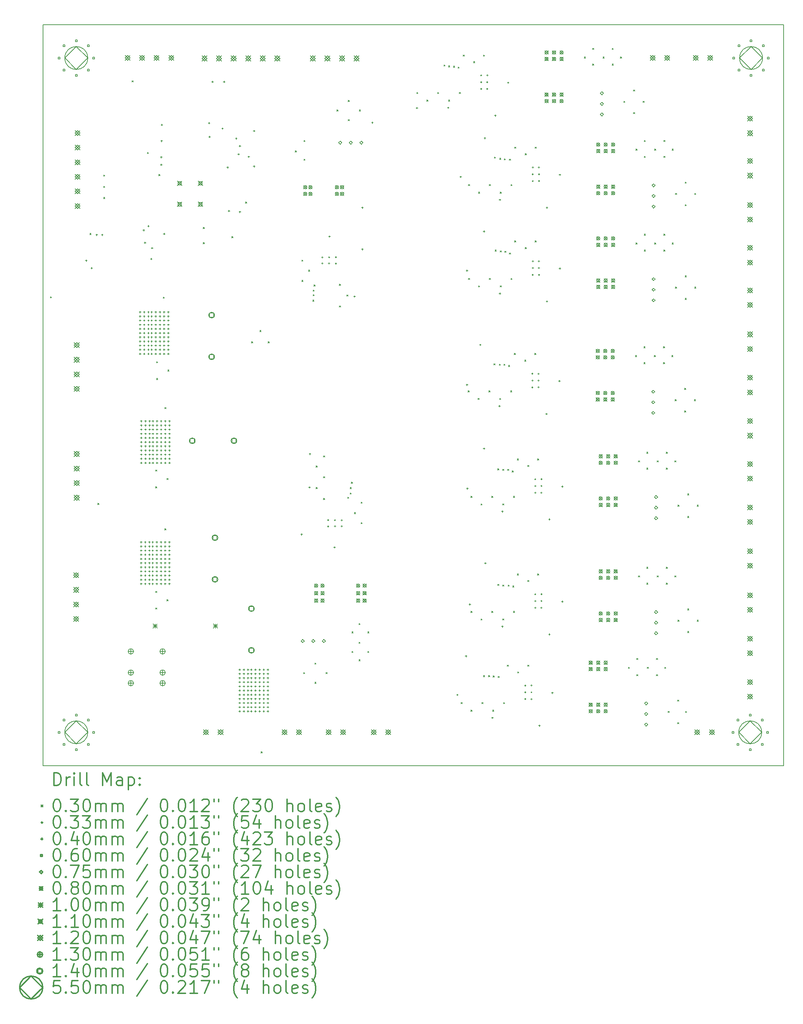
<source format=gbr>
%FSLAX45Y45*%
G04 Gerber Fmt 4.5, Leading zero omitted, Abs format (unit mm)*
G04 Created by KiCad (PCBNEW 4.0.4-stable) date Monday, December 19, 2016 'PMt' 01:57:21 PM*
%MOMM*%
%LPD*%
G01*
G04 APERTURE LIST*
%ADD10C,0.127000*%
%ADD11C,0.150000*%
%ADD12C,0.200000*%
%ADD13C,0.300000*%
G04 APERTURE END LIST*
D10*
D11*
X0Y-17780000D02*
X17780000Y-17780000D01*
X0Y0D02*
X0Y-17780000D01*
X17780000Y0D02*
X17780000Y-17780000D01*
X0Y0D02*
X17780000Y0D01*
D12*
X175000Y-6525000D02*
X205000Y-6555000D01*
X205000Y-6525000D02*
X175000Y-6555000D01*
X1125000Y-5005000D02*
X1155000Y-5035000D01*
X1155000Y-5005000D02*
X1125000Y-5035000D01*
X1315000Y-11485000D02*
X1345000Y-11515000D01*
X1345000Y-11485000D02*
X1315000Y-11515000D01*
X1455000Y-3605000D02*
X1485000Y-3635000D01*
X1485000Y-3605000D02*
X1455000Y-3635000D01*
X1455000Y-3875000D02*
X1485000Y-3905000D01*
X1485000Y-3875000D02*
X1455000Y-3905000D01*
X1455000Y-4145000D02*
X1485000Y-4175000D01*
X1485000Y-4145000D02*
X1455000Y-4175000D01*
X2135000Y-1345000D02*
X2165000Y-1375000D01*
X2165000Y-1345000D02*
X2135000Y-1375000D01*
X2506000Y-3065000D02*
X2536000Y-3095000D01*
X2536000Y-3065000D02*
X2506000Y-3095000D01*
X2705000Y-10685000D02*
X2735000Y-10715000D01*
X2735000Y-10685000D02*
X2705000Y-10715000D01*
X2705000Y-11085000D02*
X2735000Y-11115000D01*
X2735000Y-11085000D02*
X2705000Y-11115000D01*
X2705000Y-13595000D02*
X2735000Y-13625000D01*
X2735000Y-13595000D02*
X2705000Y-13625000D01*
X2705000Y-13995000D02*
X2735000Y-14025000D01*
X2735000Y-13995000D02*
X2705000Y-14025000D01*
X2725000Y-8085000D02*
X2755000Y-8115000D01*
X2755000Y-8085000D02*
X2725000Y-8115000D01*
X2725000Y-8485000D02*
X2755000Y-8515000D01*
X2755000Y-8485000D02*
X2725000Y-8515000D01*
X2782191Y-3594991D02*
X2812191Y-3624991D01*
X2812191Y-3594991D02*
X2782191Y-3624991D01*
X2885000Y-6535000D02*
X2915000Y-6565000D01*
X2915000Y-6535000D02*
X2885000Y-6565000D01*
X2925000Y-9185000D02*
X2955000Y-9215000D01*
X2955000Y-9185000D02*
X2925000Y-9215000D01*
X2925000Y-12095000D02*
X2955000Y-12125000D01*
X2955000Y-12095000D02*
X2925000Y-12125000D01*
X2975000Y-10885000D02*
X3005000Y-10915000D01*
X3005000Y-10885000D02*
X2975000Y-10915000D01*
X2975000Y-13795000D02*
X3005000Y-13825000D01*
X3005000Y-13795000D02*
X2975000Y-13825000D01*
X2995000Y-8285000D02*
X3025000Y-8315000D01*
X3025000Y-8285000D02*
X2995000Y-8315000D01*
X3845800Y-4861800D02*
X3875800Y-4891800D01*
X3875800Y-4861800D02*
X3845800Y-4891800D01*
X3845800Y-5224800D02*
X3875800Y-5254800D01*
X3875800Y-5224800D02*
X3845800Y-5254800D01*
X4535000Y-5085000D02*
X4565000Y-5115000D01*
X4565000Y-5085000D02*
X4535000Y-5115000D01*
X4865000Y-4255000D02*
X4895000Y-4285000D01*
X4895000Y-4255000D02*
X4865000Y-4285000D01*
X5005000Y-7605000D02*
X5035000Y-7635000D01*
X5035000Y-7605000D02*
X5005000Y-7635000D01*
X5205000Y-7335000D02*
X5235000Y-7365000D01*
X5235000Y-7335000D02*
X5205000Y-7365000D01*
X5235000Y-17445000D02*
X5265000Y-17475000D01*
X5265000Y-17445000D02*
X5235000Y-17475000D01*
X5405000Y-7605000D02*
X5435000Y-7635000D01*
X5435000Y-7605000D02*
X5405000Y-7635000D01*
X6055000Y-3025000D02*
X6085000Y-3055000D01*
X6085000Y-3025000D02*
X6055000Y-3055000D01*
X6215000Y-5645000D02*
X6245000Y-5675000D01*
X6245000Y-5645000D02*
X6215000Y-5675000D01*
X6215000Y-6135000D02*
X6245000Y-6165000D01*
X6245000Y-6135000D02*
X6215000Y-6165000D01*
X6255000Y-15545000D02*
X6285000Y-15575000D01*
X6285000Y-15545000D02*
X6255000Y-15575000D01*
X6265000Y-2775000D02*
X6295000Y-2805000D01*
X6295000Y-2775000D02*
X6265000Y-2805000D01*
X6265000Y-3225000D02*
X6295000Y-3255000D01*
X6295000Y-3225000D02*
X6265000Y-3255000D01*
X6375000Y-5885000D02*
X6405000Y-5915000D01*
X6405000Y-5885000D02*
X6375000Y-5915000D01*
X6475000Y-6605000D02*
X6505000Y-6635000D01*
X6505000Y-6605000D02*
X6475000Y-6635000D01*
X6485000Y-6365000D02*
X6515000Y-6395000D01*
X6515000Y-6365000D02*
X6485000Y-6395000D01*
X6485000Y-6475000D02*
X6515000Y-6505000D01*
X6515000Y-6475000D02*
X6485000Y-6505000D01*
X6505000Y-6245000D02*
X6535000Y-6275000D01*
X6535000Y-6245000D02*
X6505000Y-6275000D01*
X6524998Y-15774998D02*
X6554998Y-15804998D01*
X6554998Y-15774998D02*
X6524998Y-15804998D01*
X6525000Y-15315000D02*
X6555000Y-15345000D01*
X6555000Y-15315000D02*
X6525000Y-15345000D01*
X6555000Y-10585000D02*
X6585000Y-10615000D01*
X6585000Y-10585000D02*
X6555000Y-10615000D01*
X6555000Y-11105000D02*
X6585000Y-11135000D01*
X6585000Y-11105000D02*
X6555000Y-11135000D01*
X6735000Y-10345000D02*
X6765000Y-10375000D01*
X6765000Y-10345000D02*
X6735000Y-10375000D01*
X6735000Y-10845000D02*
X6765000Y-10875000D01*
X6765000Y-10845000D02*
X6735000Y-10875000D01*
X6735000Y-11365000D02*
X6765000Y-11395000D01*
X6765000Y-11365000D02*
X6735000Y-11395000D01*
X6795000Y-15545000D02*
X6825000Y-15575000D01*
X6825000Y-15545000D02*
X6795000Y-15575000D01*
X7055000Y-2045000D02*
X7085000Y-2075000D01*
X7085000Y-2045000D02*
X7055000Y-2075000D01*
X7115000Y-6225000D02*
X7145000Y-6255000D01*
X7145000Y-6225000D02*
X7115000Y-6255000D01*
X7115000Y-6745000D02*
X7145000Y-6775000D01*
X7145000Y-6745000D02*
X7115000Y-6775000D01*
X7295000Y-6485000D02*
X7325000Y-6515000D01*
X7325000Y-6485000D02*
X7295000Y-6515000D01*
X7315000Y-11335000D02*
X7345000Y-11365000D01*
X7345000Y-11335000D02*
X7315000Y-11365000D01*
X7325000Y-1815000D02*
X7355000Y-1845000D01*
X7355000Y-1815000D02*
X7325000Y-1845000D01*
X7325000Y-2275000D02*
X7355000Y-2305000D01*
X7355000Y-2275000D02*
X7325000Y-2305000D01*
X7375000Y-11105000D02*
X7405000Y-11135000D01*
X7405000Y-11105000D02*
X7375000Y-11135000D01*
X7375000Y-11235000D02*
X7405000Y-11265000D01*
X7405000Y-11235000D02*
X7375000Y-11265000D01*
X7405000Y-10975000D02*
X7435000Y-11005000D01*
X7435000Y-10975000D02*
X7405000Y-11005000D01*
X7415000Y-14565000D02*
X7445000Y-14595000D01*
X7445000Y-14565000D02*
X7415000Y-14595000D01*
X7415000Y-15035000D02*
X7445000Y-15065000D01*
X7445000Y-15035000D02*
X7415000Y-15065000D01*
X7475000Y-11705000D02*
X7505000Y-11735000D01*
X7505000Y-11705000D02*
X7475000Y-11735000D01*
X7585000Y-14365000D02*
X7615000Y-14395000D01*
X7615000Y-14365000D02*
X7585000Y-14395000D01*
X7585000Y-14815000D02*
X7615000Y-14845000D01*
X7615000Y-14815000D02*
X7585000Y-14845000D01*
X7585000Y-15235000D02*
X7615000Y-15265000D01*
X7615000Y-15235000D02*
X7585000Y-15265000D01*
X7595000Y-2045000D02*
X7625000Y-2075000D01*
X7625000Y-2045000D02*
X7595000Y-2075000D01*
X7635000Y-11455000D02*
X7665000Y-11485000D01*
X7665000Y-11455000D02*
X7635000Y-11485000D01*
X7635000Y-11945000D02*
X7665000Y-11975000D01*
X7665000Y-11945000D02*
X7635000Y-11975000D01*
X7795000Y-14565000D02*
X7825000Y-14595000D01*
X7825000Y-14565000D02*
X7795000Y-14595000D01*
X7795000Y-15035000D02*
X7825000Y-15065000D01*
X7825000Y-15035000D02*
X7795000Y-15065000D01*
X8975000Y-1625000D02*
X9005000Y-1655000D01*
X9005000Y-1625000D02*
X8975000Y-1655000D01*
X9215000Y-1805000D02*
X9245000Y-1835000D01*
X9245000Y-1805000D02*
X9215000Y-1835000D01*
X9475000Y-1625000D02*
X9505000Y-1655000D01*
X9505000Y-1625000D02*
X9475000Y-1655000D01*
X9625000Y-965000D02*
X9655000Y-995000D01*
X9655000Y-965000D02*
X9625000Y-995000D01*
X9735000Y-985000D02*
X9765000Y-1015000D01*
X9765000Y-985000D02*
X9735000Y-1015000D01*
X9735000Y-1805000D02*
X9765000Y-1835000D01*
X9765000Y-1805000D02*
X9735000Y-1835000D01*
X9855000Y-995000D02*
X9885000Y-1025000D01*
X9885000Y-995000D02*
X9855000Y-1025000D01*
X9965000Y-1015000D02*
X9995000Y-1045000D01*
X9995000Y-1015000D02*
X9965000Y-1045000D01*
X9995000Y-1625000D02*
X10025000Y-1655000D01*
X10025000Y-1625000D02*
X9995000Y-1655000D01*
X10035000Y-16265000D02*
X10065000Y-16295000D01*
X10065000Y-16265000D02*
X10035000Y-16295000D01*
X10085000Y-725000D02*
X10115000Y-755000D01*
X10115000Y-725000D02*
X10085000Y-755000D01*
X10205000Y-8785000D02*
X10235000Y-8815000D01*
X10235000Y-8785000D02*
X10205000Y-8815000D01*
X10215000Y-3835000D02*
X10245000Y-3865000D01*
X10245000Y-3835000D02*
X10215000Y-3865000D01*
X10215000Y-6085000D02*
X10245000Y-6115000D01*
X10245000Y-6085000D02*
X10215000Y-6115000D01*
X10275000Y-11315000D02*
X10305000Y-11345000D01*
X10305000Y-11315000D02*
X10275000Y-11345000D01*
X10275000Y-14075000D02*
X10305000Y-14105000D01*
X10305000Y-14075000D02*
X10275000Y-14105000D01*
X10275000Y-16445000D02*
X10305000Y-16475000D01*
X10305000Y-16445000D02*
X10275000Y-16475000D01*
X10335000Y-885000D02*
X10365000Y-915000D01*
X10365000Y-885000D02*
X10335000Y-915000D01*
X10445000Y-8965000D02*
X10475000Y-8995000D01*
X10475000Y-8965000D02*
X10445000Y-8995000D01*
X10455000Y-4015000D02*
X10485000Y-4045000D01*
X10485000Y-4015000D02*
X10455000Y-4045000D01*
X10455000Y-6265000D02*
X10485000Y-6295000D01*
X10485000Y-6265000D02*
X10455000Y-6295000D01*
X10515000Y-11495000D02*
X10545000Y-11525000D01*
X10545000Y-11495000D02*
X10515000Y-11525000D01*
X10515000Y-14255000D02*
X10545000Y-14285000D01*
X10545000Y-14255000D02*
X10515000Y-14285000D01*
X10535000Y-16265000D02*
X10565000Y-16295000D01*
X10565000Y-16265000D02*
X10535000Y-16295000D01*
X10575000Y-725000D02*
X10605000Y-755000D01*
X10605000Y-725000D02*
X10575000Y-755000D01*
X10575000Y-15615000D02*
X10605000Y-15645000D01*
X10605000Y-15615000D02*
X10575000Y-15645000D01*
X10695000Y-15615000D02*
X10725000Y-15645000D01*
X10725000Y-15615000D02*
X10695000Y-15645000D01*
X10705000Y-8785000D02*
X10735000Y-8815000D01*
X10735000Y-8785000D02*
X10705000Y-8815000D01*
X10715000Y-3835000D02*
X10745000Y-3865000D01*
X10745000Y-3835000D02*
X10715000Y-3865000D01*
X10715000Y-6085000D02*
X10745000Y-6115000D01*
X10745000Y-6085000D02*
X10715000Y-6115000D01*
X10775000Y-11315000D02*
X10805000Y-11345000D01*
X10805000Y-11315000D02*
X10775000Y-11345000D01*
X10775000Y-14075000D02*
X10805000Y-14105000D01*
X10805000Y-14075000D02*
X10775000Y-14105000D01*
X10795000Y-16445000D02*
X10825000Y-16475000D01*
X10825000Y-16445000D02*
X10795000Y-16475000D01*
X10805000Y-15625000D02*
X10835000Y-15655000D01*
X10835000Y-15625000D02*
X10805000Y-15655000D01*
X10825000Y-8135000D02*
X10855000Y-8165000D01*
X10855000Y-8135000D02*
X10825000Y-8165000D01*
X10835000Y-3175000D02*
X10865000Y-3205000D01*
X10865000Y-3175000D02*
X10835000Y-3205000D01*
X10855000Y-5405000D02*
X10885000Y-5435000D01*
X10885000Y-5405000D02*
X10855000Y-5435000D01*
X10915000Y-10655000D02*
X10945000Y-10685000D01*
X10945000Y-10655000D02*
X10915000Y-10685000D01*
X10915000Y-13425000D02*
X10945000Y-13455000D01*
X10945000Y-13425000D02*
X10915000Y-13455000D01*
X10925000Y-15635000D02*
X10955000Y-15665000D01*
X10955000Y-15635000D02*
X10925000Y-15665000D01*
X10955000Y-8145000D02*
X10985000Y-8175000D01*
X10985000Y-8145000D02*
X10955000Y-8175000D01*
X10965000Y-3205000D02*
X10995000Y-3235000D01*
X10995000Y-3205000D02*
X10965000Y-3235000D01*
X10965000Y-8965000D02*
X10995000Y-8995000D01*
X10995000Y-8965000D02*
X10965000Y-8995000D01*
X10975000Y-4015000D02*
X11005000Y-4045000D01*
X11005000Y-4015000D02*
X10975000Y-4045000D01*
X10975000Y-5425000D02*
X11005000Y-5455000D01*
X11005000Y-5425000D02*
X10975000Y-5455000D01*
X10975000Y-6265000D02*
X11005000Y-6295000D01*
X11005000Y-6265000D02*
X10975000Y-6295000D01*
X11035000Y-10665000D02*
X11065000Y-10695000D01*
X11065000Y-10665000D02*
X11035000Y-10695000D01*
X11035000Y-11495000D02*
X11065000Y-11525000D01*
X11065000Y-11495000D02*
X11035000Y-11525000D01*
X11035000Y-13445000D02*
X11065000Y-13475000D01*
X11065000Y-13445000D02*
X11035000Y-13475000D01*
X11035000Y-14255000D02*
X11065000Y-14285000D01*
X11065000Y-14255000D02*
X11035000Y-14285000D01*
X11055000Y-16265000D02*
X11085000Y-16295000D01*
X11085000Y-16265000D02*
X11055000Y-16295000D01*
X11065000Y-8145000D02*
X11095000Y-8175000D01*
X11095000Y-8145000D02*
X11065000Y-8175000D01*
X11075000Y-3215000D02*
X11105000Y-3245000D01*
X11105000Y-3215000D02*
X11075000Y-3245000D01*
X11085000Y-5435000D02*
X11115000Y-5465000D01*
X11115000Y-5435000D02*
X11085000Y-5465000D01*
X11145000Y-15365000D02*
X11175000Y-15395000D01*
X11175000Y-15365000D02*
X11145000Y-15395000D01*
X11155000Y-10665000D02*
X11185000Y-10695000D01*
X11185000Y-10665000D02*
X11155000Y-10695000D01*
X11165000Y-13445000D02*
X11195000Y-13475000D01*
X11195000Y-13445000D02*
X11165000Y-13475000D01*
X11175000Y-8175000D02*
X11205000Y-8205000D01*
X11205000Y-8175000D02*
X11175000Y-8205000D01*
X11195000Y-3225000D02*
X11225000Y-3255000D01*
X11225000Y-3225000D02*
X11195000Y-3255000D01*
X11195000Y-5475000D02*
X11225000Y-5505000D01*
X11225000Y-5475000D02*
X11195000Y-5505000D01*
X11225000Y-8785000D02*
X11255000Y-8815000D01*
X11255000Y-8785000D02*
X11225000Y-8815000D01*
X11235000Y-3835000D02*
X11265000Y-3865000D01*
X11265000Y-3835000D02*
X11235000Y-3865000D01*
X11235000Y-6085000D02*
X11265000Y-6115000D01*
X11265000Y-6085000D02*
X11235000Y-6115000D01*
X11265000Y-10705000D02*
X11295000Y-10735000D01*
X11295000Y-10705000D02*
X11265000Y-10735000D01*
X11275000Y-13465000D02*
X11305000Y-13495000D01*
X11305000Y-13465000D02*
X11275000Y-13495000D01*
X11295000Y-11315000D02*
X11325000Y-11345000D01*
X11325000Y-11315000D02*
X11295000Y-11345000D01*
X11295000Y-14075000D02*
X11325000Y-14105000D01*
X11325000Y-14075000D02*
X11295000Y-14105000D01*
X11315000Y-7885000D02*
X11345000Y-7915000D01*
X11345000Y-7885000D02*
X11315000Y-7915000D01*
X11325000Y-2935000D02*
X11355000Y-2965000D01*
X11355000Y-2935000D02*
X11325000Y-2965000D01*
X11325000Y-5185000D02*
X11355000Y-5215000D01*
X11355000Y-5185000D02*
X11325000Y-5215000D01*
X11385000Y-10415000D02*
X11415000Y-10445000D01*
X11415000Y-10415000D02*
X11385000Y-10445000D01*
X11385000Y-13175000D02*
X11415000Y-13205000D01*
X11415000Y-13175000D02*
X11385000Y-13205000D01*
X11395000Y-15525000D02*
X11425000Y-15555000D01*
X11425000Y-15525000D02*
X11395000Y-15555000D01*
X11565000Y-8045000D02*
X11595000Y-8075000D01*
X11595000Y-8045000D02*
X11565000Y-8075000D01*
X11575000Y-3095000D02*
X11605000Y-3125000D01*
X11605000Y-3095000D02*
X11575000Y-3125000D01*
X11575000Y-5345000D02*
X11605000Y-5375000D01*
X11605000Y-5345000D02*
X11575000Y-5375000D01*
X11635000Y-10575000D02*
X11665000Y-10605000D01*
X11665000Y-10575000D02*
X11635000Y-10605000D01*
X11635000Y-13335000D02*
X11665000Y-13365000D01*
X11665000Y-13335000D02*
X11635000Y-13365000D01*
X11635000Y-15365000D02*
X11665000Y-15395000D01*
X11665000Y-15365000D02*
X11635000Y-15395000D01*
X11805000Y-7885000D02*
X11835000Y-7915000D01*
X11835000Y-7885000D02*
X11805000Y-7915000D01*
X11815000Y-2935000D02*
X11845000Y-2965000D01*
X11845000Y-2935000D02*
X11815000Y-2965000D01*
X11815000Y-5185000D02*
X11845000Y-5215000D01*
X11845000Y-5185000D02*
X11815000Y-5215000D01*
X11875000Y-10415000D02*
X11905000Y-10445000D01*
X11905000Y-10415000D02*
X11875000Y-10445000D01*
X11875000Y-13175000D02*
X11905000Y-13205000D01*
X11905000Y-13175000D02*
X11875000Y-13205000D01*
X12995000Y-775000D02*
X13025000Y-805000D01*
X13025000Y-775000D02*
X12995000Y-805000D01*
X13195000Y-565000D02*
X13225000Y-595000D01*
X13225000Y-565000D02*
X13195000Y-595000D01*
X13195000Y-945000D02*
X13225000Y-975000D01*
X13225000Y-945000D02*
X13195000Y-975000D01*
X13445000Y-775000D02*
X13475000Y-805000D01*
X13475000Y-775000D02*
X13445000Y-805000D01*
X13665000Y-565000D02*
X13695000Y-595000D01*
X13695000Y-565000D02*
X13665000Y-595000D01*
X13665000Y-945000D02*
X13695000Y-975000D01*
X13695000Y-945000D02*
X13665000Y-975000D01*
X13865000Y-775000D02*
X13895000Y-805000D01*
X13895000Y-775000D02*
X13865000Y-805000D01*
X13945000Y-1835000D02*
X13975000Y-1865000D01*
X13975000Y-1835000D02*
X13945000Y-1865000D01*
X14055000Y-15415000D02*
X14085000Y-15445000D01*
X14085000Y-15415000D02*
X14055000Y-15445000D01*
X14175000Y-1565000D02*
X14205000Y-1595000D01*
X14205000Y-1565000D02*
X14175000Y-1595000D01*
X14175000Y-2105000D02*
X14205000Y-2135000D01*
X14205000Y-2105000D02*
X14175000Y-2135000D01*
X14225000Y-7935000D02*
X14255000Y-7965000D01*
X14255000Y-7935000D02*
X14225000Y-7965000D01*
X14235000Y-2985000D02*
X14265000Y-3015000D01*
X14265000Y-2985000D02*
X14235000Y-3015000D01*
X14235000Y-5235000D02*
X14265000Y-5265000D01*
X14265000Y-5235000D02*
X14235000Y-5265000D01*
X14255000Y-15205000D02*
X14285000Y-15235000D01*
X14285000Y-15205000D02*
X14255000Y-15235000D01*
X14255000Y-15595000D02*
X14285000Y-15625000D01*
X14285000Y-15595000D02*
X14255000Y-15625000D01*
X14295000Y-10465000D02*
X14325000Y-10495000D01*
X14325000Y-10465000D02*
X14295000Y-10495000D01*
X14295000Y-13225000D02*
X14325000Y-13255000D01*
X14325000Y-13225000D02*
X14295000Y-13255000D01*
X14405000Y-1835000D02*
X14435000Y-1865000D01*
X14435000Y-1835000D02*
X14405000Y-1865000D01*
X14425000Y-7725000D02*
X14455000Y-7755000D01*
X14455000Y-7725000D02*
X14425000Y-7755000D01*
X14425000Y-8105000D02*
X14455000Y-8135000D01*
X14455000Y-8105000D02*
X14425000Y-8135000D01*
X14435000Y-2775000D02*
X14465000Y-2805000D01*
X14465000Y-2775000D02*
X14435000Y-2805000D01*
X14435000Y-3155000D02*
X14465000Y-3185000D01*
X14465000Y-3155000D02*
X14435000Y-3185000D01*
X14435000Y-5025000D02*
X14465000Y-5055000D01*
X14465000Y-5025000D02*
X14435000Y-5055000D01*
X14435000Y-5405000D02*
X14465000Y-5435000D01*
X14465000Y-5405000D02*
X14435000Y-5435000D01*
X14495000Y-10255000D02*
X14525000Y-10285000D01*
X14525000Y-10255000D02*
X14495000Y-10285000D01*
X14495000Y-10635000D02*
X14525000Y-10665000D01*
X14525000Y-10635000D02*
X14495000Y-10665000D01*
X14495000Y-13015000D02*
X14525000Y-13045000D01*
X14525000Y-13015000D02*
X14495000Y-13045000D01*
X14495000Y-13395000D02*
X14525000Y-13425000D01*
X14525000Y-13395000D02*
X14495000Y-13425000D01*
X14505000Y-15415000D02*
X14535000Y-15445000D01*
X14535000Y-15415000D02*
X14505000Y-15445000D01*
X14675000Y-7935000D02*
X14705000Y-7965000D01*
X14705000Y-7935000D02*
X14675000Y-7965000D01*
X14685000Y-2985000D02*
X14715000Y-3015000D01*
X14715000Y-2985000D02*
X14685000Y-3015000D01*
X14685000Y-5235000D02*
X14715000Y-5265000D01*
X14715000Y-5235000D02*
X14685000Y-5265000D01*
X14725000Y-15205000D02*
X14755000Y-15235000D01*
X14755000Y-15205000D02*
X14725000Y-15235000D01*
X14725000Y-15595000D02*
X14755000Y-15625000D01*
X14755000Y-15595000D02*
X14725000Y-15625000D01*
X14745000Y-10465000D02*
X14775000Y-10495000D01*
X14775000Y-10465000D02*
X14745000Y-10495000D01*
X14745000Y-13225000D02*
X14775000Y-13255000D01*
X14775000Y-13225000D02*
X14745000Y-13255000D01*
X14895000Y-7725000D02*
X14925000Y-7755000D01*
X14925000Y-7725000D02*
X14895000Y-7755000D01*
X14895000Y-8105000D02*
X14925000Y-8135000D01*
X14925000Y-8105000D02*
X14895000Y-8135000D01*
X14905000Y-2775000D02*
X14935000Y-2805000D01*
X14935000Y-2775000D02*
X14905000Y-2805000D01*
X14905000Y-3155000D02*
X14935000Y-3185000D01*
X14935000Y-3155000D02*
X14905000Y-3185000D01*
X14905000Y-5025000D02*
X14935000Y-5055000D01*
X14935000Y-5025000D02*
X14905000Y-5055000D01*
X14905000Y-5405000D02*
X14935000Y-5435000D01*
X14935000Y-5405000D02*
X14905000Y-5435000D01*
X14925000Y-15415000D02*
X14955000Y-15445000D01*
X14955000Y-15415000D02*
X14925000Y-15445000D01*
X14965000Y-10255000D02*
X14995000Y-10285000D01*
X14995000Y-10255000D02*
X14965000Y-10285000D01*
X14965000Y-10635000D02*
X14995000Y-10665000D01*
X14995000Y-10635000D02*
X14965000Y-10665000D01*
X14965000Y-13015000D02*
X14995000Y-13045000D01*
X14995000Y-13015000D02*
X14965000Y-13045000D01*
X14965000Y-13395000D02*
X14995000Y-13425000D01*
X14995000Y-13395000D02*
X14965000Y-13425000D01*
X15005000Y-16475000D02*
X15035000Y-16505000D01*
X15035000Y-16475000D02*
X15005000Y-16505000D01*
X15095000Y-7935000D02*
X15125000Y-7965000D01*
X15125000Y-7935000D02*
X15095000Y-7965000D01*
X15105000Y-2985000D02*
X15135000Y-3015000D01*
X15135000Y-2985000D02*
X15105000Y-3015000D01*
X15105000Y-5235000D02*
X15135000Y-5265000D01*
X15135000Y-5235000D02*
X15105000Y-5265000D01*
X15165000Y-10465000D02*
X15195000Y-10495000D01*
X15195000Y-10465000D02*
X15165000Y-10495000D01*
X15165000Y-13225000D02*
X15195000Y-13255000D01*
X15195000Y-13225000D02*
X15165000Y-13255000D01*
X15175000Y-8995000D02*
X15205000Y-9025000D01*
X15205000Y-8995000D02*
X15175000Y-9025000D01*
X15185000Y-4045000D02*
X15215000Y-4075000D01*
X15215000Y-4045000D02*
X15185000Y-4075000D01*
X15185000Y-6295000D02*
X15215000Y-6325000D01*
X15215000Y-6295000D02*
X15185000Y-6325000D01*
X15235000Y-16205000D02*
X15265000Y-16235000D01*
X15265000Y-16205000D02*
X15235000Y-16235000D01*
X15235000Y-16745000D02*
X15265000Y-16775000D01*
X15265000Y-16745000D02*
X15235000Y-16775000D01*
X15245000Y-11525000D02*
X15275000Y-11555000D01*
X15275000Y-11525000D02*
X15245000Y-11555000D01*
X15245000Y-14285000D02*
X15275000Y-14315000D01*
X15275000Y-14285000D02*
X15245000Y-14315000D01*
X15405000Y-8725000D02*
X15435000Y-8755000D01*
X15435000Y-8725000D02*
X15405000Y-8755000D01*
X15405000Y-9265000D02*
X15435000Y-9295000D01*
X15435000Y-9265000D02*
X15405000Y-9295000D01*
X15415000Y-3775000D02*
X15445000Y-3805000D01*
X15445000Y-3775000D02*
X15415000Y-3805000D01*
X15415000Y-4315000D02*
X15445000Y-4345000D01*
X15445000Y-4315000D02*
X15415000Y-4345000D01*
X15415000Y-6025000D02*
X15445000Y-6055000D01*
X15445000Y-6025000D02*
X15415000Y-6055000D01*
X15415000Y-6565000D02*
X15445000Y-6595000D01*
X15445000Y-6565000D02*
X15415000Y-6595000D01*
X15425000Y-16475000D02*
X15455000Y-16505000D01*
X15455000Y-16475000D02*
X15425000Y-16505000D01*
X15475000Y-11255000D02*
X15505000Y-11285000D01*
X15505000Y-11255000D02*
X15475000Y-11285000D01*
X15475000Y-11795000D02*
X15505000Y-11825000D01*
X15505000Y-11795000D02*
X15475000Y-11825000D01*
X15475000Y-14015000D02*
X15505000Y-14045000D01*
X15505000Y-14015000D02*
X15475000Y-14045000D01*
X15475000Y-14555000D02*
X15505000Y-14585000D01*
X15505000Y-14555000D02*
X15475000Y-14585000D01*
X15637500Y-8995000D02*
X15667500Y-9025000D01*
X15667500Y-8995000D02*
X15637500Y-9025000D01*
X15645000Y-4045000D02*
X15675000Y-4075000D01*
X15675000Y-4045000D02*
X15645000Y-4075000D01*
X15645000Y-6295000D02*
X15675000Y-6325000D01*
X15675000Y-6295000D02*
X15645000Y-6325000D01*
X15705000Y-11524000D02*
X15735000Y-11554000D01*
X15735000Y-11524000D02*
X15705000Y-11554000D01*
X15705000Y-14286000D02*
X15735000Y-14316000D01*
X15735000Y-14286000D02*
X15705000Y-14316000D01*
X6723500Y-5582500D02*
G75*
G03X6723500Y-5582500I-16500J0D01*
G01*
X6723500Y-5730000D02*
G75*
G03X6723500Y-5730000I-16500J0D01*
G01*
X6863500Y-11890000D02*
G75*
G03X6863500Y-11890000I-16500J0D01*
G01*
X6863500Y-12037500D02*
G75*
G03X6863500Y-12037500I-16500J0D01*
G01*
X6886500Y-5582500D02*
G75*
G03X6886500Y-5582500I-16500J0D01*
G01*
X6886500Y-5730000D02*
G75*
G03X6886500Y-5730000I-16500J0D01*
G01*
X7026500Y-11890000D02*
G75*
G03X7026500Y-11890000I-16500J0D01*
G01*
X7026500Y-12037500D02*
G75*
G03X7026500Y-12037500I-16500J0D01*
G01*
X7049500Y-5582500D02*
G75*
G03X7049500Y-5582500I-16500J0D01*
G01*
X7049500Y-5730000D02*
G75*
G03X7049500Y-5730000I-16500J0D01*
G01*
X7189500Y-11890000D02*
G75*
G03X7189500Y-11890000I-16500J0D01*
G01*
X7189500Y-12037500D02*
G75*
G03X7189500Y-12037500I-16500J0D01*
G01*
X10536500Y-1217000D02*
G75*
G03X10536500Y-1217000I-16500J0D01*
G01*
X10536500Y-1380000D02*
G75*
G03X10536500Y-1380000I-16500J0D01*
G01*
X10536500Y-1543000D02*
G75*
G03X10536500Y-1543000I-16500J0D01*
G01*
X10684000Y-1217000D02*
G75*
G03X10684000Y-1217000I-16500J0D01*
G01*
X10684000Y-1380000D02*
G75*
G03X10684000Y-1380000I-16500J0D01*
G01*
X10684000Y-1543000D02*
G75*
G03X10684000Y-1543000I-16500J0D01*
G01*
X11596500Y-15857000D02*
G75*
G03X11596500Y-15857000I-16500J0D01*
G01*
X11596500Y-16020000D02*
G75*
G03X11596500Y-16020000I-16500J0D01*
G01*
X11596500Y-16183000D02*
G75*
G03X11596500Y-16183000I-16500J0D01*
G01*
X11744000Y-15857000D02*
G75*
G03X11744000Y-15857000I-16500J0D01*
G01*
X11744000Y-16020000D02*
G75*
G03X11744000Y-16020000I-16500J0D01*
G01*
X11744000Y-16183000D02*
G75*
G03X11744000Y-16183000I-16500J0D01*
G01*
X11766500Y-8377000D02*
G75*
G03X11766500Y-8377000I-16500J0D01*
G01*
X11766500Y-8540000D02*
G75*
G03X11766500Y-8540000I-16500J0D01*
G01*
X11766500Y-8703000D02*
G75*
G03X11766500Y-8703000I-16500J0D01*
G01*
X11776500Y-3427000D02*
G75*
G03X11776500Y-3427000I-16500J0D01*
G01*
X11776500Y-3590000D02*
G75*
G03X11776500Y-3590000I-16500J0D01*
G01*
X11776500Y-3753000D02*
G75*
G03X11776500Y-3753000I-16500J0D01*
G01*
X11776500Y-5677000D02*
G75*
G03X11776500Y-5677000I-16500J0D01*
G01*
X11776500Y-5840000D02*
G75*
G03X11776500Y-5840000I-16500J0D01*
G01*
X11776500Y-6003000D02*
G75*
G03X11776500Y-6003000I-16500J0D01*
G01*
X11836500Y-10907000D02*
G75*
G03X11836500Y-10907000I-16500J0D01*
G01*
X11836500Y-11070000D02*
G75*
G03X11836500Y-11070000I-16500J0D01*
G01*
X11836500Y-11233000D02*
G75*
G03X11836500Y-11233000I-16500J0D01*
G01*
X11836500Y-13667000D02*
G75*
G03X11836500Y-13667000I-16500J0D01*
G01*
X11836500Y-13830000D02*
G75*
G03X11836500Y-13830000I-16500J0D01*
G01*
X11836500Y-13993000D02*
G75*
G03X11836500Y-13993000I-16500J0D01*
G01*
X11914000Y-8377000D02*
G75*
G03X11914000Y-8377000I-16500J0D01*
G01*
X11914000Y-8540000D02*
G75*
G03X11914000Y-8540000I-16500J0D01*
G01*
X11914000Y-8703000D02*
G75*
G03X11914000Y-8703000I-16500J0D01*
G01*
X11924000Y-3427000D02*
G75*
G03X11924000Y-3427000I-16500J0D01*
G01*
X11924000Y-3590000D02*
G75*
G03X11924000Y-3590000I-16500J0D01*
G01*
X11924000Y-3753000D02*
G75*
G03X11924000Y-3753000I-16500J0D01*
G01*
X11924000Y-5677000D02*
G75*
G03X11924000Y-5677000I-16500J0D01*
G01*
X11924000Y-5840000D02*
G75*
G03X11924000Y-5840000I-16500J0D01*
G01*
X11924000Y-6003000D02*
G75*
G03X11924000Y-6003000I-16500J0D01*
G01*
X11984000Y-10907000D02*
G75*
G03X11984000Y-10907000I-16500J0D01*
G01*
X11984000Y-11070000D02*
G75*
G03X11984000Y-11070000I-16500J0D01*
G01*
X11984000Y-11233000D02*
G75*
G03X11984000Y-11233000I-16500J0D01*
G01*
X11984000Y-13667000D02*
G75*
G03X11984000Y-13667000I-16500J0D01*
G01*
X11984000Y-13830000D02*
G75*
G03X11984000Y-13830000I-16500J0D01*
G01*
X11984000Y-13993000D02*
G75*
G03X11984000Y-13993000I-16500J0D01*
G01*
X1040000Y-5640000D02*
X1040000Y-5680000D01*
X1020000Y-5660000D02*
X1060000Y-5660000D01*
X1169500Y-5819500D02*
X1169500Y-5859500D01*
X1149500Y-5839500D02*
X1189500Y-5839500D01*
X1290000Y-5020000D02*
X1290000Y-5060000D01*
X1270000Y-5040000D02*
X1310000Y-5040000D01*
X1423500Y-5022500D02*
X1423500Y-5062500D01*
X1403500Y-5042500D02*
X1443500Y-5042500D01*
X2332200Y-6877000D02*
X2332200Y-6917000D01*
X2312200Y-6897000D02*
X2352200Y-6897000D01*
X2332200Y-6977000D02*
X2332200Y-7017000D01*
X2312200Y-6997000D02*
X2352200Y-6997000D01*
X2332200Y-7077000D02*
X2332200Y-7117000D01*
X2312200Y-7097000D02*
X2352200Y-7097000D01*
X2332200Y-7177000D02*
X2332200Y-7217000D01*
X2312200Y-7197000D02*
X2352200Y-7197000D01*
X2332200Y-7277000D02*
X2332200Y-7317000D01*
X2312200Y-7297000D02*
X2352200Y-7297000D01*
X2332200Y-7377000D02*
X2332200Y-7417000D01*
X2312200Y-7397000D02*
X2352200Y-7397000D01*
X2332200Y-7477000D02*
X2332200Y-7517000D01*
X2312200Y-7497000D02*
X2352200Y-7497000D01*
X2332200Y-7577000D02*
X2332200Y-7617000D01*
X2312200Y-7597000D02*
X2352200Y-7597000D01*
X2332200Y-7677000D02*
X2332200Y-7717000D01*
X2312200Y-7697000D02*
X2352200Y-7697000D01*
X2332200Y-7777000D02*
X2332200Y-7817000D01*
X2312200Y-7797000D02*
X2352200Y-7797000D01*
X2332200Y-7877000D02*
X2332200Y-7917000D01*
X2312200Y-7897000D02*
X2352200Y-7897000D01*
X2357000Y-12396000D02*
X2357000Y-12436000D01*
X2337000Y-12416000D02*
X2377000Y-12416000D01*
X2357000Y-12496000D02*
X2357000Y-12536000D01*
X2337000Y-12516000D02*
X2377000Y-12516000D01*
X2357000Y-12596000D02*
X2357000Y-12636000D01*
X2337000Y-12616000D02*
X2377000Y-12616000D01*
X2357000Y-12696000D02*
X2357000Y-12736000D01*
X2337000Y-12716000D02*
X2377000Y-12716000D01*
X2357000Y-12796000D02*
X2357000Y-12836000D01*
X2337000Y-12816000D02*
X2377000Y-12816000D01*
X2357000Y-12896000D02*
X2357000Y-12936000D01*
X2337000Y-12916000D02*
X2377000Y-12916000D01*
X2357000Y-12996000D02*
X2357000Y-13036000D01*
X2337000Y-13016000D02*
X2377000Y-13016000D01*
X2357000Y-13096000D02*
X2357000Y-13136000D01*
X2337000Y-13116000D02*
X2377000Y-13116000D01*
X2357000Y-13196000D02*
X2357000Y-13236000D01*
X2337000Y-13216000D02*
X2377000Y-13216000D01*
X2357000Y-13296000D02*
X2357000Y-13336000D01*
X2337000Y-13316000D02*
X2377000Y-13316000D01*
X2357000Y-13396000D02*
X2357000Y-13436000D01*
X2337000Y-13416000D02*
X2377000Y-13416000D01*
X2361000Y-9493000D02*
X2361000Y-9533000D01*
X2341000Y-9513000D02*
X2381000Y-9513000D01*
X2361000Y-9593000D02*
X2361000Y-9633000D01*
X2341000Y-9613000D02*
X2381000Y-9613000D01*
X2361000Y-9693000D02*
X2361000Y-9733000D01*
X2341000Y-9713000D02*
X2381000Y-9713000D01*
X2361000Y-9793000D02*
X2361000Y-9833000D01*
X2341000Y-9813000D02*
X2381000Y-9813000D01*
X2361000Y-9893000D02*
X2361000Y-9933000D01*
X2341000Y-9913000D02*
X2381000Y-9913000D01*
X2361000Y-9993000D02*
X2361000Y-10033000D01*
X2341000Y-10013000D02*
X2381000Y-10013000D01*
X2361000Y-10093000D02*
X2361000Y-10133000D01*
X2341000Y-10113000D02*
X2381000Y-10113000D01*
X2361000Y-10193000D02*
X2361000Y-10233000D01*
X2341000Y-10213000D02*
X2381000Y-10213000D01*
X2361000Y-10293000D02*
X2361000Y-10333000D01*
X2341000Y-10313000D02*
X2381000Y-10313000D01*
X2361000Y-10393000D02*
X2361000Y-10433000D01*
X2341000Y-10413000D02*
X2381000Y-10413000D01*
X2361000Y-10493000D02*
X2361000Y-10533000D01*
X2341000Y-10513000D02*
X2381000Y-10513000D01*
X2420000Y-4910000D02*
X2420000Y-4950000D01*
X2400000Y-4930000D02*
X2440000Y-4930000D01*
X2432200Y-6877000D02*
X2432200Y-6917000D01*
X2412200Y-6897000D02*
X2452200Y-6897000D01*
X2432200Y-6977000D02*
X2432200Y-7017000D01*
X2412200Y-6997000D02*
X2452200Y-6997000D01*
X2432200Y-7077000D02*
X2432200Y-7117000D01*
X2412200Y-7097000D02*
X2452200Y-7097000D01*
X2432200Y-7177000D02*
X2432200Y-7217000D01*
X2412200Y-7197000D02*
X2452200Y-7197000D01*
X2432200Y-7277000D02*
X2432200Y-7317000D01*
X2412200Y-7297000D02*
X2452200Y-7297000D01*
X2432200Y-7377000D02*
X2432200Y-7417000D01*
X2412200Y-7397000D02*
X2452200Y-7397000D01*
X2432200Y-7477000D02*
X2432200Y-7517000D01*
X2412200Y-7497000D02*
X2452200Y-7497000D01*
X2432200Y-7577000D02*
X2432200Y-7617000D01*
X2412200Y-7597000D02*
X2452200Y-7597000D01*
X2432200Y-7677000D02*
X2432200Y-7717000D01*
X2412200Y-7697000D02*
X2452200Y-7697000D01*
X2432200Y-7777000D02*
X2432200Y-7817000D01*
X2412200Y-7797000D02*
X2452200Y-7797000D01*
X2432200Y-7877000D02*
X2432200Y-7917000D01*
X2412200Y-7897000D02*
X2452200Y-7897000D01*
X2450000Y-5210000D02*
X2450000Y-5250000D01*
X2430000Y-5230000D02*
X2470000Y-5230000D01*
X2457000Y-12396000D02*
X2457000Y-12436000D01*
X2437000Y-12416000D02*
X2477000Y-12416000D01*
X2457000Y-12496000D02*
X2457000Y-12536000D01*
X2437000Y-12516000D02*
X2477000Y-12516000D01*
X2457000Y-12596000D02*
X2457000Y-12636000D01*
X2437000Y-12616000D02*
X2477000Y-12616000D01*
X2457000Y-12696000D02*
X2457000Y-12736000D01*
X2437000Y-12716000D02*
X2477000Y-12716000D01*
X2457000Y-12796000D02*
X2457000Y-12836000D01*
X2437000Y-12816000D02*
X2477000Y-12816000D01*
X2457000Y-12896000D02*
X2457000Y-12936000D01*
X2437000Y-12916000D02*
X2477000Y-12916000D01*
X2457000Y-12996000D02*
X2457000Y-13036000D01*
X2437000Y-13016000D02*
X2477000Y-13016000D01*
X2457000Y-13096000D02*
X2457000Y-13136000D01*
X2437000Y-13116000D02*
X2477000Y-13116000D01*
X2457000Y-13196000D02*
X2457000Y-13236000D01*
X2437000Y-13216000D02*
X2477000Y-13216000D01*
X2457000Y-13296000D02*
X2457000Y-13336000D01*
X2437000Y-13316000D02*
X2477000Y-13316000D01*
X2457000Y-13396000D02*
X2457000Y-13436000D01*
X2437000Y-13416000D02*
X2477000Y-13416000D01*
X2461000Y-9493000D02*
X2461000Y-9533000D01*
X2441000Y-9513000D02*
X2481000Y-9513000D01*
X2461000Y-9593000D02*
X2461000Y-9633000D01*
X2441000Y-9613000D02*
X2481000Y-9613000D01*
X2461000Y-9693000D02*
X2461000Y-9733000D01*
X2441000Y-9713000D02*
X2481000Y-9713000D01*
X2461000Y-9793000D02*
X2461000Y-9833000D01*
X2441000Y-9813000D02*
X2481000Y-9813000D01*
X2461000Y-9893000D02*
X2461000Y-9933000D01*
X2441000Y-9913000D02*
X2481000Y-9913000D01*
X2461000Y-9993000D02*
X2461000Y-10033000D01*
X2441000Y-10013000D02*
X2481000Y-10013000D01*
X2461000Y-10093000D02*
X2461000Y-10133000D01*
X2441000Y-10113000D02*
X2481000Y-10113000D01*
X2461000Y-10193000D02*
X2461000Y-10233000D01*
X2441000Y-10213000D02*
X2481000Y-10213000D01*
X2461000Y-10293000D02*
X2461000Y-10333000D01*
X2441000Y-10313000D02*
X2481000Y-10313000D01*
X2461000Y-10393000D02*
X2461000Y-10433000D01*
X2441000Y-10413000D02*
X2481000Y-10413000D01*
X2461000Y-10493000D02*
X2461000Y-10533000D01*
X2441000Y-10513000D02*
X2481000Y-10513000D01*
X2532000Y-4814000D02*
X2532000Y-4854000D01*
X2512000Y-4834000D02*
X2552000Y-4834000D01*
X2532200Y-6877000D02*
X2532200Y-6917000D01*
X2512200Y-6897000D02*
X2552200Y-6897000D01*
X2532200Y-6977000D02*
X2532200Y-7017000D01*
X2512200Y-6997000D02*
X2552200Y-6997000D01*
X2532200Y-7077000D02*
X2532200Y-7117000D01*
X2512200Y-7097000D02*
X2552200Y-7097000D01*
X2532200Y-7177000D02*
X2532200Y-7217000D01*
X2512200Y-7197000D02*
X2552200Y-7197000D01*
X2532200Y-7277000D02*
X2532200Y-7317000D01*
X2512200Y-7297000D02*
X2552200Y-7297000D01*
X2532200Y-7377000D02*
X2532200Y-7417000D01*
X2512200Y-7397000D02*
X2552200Y-7397000D01*
X2532200Y-7477000D02*
X2532200Y-7517000D01*
X2512200Y-7497000D02*
X2552200Y-7497000D01*
X2532200Y-7577000D02*
X2532200Y-7617000D01*
X2512200Y-7597000D02*
X2552200Y-7597000D01*
X2532200Y-7677000D02*
X2532200Y-7717000D01*
X2512200Y-7697000D02*
X2552200Y-7697000D01*
X2532200Y-7777000D02*
X2532200Y-7817000D01*
X2512200Y-7797000D02*
X2552200Y-7797000D01*
X2532200Y-7877000D02*
X2532200Y-7917000D01*
X2512200Y-7897000D02*
X2552200Y-7897000D01*
X2557000Y-12396000D02*
X2557000Y-12436000D01*
X2537000Y-12416000D02*
X2577000Y-12416000D01*
X2557000Y-12496000D02*
X2557000Y-12536000D01*
X2537000Y-12516000D02*
X2577000Y-12516000D01*
X2557000Y-12596000D02*
X2557000Y-12636000D01*
X2537000Y-12616000D02*
X2577000Y-12616000D01*
X2557000Y-12696000D02*
X2557000Y-12736000D01*
X2537000Y-12716000D02*
X2577000Y-12716000D01*
X2557000Y-12796000D02*
X2557000Y-12836000D01*
X2537000Y-12816000D02*
X2577000Y-12816000D01*
X2557000Y-12896000D02*
X2557000Y-12936000D01*
X2537000Y-12916000D02*
X2577000Y-12916000D01*
X2557000Y-12996000D02*
X2557000Y-13036000D01*
X2537000Y-13016000D02*
X2577000Y-13016000D01*
X2557000Y-13096000D02*
X2557000Y-13136000D01*
X2537000Y-13116000D02*
X2577000Y-13116000D01*
X2557000Y-13196000D02*
X2557000Y-13236000D01*
X2537000Y-13216000D02*
X2577000Y-13216000D01*
X2557000Y-13296000D02*
X2557000Y-13336000D01*
X2537000Y-13316000D02*
X2577000Y-13316000D01*
X2557000Y-13396000D02*
X2557000Y-13436000D01*
X2537000Y-13416000D02*
X2577000Y-13416000D01*
X2561000Y-9493000D02*
X2561000Y-9533000D01*
X2541000Y-9513000D02*
X2581000Y-9513000D01*
X2561000Y-9593000D02*
X2561000Y-9633000D01*
X2541000Y-9613000D02*
X2581000Y-9613000D01*
X2561000Y-9693000D02*
X2561000Y-9733000D01*
X2541000Y-9713000D02*
X2581000Y-9713000D01*
X2561000Y-9793000D02*
X2561000Y-9833000D01*
X2541000Y-9813000D02*
X2581000Y-9813000D01*
X2561000Y-9893000D02*
X2561000Y-9933000D01*
X2541000Y-9913000D02*
X2581000Y-9913000D01*
X2561000Y-9993000D02*
X2561000Y-10033000D01*
X2541000Y-10013000D02*
X2581000Y-10013000D01*
X2561000Y-10093000D02*
X2561000Y-10133000D01*
X2541000Y-10113000D02*
X2581000Y-10113000D01*
X2561000Y-10193000D02*
X2561000Y-10233000D01*
X2541000Y-10213000D02*
X2581000Y-10213000D01*
X2561000Y-10293000D02*
X2561000Y-10333000D01*
X2541000Y-10313000D02*
X2581000Y-10313000D01*
X2561000Y-10393000D02*
X2561000Y-10433000D01*
X2541000Y-10413000D02*
X2581000Y-10413000D01*
X2561000Y-10493000D02*
X2561000Y-10533000D01*
X2541000Y-10513000D02*
X2581000Y-10513000D01*
X2600000Y-5600000D02*
X2600000Y-5640000D01*
X2580000Y-5620000D02*
X2620000Y-5620000D01*
X2610200Y-6877000D02*
X2610200Y-6917000D01*
X2590200Y-6897000D02*
X2630200Y-6897000D01*
X2610200Y-6977000D02*
X2610200Y-7017000D01*
X2590200Y-6997000D02*
X2630200Y-6997000D01*
X2610200Y-7077000D02*
X2610200Y-7117000D01*
X2590200Y-7097000D02*
X2630200Y-7097000D01*
X2610200Y-7177000D02*
X2610200Y-7217000D01*
X2590200Y-7197000D02*
X2630200Y-7197000D01*
X2610200Y-7277000D02*
X2610200Y-7317000D01*
X2590200Y-7297000D02*
X2630200Y-7297000D01*
X2610200Y-7377000D02*
X2610200Y-7417000D01*
X2590200Y-7397000D02*
X2630200Y-7397000D01*
X2610200Y-7477000D02*
X2610200Y-7517000D01*
X2590200Y-7497000D02*
X2630200Y-7497000D01*
X2610200Y-7577000D02*
X2610200Y-7617000D01*
X2590200Y-7597000D02*
X2630200Y-7597000D01*
X2610200Y-7677000D02*
X2610200Y-7717000D01*
X2590200Y-7697000D02*
X2630200Y-7697000D01*
X2610200Y-7777000D02*
X2610200Y-7817000D01*
X2590200Y-7797000D02*
X2630200Y-7797000D01*
X2610200Y-7877000D02*
X2610200Y-7917000D01*
X2590200Y-7897000D02*
X2630200Y-7897000D01*
X2620000Y-5340000D02*
X2620000Y-5380000D01*
X2600000Y-5360000D02*
X2640000Y-5360000D01*
X2635000Y-12396000D02*
X2635000Y-12436000D01*
X2615000Y-12416000D02*
X2655000Y-12416000D01*
X2635000Y-12496000D02*
X2635000Y-12536000D01*
X2615000Y-12516000D02*
X2655000Y-12516000D01*
X2635000Y-12596000D02*
X2635000Y-12636000D01*
X2615000Y-12616000D02*
X2655000Y-12616000D01*
X2635000Y-12696000D02*
X2635000Y-12736000D01*
X2615000Y-12716000D02*
X2655000Y-12716000D01*
X2635000Y-12796000D02*
X2635000Y-12836000D01*
X2615000Y-12816000D02*
X2655000Y-12816000D01*
X2635000Y-12896000D02*
X2635000Y-12936000D01*
X2615000Y-12916000D02*
X2655000Y-12916000D01*
X2635000Y-12996000D02*
X2635000Y-13036000D01*
X2615000Y-13016000D02*
X2655000Y-13016000D01*
X2635000Y-13096000D02*
X2635000Y-13136000D01*
X2615000Y-13116000D02*
X2655000Y-13116000D01*
X2635000Y-13196000D02*
X2635000Y-13236000D01*
X2615000Y-13216000D02*
X2655000Y-13216000D01*
X2635000Y-13296000D02*
X2635000Y-13336000D01*
X2615000Y-13316000D02*
X2655000Y-13316000D01*
X2635000Y-13396000D02*
X2635000Y-13436000D01*
X2615000Y-13416000D02*
X2655000Y-13416000D01*
X2639000Y-9493000D02*
X2639000Y-9533000D01*
X2619000Y-9513000D02*
X2659000Y-9513000D01*
X2639000Y-9593000D02*
X2639000Y-9633000D01*
X2619000Y-9613000D02*
X2659000Y-9613000D01*
X2639000Y-9693000D02*
X2639000Y-9733000D01*
X2619000Y-9713000D02*
X2659000Y-9713000D01*
X2639000Y-9793000D02*
X2639000Y-9833000D01*
X2619000Y-9813000D02*
X2659000Y-9813000D01*
X2639000Y-9893000D02*
X2639000Y-9933000D01*
X2619000Y-9913000D02*
X2659000Y-9913000D01*
X2639000Y-9993000D02*
X2639000Y-10033000D01*
X2619000Y-10013000D02*
X2659000Y-10013000D01*
X2639000Y-10093000D02*
X2639000Y-10133000D01*
X2619000Y-10113000D02*
X2659000Y-10113000D01*
X2639000Y-10193000D02*
X2639000Y-10233000D01*
X2619000Y-10213000D02*
X2659000Y-10213000D01*
X2639000Y-10293000D02*
X2639000Y-10333000D01*
X2619000Y-10313000D02*
X2659000Y-10313000D01*
X2639000Y-10393000D02*
X2639000Y-10433000D01*
X2619000Y-10413000D02*
X2659000Y-10413000D01*
X2639000Y-10493000D02*
X2639000Y-10533000D01*
X2619000Y-10513000D02*
X2659000Y-10513000D01*
X2709200Y-6877000D02*
X2709200Y-6917000D01*
X2689200Y-6897000D02*
X2729200Y-6897000D01*
X2709200Y-6977000D02*
X2709200Y-7017000D01*
X2689200Y-6997000D02*
X2729200Y-6997000D01*
X2709200Y-7077000D02*
X2709200Y-7117000D01*
X2689200Y-7097000D02*
X2729200Y-7097000D01*
X2709200Y-7177000D02*
X2709200Y-7217000D01*
X2689200Y-7197000D02*
X2729200Y-7197000D01*
X2709200Y-7277000D02*
X2709200Y-7317000D01*
X2689200Y-7297000D02*
X2729200Y-7297000D01*
X2709200Y-7377000D02*
X2709200Y-7417000D01*
X2689200Y-7397000D02*
X2729200Y-7397000D01*
X2709200Y-7477000D02*
X2709200Y-7517000D01*
X2689200Y-7497000D02*
X2729200Y-7497000D01*
X2709200Y-7577000D02*
X2709200Y-7617000D01*
X2689200Y-7597000D02*
X2729200Y-7597000D01*
X2709200Y-7677000D02*
X2709200Y-7717000D01*
X2689200Y-7697000D02*
X2729200Y-7697000D01*
X2709200Y-7777000D02*
X2709200Y-7817000D01*
X2689200Y-7797000D02*
X2729200Y-7797000D01*
X2709200Y-7877000D02*
X2709200Y-7917000D01*
X2689200Y-7897000D02*
X2729200Y-7897000D01*
X2734000Y-12396000D02*
X2734000Y-12436000D01*
X2714000Y-12416000D02*
X2754000Y-12416000D01*
X2734000Y-12496000D02*
X2734000Y-12536000D01*
X2714000Y-12516000D02*
X2754000Y-12516000D01*
X2734000Y-12596000D02*
X2734000Y-12636000D01*
X2714000Y-12616000D02*
X2754000Y-12616000D01*
X2734000Y-12696000D02*
X2734000Y-12736000D01*
X2714000Y-12716000D02*
X2754000Y-12716000D01*
X2734000Y-12796000D02*
X2734000Y-12836000D01*
X2714000Y-12816000D02*
X2754000Y-12816000D01*
X2734000Y-12896000D02*
X2734000Y-12936000D01*
X2714000Y-12916000D02*
X2754000Y-12916000D01*
X2734000Y-12996000D02*
X2734000Y-13036000D01*
X2714000Y-13016000D02*
X2754000Y-13016000D01*
X2734000Y-13096000D02*
X2734000Y-13136000D01*
X2714000Y-13116000D02*
X2754000Y-13116000D01*
X2734000Y-13196000D02*
X2734000Y-13236000D01*
X2714000Y-13216000D02*
X2754000Y-13216000D01*
X2734000Y-13296000D02*
X2734000Y-13336000D01*
X2714000Y-13316000D02*
X2754000Y-13316000D01*
X2734000Y-13396000D02*
X2734000Y-13436000D01*
X2714000Y-13416000D02*
X2754000Y-13416000D01*
X2738000Y-9493000D02*
X2738000Y-9533000D01*
X2718000Y-9513000D02*
X2758000Y-9513000D01*
X2738000Y-9593000D02*
X2738000Y-9633000D01*
X2718000Y-9613000D02*
X2758000Y-9613000D01*
X2738000Y-9693000D02*
X2738000Y-9733000D01*
X2718000Y-9713000D02*
X2758000Y-9713000D01*
X2738000Y-9793000D02*
X2738000Y-9833000D01*
X2718000Y-9813000D02*
X2758000Y-9813000D01*
X2738000Y-9893000D02*
X2738000Y-9933000D01*
X2718000Y-9913000D02*
X2758000Y-9913000D01*
X2738000Y-9993000D02*
X2738000Y-10033000D01*
X2718000Y-10013000D02*
X2758000Y-10013000D01*
X2738000Y-10093000D02*
X2738000Y-10133000D01*
X2718000Y-10113000D02*
X2758000Y-10113000D01*
X2738000Y-10193000D02*
X2738000Y-10233000D01*
X2718000Y-10213000D02*
X2758000Y-10213000D01*
X2738000Y-10293000D02*
X2738000Y-10333000D01*
X2718000Y-10313000D02*
X2758000Y-10313000D01*
X2738000Y-10393000D02*
X2738000Y-10433000D01*
X2718000Y-10413000D02*
X2758000Y-10413000D01*
X2738000Y-10493000D02*
X2738000Y-10533000D01*
X2718000Y-10513000D02*
X2758000Y-10513000D01*
X2809200Y-6877000D02*
X2809200Y-6917000D01*
X2789200Y-6897000D02*
X2829200Y-6897000D01*
X2809200Y-6977000D02*
X2809200Y-7017000D01*
X2789200Y-6997000D02*
X2829200Y-6997000D01*
X2809200Y-7077000D02*
X2809200Y-7117000D01*
X2789200Y-7097000D02*
X2829200Y-7097000D01*
X2809200Y-7177000D02*
X2809200Y-7217000D01*
X2789200Y-7197000D02*
X2829200Y-7197000D01*
X2809200Y-7277000D02*
X2809200Y-7317000D01*
X2789200Y-7297000D02*
X2829200Y-7297000D01*
X2809200Y-7377000D02*
X2809200Y-7417000D01*
X2789200Y-7397000D02*
X2829200Y-7397000D01*
X2809200Y-7477000D02*
X2809200Y-7517000D01*
X2789200Y-7497000D02*
X2829200Y-7497000D01*
X2809200Y-7577000D02*
X2809200Y-7617000D01*
X2789200Y-7597000D02*
X2829200Y-7597000D01*
X2809200Y-7677000D02*
X2809200Y-7717000D01*
X2789200Y-7697000D02*
X2829200Y-7697000D01*
X2809200Y-7777000D02*
X2809200Y-7817000D01*
X2789200Y-7797000D02*
X2829200Y-7797000D01*
X2809200Y-7877000D02*
X2809200Y-7917000D01*
X2789200Y-7897000D02*
X2829200Y-7897000D01*
X2834000Y-12396000D02*
X2834000Y-12436000D01*
X2814000Y-12416000D02*
X2854000Y-12416000D01*
X2834000Y-12496000D02*
X2834000Y-12536000D01*
X2814000Y-12516000D02*
X2854000Y-12516000D01*
X2834000Y-12596000D02*
X2834000Y-12636000D01*
X2814000Y-12616000D02*
X2854000Y-12616000D01*
X2834000Y-12696000D02*
X2834000Y-12736000D01*
X2814000Y-12716000D02*
X2854000Y-12716000D01*
X2834000Y-12796000D02*
X2834000Y-12836000D01*
X2814000Y-12816000D02*
X2854000Y-12816000D01*
X2834000Y-12896000D02*
X2834000Y-12936000D01*
X2814000Y-12916000D02*
X2854000Y-12916000D01*
X2834000Y-12996000D02*
X2834000Y-13036000D01*
X2814000Y-13016000D02*
X2854000Y-13016000D01*
X2834000Y-13096000D02*
X2834000Y-13136000D01*
X2814000Y-13116000D02*
X2854000Y-13116000D01*
X2834000Y-13196000D02*
X2834000Y-13236000D01*
X2814000Y-13216000D02*
X2854000Y-13216000D01*
X2834000Y-13296000D02*
X2834000Y-13336000D01*
X2814000Y-13316000D02*
X2854000Y-13316000D01*
X2834000Y-13396000D02*
X2834000Y-13436000D01*
X2814000Y-13416000D02*
X2854000Y-13416000D01*
X2838000Y-9493000D02*
X2838000Y-9533000D01*
X2818000Y-9513000D02*
X2858000Y-9513000D01*
X2838000Y-9593000D02*
X2838000Y-9633000D01*
X2818000Y-9613000D02*
X2858000Y-9613000D01*
X2838000Y-9693000D02*
X2838000Y-9733000D01*
X2818000Y-9713000D02*
X2858000Y-9713000D01*
X2838000Y-9793000D02*
X2838000Y-9833000D01*
X2818000Y-9813000D02*
X2858000Y-9813000D01*
X2838000Y-9893000D02*
X2838000Y-9933000D01*
X2818000Y-9913000D02*
X2858000Y-9913000D01*
X2838000Y-9993000D02*
X2838000Y-10033000D01*
X2818000Y-10013000D02*
X2858000Y-10013000D01*
X2838000Y-10093000D02*
X2838000Y-10133000D01*
X2818000Y-10113000D02*
X2858000Y-10113000D01*
X2838000Y-10193000D02*
X2838000Y-10233000D01*
X2818000Y-10213000D02*
X2858000Y-10213000D01*
X2838000Y-10293000D02*
X2838000Y-10333000D01*
X2818000Y-10313000D02*
X2858000Y-10313000D01*
X2838000Y-10393000D02*
X2838000Y-10433000D01*
X2818000Y-10413000D02*
X2858000Y-10413000D01*
X2838000Y-10493000D02*
X2838000Y-10533000D01*
X2818000Y-10513000D02*
X2858000Y-10513000D01*
X2840000Y-3160000D02*
X2840000Y-3200000D01*
X2820000Y-3180000D02*
X2860000Y-3180000D01*
X2840000Y-3340000D02*
X2840000Y-3380000D01*
X2820000Y-3360000D02*
X2860000Y-3360000D01*
X2850000Y-2770000D02*
X2850000Y-2810000D01*
X2830000Y-2790000D02*
X2870000Y-2790000D01*
X2855000Y-2382000D02*
X2855000Y-2422000D01*
X2835000Y-2402000D02*
X2875000Y-2402000D01*
X2909200Y-6877000D02*
X2909200Y-6917000D01*
X2889200Y-6897000D02*
X2929200Y-6897000D01*
X2909200Y-6977000D02*
X2909200Y-7017000D01*
X2889200Y-6997000D02*
X2929200Y-6997000D01*
X2909200Y-7077000D02*
X2909200Y-7117000D01*
X2889200Y-7097000D02*
X2929200Y-7097000D01*
X2909200Y-7177000D02*
X2909200Y-7217000D01*
X2889200Y-7197000D02*
X2929200Y-7197000D01*
X2909200Y-7277000D02*
X2909200Y-7317000D01*
X2889200Y-7297000D02*
X2929200Y-7297000D01*
X2909200Y-7377000D02*
X2909200Y-7417000D01*
X2889200Y-7397000D02*
X2929200Y-7397000D01*
X2909200Y-7477000D02*
X2909200Y-7517000D01*
X2889200Y-7497000D02*
X2929200Y-7497000D01*
X2909200Y-7577000D02*
X2909200Y-7617000D01*
X2889200Y-7597000D02*
X2929200Y-7597000D01*
X2909200Y-7677000D02*
X2909200Y-7717000D01*
X2889200Y-7697000D02*
X2929200Y-7697000D01*
X2909200Y-7777000D02*
X2909200Y-7817000D01*
X2889200Y-7797000D02*
X2929200Y-7797000D01*
X2909200Y-7877000D02*
X2909200Y-7917000D01*
X2889200Y-7897000D02*
X2929200Y-7897000D01*
X2910000Y-5000000D02*
X2910000Y-5040000D01*
X2890000Y-5020000D02*
X2930000Y-5020000D01*
X2934000Y-12396000D02*
X2934000Y-12436000D01*
X2914000Y-12416000D02*
X2954000Y-12416000D01*
X2934000Y-12496000D02*
X2934000Y-12536000D01*
X2914000Y-12516000D02*
X2954000Y-12516000D01*
X2934000Y-12596000D02*
X2934000Y-12636000D01*
X2914000Y-12616000D02*
X2954000Y-12616000D01*
X2934000Y-12696000D02*
X2934000Y-12736000D01*
X2914000Y-12716000D02*
X2954000Y-12716000D01*
X2934000Y-12796000D02*
X2934000Y-12836000D01*
X2914000Y-12816000D02*
X2954000Y-12816000D01*
X2934000Y-12896000D02*
X2934000Y-12936000D01*
X2914000Y-12916000D02*
X2954000Y-12916000D01*
X2934000Y-12996000D02*
X2934000Y-13036000D01*
X2914000Y-13016000D02*
X2954000Y-13016000D01*
X2934000Y-13096000D02*
X2934000Y-13136000D01*
X2914000Y-13116000D02*
X2954000Y-13116000D01*
X2934000Y-13196000D02*
X2934000Y-13236000D01*
X2914000Y-13216000D02*
X2954000Y-13216000D01*
X2934000Y-13296000D02*
X2934000Y-13336000D01*
X2914000Y-13316000D02*
X2954000Y-13316000D01*
X2934000Y-13396000D02*
X2934000Y-13436000D01*
X2914000Y-13416000D02*
X2954000Y-13416000D01*
X2938000Y-9493000D02*
X2938000Y-9533000D01*
X2918000Y-9513000D02*
X2958000Y-9513000D01*
X2938000Y-9593000D02*
X2938000Y-9633000D01*
X2918000Y-9613000D02*
X2958000Y-9613000D01*
X2938000Y-9693000D02*
X2938000Y-9733000D01*
X2918000Y-9713000D02*
X2958000Y-9713000D01*
X2938000Y-9793000D02*
X2938000Y-9833000D01*
X2918000Y-9813000D02*
X2958000Y-9813000D01*
X2938000Y-9893000D02*
X2938000Y-9933000D01*
X2918000Y-9913000D02*
X2958000Y-9913000D01*
X2938000Y-9993000D02*
X2938000Y-10033000D01*
X2918000Y-10013000D02*
X2958000Y-10013000D01*
X2938000Y-10093000D02*
X2938000Y-10133000D01*
X2918000Y-10113000D02*
X2958000Y-10113000D01*
X2938000Y-10193000D02*
X2938000Y-10233000D01*
X2918000Y-10213000D02*
X2958000Y-10213000D01*
X2938000Y-10293000D02*
X2938000Y-10333000D01*
X2918000Y-10313000D02*
X2958000Y-10313000D01*
X2938000Y-10393000D02*
X2938000Y-10433000D01*
X2918000Y-10413000D02*
X2958000Y-10413000D01*
X2938000Y-10493000D02*
X2938000Y-10533000D01*
X2918000Y-10513000D02*
X2958000Y-10513000D01*
X3009200Y-6877000D02*
X3009200Y-6917000D01*
X2989200Y-6897000D02*
X3029200Y-6897000D01*
X3009200Y-6977000D02*
X3009200Y-7017000D01*
X2989200Y-6997000D02*
X3029200Y-6997000D01*
X3009200Y-7077000D02*
X3009200Y-7117000D01*
X2989200Y-7097000D02*
X3029200Y-7097000D01*
X3009200Y-7177000D02*
X3009200Y-7217000D01*
X2989200Y-7197000D02*
X3029200Y-7197000D01*
X3009200Y-7277000D02*
X3009200Y-7317000D01*
X2989200Y-7297000D02*
X3029200Y-7297000D01*
X3009200Y-7377000D02*
X3009200Y-7417000D01*
X2989200Y-7397000D02*
X3029200Y-7397000D01*
X3009200Y-7477000D02*
X3009200Y-7517000D01*
X2989200Y-7497000D02*
X3029200Y-7497000D01*
X3009200Y-7577000D02*
X3009200Y-7617000D01*
X2989200Y-7597000D02*
X3029200Y-7597000D01*
X3009200Y-7677000D02*
X3009200Y-7717000D01*
X2989200Y-7697000D02*
X3029200Y-7697000D01*
X3009200Y-7777000D02*
X3009200Y-7817000D01*
X2989200Y-7797000D02*
X3029200Y-7797000D01*
X3009200Y-7877000D02*
X3009200Y-7917000D01*
X2989200Y-7897000D02*
X3029200Y-7897000D01*
X3034000Y-12396000D02*
X3034000Y-12436000D01*
X3014000Y-12416000D02*
X3054000Y-12416000D01*
X3034000Y-12496000D02*
X3034000Y-12536000D01*
X3014000Y-12516000D02*
X3054000Y-12516000D01*
X3034000Y-12596000D02*
X3034000Y-12636000D01*
X3014000Y-12616000D02*
X3054000Y-12616000D01*
X3034000Y-12696000D02*
X3034000Y-12736000D01*
X3014000Y-12716000D02*
X3054000Y-12716000D01*
X3034000Y-12796000D02*
X3034000Y-12836000D01*
X3014000Y-12816000D02*
X3054000Y-12816000D01*
X3034000Y-12896000D02*
X3034000Y-12936000D01*
X3014000Y-12916000D02*
X3054000Y-12916000D01*
X3034000Y-12996000D02*
X3034000Y-13036000D01*
X3014000Y-13016000D02*
X3054000Y-13016000D01*
X3034000Y-13096000D02*
X3034000Y-13136000D01*
X3014000Y-13116000D02*
X3054000Y-13116000D01*
X3034000Y-13196000D02*
X3034000Y-13236000D01*
X3014000Y-13216000D02*
X3054000Y-13216000D01*
X3034000Y-13296000D02*
X3034000Y-13336000D01*
X3014000Y-13316000D02*
X3054000Y-13316000D01*
X3034000Y-13396000D02*
X3034000Y-13436000D01*
X3014000Y-13416000D02*
X3054000Y-13416000D01*
X3038000Y-9493000D02*
X3038000Y-9533000D01*
X3018000Y-9513000D02*
X3058000Y-9513000D01*
X3038000Y-9593000D02*
X3038000Y-9633000D01*
X3018000Y-9613000D02*
X3058000Y-9613000D01*
X3038000Y-9693000D02*
X3038000Y-9733000D01*
X3018000Y-9713000D02*
X3058000Y-9713000D01*
X3038000Y-9793000D02*
X3038000Y-9833000D01*
X3018000Y-9813000D02*
X3058000Y-9813000D01*
X3038000Y-9893000D02*
X3038000Y-9933000D01*
X3018000Y-9913000D02*
X3058000Y-9913000D01*
X3038000Y-9993000D02*
X3038000Y-10033000D01*
X3018000Y-10013000D02*
X3058000Y-10013000D01*
X3038000Y-10093000D02*
X3038000Y-10133000D01*
X3018000Y-10113000D02*
X3058000Y-10113000D01*
X3038000Y-10193000D02*
X3038000Y-10233000D01*
X3018000Y-10213000D02*
X3058000Y-10213000D01*
X3038000Y-10293000D02*
X3038000Y-10333000D01*
X3018000Y-10313000D02*
X3058000Y-10313000D01*
X3038000Y-10393000D02*
X3038000Y-10433000D01*
X3018000Y-10413000D02*
X3058000Y-10413000D01*
X3038000Y-10493000D02*
X3038000Y-10533000D01*
X3018000Y-10513000D02*
X3058000Y-10513000D01*
X3990000Y-2340000D02*
X3990000Y-2380000D01*
X3970000Y-2360000D02*
X4010000Y-2360000D01*
X4000000Y-2670000D02*
X4000000Y-2710000D01*
X3980000Y-2690000D02*
X4020000Y-2690000D01*
X4070000Y-1350000D02*
X4070000Y-1390000D01*
X4050000Y-1370000D02*
X4090000Y-1370000D01*
X4310000Y-2470000D02*
X4310000Y-2510000D01*
X4290000Y-2490000D02*
X4330000Y-2490000D01*
X4350000Y-1350000D02*
X4350000Y-1390000D01*
X4330000Y-1370000D02*
X4370000Y-1370000D01*
X4436265Y-3403765D02*
X4436265Y-3443765D01*
X4416265Y-3423765D02*
X4456265Y-3423765D01*
X4466000Y-4448000D02*
X4466000Y-4488000D01*
X4446000Y-4468000D02*
X4486000Y-4468000D01*
X4640000Y-2710000D02*
X4640000Y-2750000D01*
X4620000Y-2730000D02*
X4660000Y-2730000D01*
X4697501Y-3087501D02*
X4697501Y-3127501D01*
X4677501Y-3107501D02*
X4717501Y-3107501D01*
X4724400Y-15455000D02*
X4724400Y-15495000D01*
X4704400Y-15475000D02*
X4744400Y-15475000D01*
X4724400Y-15555000D02*
X4724400Y-15595000D01*
X4704400Y-15575000D02*
X4744400Y-15575000D01*
X4724400Y-15655000D02*
X4724400Y-15695000D01*
X4704400Y-15675000D02*
X4744400Y-15675000D01*
X4724400Y-15755000D02*
X4724400Y-15795000D01*
X4704400Y-15775000D02*
X4744400Y-15775000D01*
X4724400Y-15855000D02*
X4724400Y-15895000D01*
X4704400Y-15875000D02*
X4744400Y-15875000D01*
X4724400Y-15955000D02*
X4724400Y-15995000D01*
X4704400Y-15975000D02*
X4744400Y-15975000D01*
X4724400Y-16055000D02*
X4724400Y-16095000D01*
X4704400Y-16075000D02*
X4744400Y-16075000D01*
X4724400Y-16155000D02*
X4724400Y-16195000D01*
X4704400Y-16175000D02*
X4744400Y-16175000D01*
X4724400Y-16255000D02*
X4724400Y-16295000D01*
X4704400Y-16275000D02*
X4744400Y-16275000D01*
X4724400Y-16355000D02*
X4724400Y-16395000D01*
X4704400Y-16375000D02*
X4744400Y-16375000D01*
X4724400Y-16455000D02*
X4724400Y-16495000D01*
X4704400Y-16475000D02*
X4744400Y-16475000D01*
X4730000Y-2890000D02*
X4730000Y-2930000D01*
X4710000Y-2910000D02*
X4750000Y-2910000D01*
X4730000Y-4470000D02*
X4730000Y-4510000D01*
X4710000Y-4490000D02*
X4750000Y-4490000D01*
X4824400Y-15455000D02*
X4824400Y-15495000D01*
X4804400Y-15475000D02*
X4844400Y-15475000D01*
X4824400Y-15555000D02*
X4824400Y-15595000D01*
X4804400Y-15575000D02*
X4844400Y-15575000D01*
X4824400Y-15655000D02*
X4824400Y-15695000D01*
X4804400Y-15675000D02*
X4844400Y-15675000D01*
X4824400Y-15755000D02*
X4824400Y-15795000D01*
X4804400Y-15775000D02*
X4844400Y-15775000D01*
X4824400Y-15855000D02*
X4824400Y-15895000D01*
X4804400Y-15875000D02*
X4844400Y-15875000D01*
X4824400Y-15955000D02*
X4824400Y-15995000D01*
X4804400Y-15975000D02*
X4844400Y-15975000D01*
X4824400Y-16055000D02*
X4824400Y-16095000D01*
X4804400Y-16075000D02*
X4844400Y-16075000D01*
X4824400Y-16155000D02*
X4824400Y-16195000D01*
X4804400Y-16175000D02*
X4844400Y-16175000D01*
X4824400Y-16255000D02*
X4824400Y-16295000D01*
X4804400Y-16275000D02*
X4844400Y-16275000D01*
X4824400Y-16355000D02*
X4824400Y-16395000D01*
X4804400Y-16375000D02*
X4844400Y-16375000D01*
X4824400Y-16455000D02*
X4824400Y-16495000D01*
X4804400Y-16475000D02*
X4844400Y-16475000D01*
X4924400Y-15455000D02*
X4924400Y-15495000D01*
X4904400Y-15475000D02*
X4944400Y-15475000D01*
X4924400Y-15555000D02*
X4924400Y-15595000D01*
X4904400Y-15575000D02*
X4944400Y-15575000D01*
X4924400Y-15655000D02*
X4924400Y-15695000D01*
X4904400Y-15675000D02*
X4944400Y-15675000D01*
X4924400Y-15755000D02*
X4924400Y-15795000D01*
X4904400Y-15775000D02*
X4944400Y-15775000D01*
X4924400Y-15855000D02*
X4924400Y-15895000D01*
X4904400Y-15875000D02*
X4944400Y-15875000D01*
X4924400Y-15955000D02*
X4924400Y-15995000D01*
X4904400Y-15975000D02*
X4944400Y-15975000D01*
X4924400Y-16055000D02*
X4924400Y-16095000D01*
X4904400Y-16075000D02*
X4944400Y-16075000D01*
X4924400Y-16155000D02*
X4924400Y-16195000D01*
X4904400Y-16175000D02*
X4944400Y-16175000D01*
X4924400Y-16255000D02*
X4924400Y-16295000D01*
X4904400Y-16275000D02*
X4944400Y-16275000D01*
X4924400Y-16355000D02*
X4924400Y-16395000D01*
X4904400Y-16375000D02*
X4944400Y-16375000D01*
X4924400Y-16455000D02*
X4924400Y-16495000D01*
X4904400Y-16475000D02*
X4944400Y-16475000D01*
X4939138Y-3148332D02*
X4939138Y-3188332D01*
X4919138Y-3168332D02*
X4959138Y-3168332D01*
X5002400Y-15455000D02*
X5002400Y-15495000D01*
X4982400Y-15475000D02*
X5022400Y-15475000D01*
X5002400Y-15555000D02*
X5002400Y-15595000D01*
X4982400Y-15575000D02*
X5022400Y-15575000D01*
X5002400Y-15655000D02*
X5002400Y-15695000D01*
X4982400Y-15675000D02*
X5022400Y-15675000D01*
X5002400Y-15755000D02*
X5002400Y-15795000D01*
X4982400Y-15775000D02*
X5022400Y-15775000D01*
X5002400Y-15855000D02*
X5002400Y-15895000D01*
X4982400Y-15875000D02*
X5022400Y-15875000D01*
X5002400Y-15955000D02*
X5002400Y-15995000D01*
X4982400Y-15975000D02*
X5022400Y-15975000D01*
X5002400Y-16055000D02*
X5002400Y-16095000D01*
X4982400Y-16075000D02*
X5022400Y-16075000D01*
X5002400Y-16155000D02*
X5002400Y-16195000D01*
X4982400Y-16175000D02*
X5022400Y-16175000D01*
X5002400Y-16255000D02*
X5002400Y-16295000D01*
X4982400Y-16275000D02*
X5022400Y-16275000D01*
X5002400Y-16355000D02*
X5002400Y-16395000D01*
X4982400Y-16375000D02*
X5022400Y-16375000D01*
X5002400Y-16455000D02*
X5002400Y-16495000D01*
X4982400Y-16475000D02*
X5022400Y-16475000D01*
X5070000Y-2530000D02*
X5070000Y-2570000D01*
X5050000Y-2550000D02*
X5090000Y-2550000D01*
X5070000Y-3380000D02*
X5070000Y-3420000D01*
X5050000Y-3400000D02*
X5090000Y-3400000D01*
X5101400Y-15455000D02*
X5101400Y-15495000D01*
X5081400Y-15475000D02*
X5121400Y-15475000D01*
X5101400Y-15555000D02*
X5101400Y-15595000D01*
X5081400Y-15575000D02*
X5121400Y-15575000D01*
X5101400Y-15655000D02*
X5101400Y-15695000D01*
X5081400Y-15675000D02*
X5121400Y-15675000D01*
X5101400Y-15755000D02*
X5101400Y-15795000D01*
X5081400Y-15775000D02*
X5121400Y-15775000D01*
X5101400Y-15855000D02*
X5101400Y-15895000D01*
X5081400Y-15875000D02*
X5121400Y-15875000D01*
X5101400Y-15955000D02*
X5101400Y-15995000D01*
X5081400Y-15975000D02*
X5121400Y-15975000D01*
X5101400Y-16055000D02*
X5101400Y-16095000D01*
X5081400Y-16075000D02*
X5121400Y-16075000D01*
X5101400Y-16155000D02*
X5101400Y-16195000D01*
X5081400Y-16175000D02*
X5121400Y-16175000D01*
X5101400Y-16255000D02*
X5101400Y-16295000D01*
X5081400Y-16275000D02*
X5121400Y-16275000D01*
X5101400Y-16355000D02*
X5101400Y-16395000D01*
X5081400Y-16375000D02*
X5121400Y-16375000D01*
X5101400Y-16455000D02*
X5101400Y-16495000D01*
X5081400Y-16475000D02*
X5121400Y-16475000D01*
X5201400Y-15455000D02*
X5201400Y-15495000D01*
X5181400Y-15475000D02*
X5221400Y-15475000D01*
X5201400Y-15555000D02*
X5201400Y-15595000D01*
X5181400Y-15575000D02*
X5221400Y-15575000D01*
X5201400Y-15655000D02*
X5201400Y-15695000D01*
X5181400Y-15675000D02*
X5221400Y-15675000D01*
X5201400Y-15755000D02*
X5201400Y-15795000D01*
X5181400Y-15775000D02*
X5221400Y-15775000D01*
X5201400Y-15855000D02*
X5201400Y-15895000D01*
X5181400Y-15875000D02*
X5221400Y-15875000D01*
X5201400Y-15955000D02*
X5201400Y-15995000D01*
X5181400Y-15975000D02*
X5221400Y-15975000D01*
X5201400Y-16055000D02*
X5201400Y-16095000D01*
X5181400Y-16075000D02*
X5221400Y-16075000D01*
X5201400Y-16155000D02*
X5201400Y-16195000D01*
X5181400Y-16175000D02*
X5221400Y-16175000D01*
X5201400Y-16255000D02*
X5201400Y-16295000D01*
X5181400Y-16275000D02*
X5221400Y-16275000D01*
X5201400Y-16355000D02*
X5201400Y-16395000D01*
X5181400Y-16375000D02*
X5221400Y-16375000D01*
X5201400Y-16455000D02*
X5201400Y-16495000D01*
X5181400Y-16475000D02*
X5221400Y-16475000D01*
X5301400Y-15455000D02*
X5301400Y-15495000D01*
X5281400Y-15475000D02*
X5321400Y-15475000D01*
X5301400Y-15555000D02*
X5301400Y-15595000D01*
X5281400Y-15575000D02*
X5321400Y-15575000D01*
X5301400Y-15655000D02*
X5301400Y-15695000D01*
X5281400Y-15675000D02*
X5321400Y-15675000D01*
X5301400Y-15755000D02*
X5301400Y-15795000D01*
X5281400Y-15775000D02*
X5321400Y-15775000D01*
X5301400Y-15855000D02*
X5301400Y-15895000D01*
X5281400Y-15875000D02*
X5321400Y-15875000D01*
X5301400Y-15955000D02*
X5301400Y-15995000D01*
X5281400Y-15975000D02*
X5321400Y-15975000D01*
X5301400Y-16055000D02*
X5301400Y-16095000D01*
X5281400Y-16075000D02*
X5321400Y-16075000D01*
X5301400Y-16155000D02*
X5301400Y-16195000D01*
X5281400Y-16175000D02*
X5321400Y-16175000D01*
X5301400Y-16255000D02*
X5301400Y-16295000D01*
X5281400Y-16275000D02*
X5321400Y-16275000D01*
X5301400Y-16355000D02*
X5301400Y-16395000D01*
X5281400Y-16375000D02*
X5321400Y-16375000D01*
X5301400Y-16455000D02*
X5301400Y-16495000D01*
X5281400Y-16475000D02*
X5321400Y-16475000D01*
X5401400Y-15455000D02*
X5401400Y-15495000D01*
X5381400Y-15475000D02*
X5421400Y-15475000D01*
X5401400Y-15555000D02*
X5401400Y-15595000D01*
X5381400Y-15575000D02*
X5421400Y-15575000D01*
X5401400Y-15655000D02*
X5401400Y-15695000D01*
X5381400Y-15675000D02*
X5421400Y-15675000D01*
X5401400Y-15755000D02*
X5401400Y-15795000D01*
X5381400Y-15775000D02*
X5421400Y-15775000D01*
X5401400Y-15855000D02*
X5401400Y-15895000D01*
X5381400Y-15875000D02*
X5421400Y-15875000D01*
X5401400Y-15955000D02*
X5401400Y-15995000D01*
X5381400Y-15975000D02*
X5421400Y-15975000D01*
X5401400Y-16055000D02*
X5401400Y-16095000D01*
X5381400Y-16075000D02*
X5421400Y-16075000D01*
X5401400Y-16155000D02*
X5401400Y-16195000D01*
X5381400Y-16175000D02*
X5421400Y-16175000D01*
X5401400Y-16255000D02*
X5401400Y-16295000D01*
X5381400Y-16275000D02*
X5421400Y-16275000D01*
X5401400Y-16355000D02*
X5401400Y-16395000D01*
X5381400Y-16375000D02*
X5421400Y-16375000D01*
X5401400Y-16455000D02*
X5401400Y-16495000D01*
X5381400Y-16475000D02*
X5421400Y-16475000D01*
X6210000Y-12210000D02*
X6210000Y-12250000D01*
X6190000Y-12230000D02*
X6230000Y-12230000D01*
X6400000Y-11080000D02*
X6400000Y-11120000D01*
X6380000Y-11100000D02*
X6420000Y-11100000D01*
X6410000Y-10280000D02*
X6410000Y-10320000D01*
X6390000Y-10300000D02*
X6430000Y-10300000D01*
X6880000Y-5060000D02*
X6880000Y-5100000D01*
X6860000Y-5080000D02*
X6900000Y-5080000D01*
X7000000Y-12520000D02*
X7000000Y-12560000D01*
X6980000Y-12540000D02*
X7020000Y-12540000D01*
X7480000Y-6500000D02*
X7480000Y-6540000D01*
X7460000Y-6520000D02*
X7500000Y-6520000D01*
X7670000Y-4370000D02*
X7670000Y-4410000D01*
X7650000Y-4390000D02*
X7690000Y-4390000D01*
X7670000Y-5370000D02*
X7670000Y-5410000D01*
X7650000Y-5390000D02*
X7690000Y-5390000D01*
X7910000Y-2330000D02*
X7910000Y-2370000D01*
X7890000Y-2350000D02*
X7930000Y-2350000D01*
X8980000Y-1980000D02*
X8980000Y-2020000D01*
X8960000Y-2000000D02*
X9000000Y-2000000D01*
X9730000Y-1970000D02*
X9730000Y-2010000D01*
X9710000Y-1990000D02*
X9750000Y-1990000D01*
X9950000Y-16060000D02*
X9950000Y-16100000D01*
X9930000Y-16080000D02*
X9970000Y-16080000D01*
X10030000Y-3630000D02*
X10030000Y-3670000D01*
X10010000Y-3650000D02*
X10050000Y-3650000D01*
X10160000Y-15130000D02*
X10160000Y-15170000D01*
X10140000Y-15150000D02*
X10180000Y-15150000D01*
X10180000Y-5880000D02*
X10180000Y-5920000D01*
X10160000Y-5900000D02*
X10200000Y-5900000D01*
X10180000Y-8620000D02*
X10180000Y-8660000D01*
X10160000Y-8640000D02*
X10200000Y-8640000D01*
X10190000Y-11110000D02*
X10190000Y-11150000D01*
X10170000Y-11130000D02*
X10210000Y-11130000D01*
X10250000Y-13890000D02*
X10250000Y-13930000D01*
X10230000Y-13910000D02*
X10270000Y-13910000D01*
X10500000Y-7660000D02*
X10500000Y-7700000D01*
X10480000Y-7680000D02*
X10520000Y-7680000D01*
X10590000Y-4940000D02*
X10590000Y-4980000D01*
X10570000Y-4960000D02*
X10610000Y-4960000D01*
X10590000Y-10150000D02*
X10590000Y-10190000D01*
X10570000Y-10170000D02*
X10610000Y-10170000D01*
X10610000Y-2700000D02*
X10610000Y-2740000D01*
X10590000Y-2720000D02*
X10630000Y-2720000D01*
X10620000Y-12900000D02*
X10620000Y-12940000D01*
X10600000Y-12920000D02*
X10640000Y-12920000D01*
X10790000Y-16610000D02*
X10790000Y-16650000D01*
X10770000Y-16630000D02*
X10810000Y-16630000D01*
X10860000Y-2160000D02*
X10860000Y-2200000D01*
X10840000Y-2180000D02*
X10880000Y-2180000D01*
X10960000Y-9130000D02*
X10960000Y-9170000D01*
X10940000Y-9150000D02*
X10980000Y-9150000D01*
X10970000Y-4180000D02*
X10970000Y-4220000D01*
X10950000Y-4200000D02*
X10990000Y-4200000D01*
X10970000Y-6430000D02*
X10970000Y-6470000D01*
X10950000Y-6450000D02*
X10990000Y-6450000D01*
X11030000Y-11660000D02*
X11030000Y-11700000D01*
X11010000Y-11680000D02*
X11050000Y-11680000D01*
X11030000Y-14420000D02*
X11030000Y-14460000D01*
X11010000Y-14440000D02*
X11050000Y-14440000D01*
X11170000Y-1370000D02*
X11170000Y-1410000D01*
X11150000Y-1390000D02*
X11190000Y-1390000D01*
X11920000Y-16800000D02*
X11920000Y-16840000D01*
X11900000Y-16820000D02*
X11940000Y-16820000D01*
X12090000Y-9320000D02*
X12090000Y-9360000D01*
X12070000Y-9340000D02*
X12110000Y-9340000D01*
X12100000Y-4370000D02*
X12100000Y-4410000D01*
X12080000Y-4390000D02*
X12120000Y-4390000D01*
X12100000Y-6620000D02*
X12100000Y-6660000D01*
X12080000Y-6640000D02*
X12120000Y-6640000D01*
X12160000Y-11850000D02*
X12160000Y-11890000D01*
X12140000Y-11870000D02*
X12180000Y-11870000D01*
X12160000Y-14610000D02*
X12160000Y-14650000D01*
X12140000Y-14630000D02*
X12180000Y-14630000D01*
X12230000Y-16010000D02*
X12230000Y-16050000D01*
X12210000Y-16030000D02*
X12250000Y-16030000D01*
X12400000Y-8530000D02*
X12400000Y-8570000D01*
X12380000Y-8550000D02*
X12420000Y-8550000D01*
X12410000Y-3580000D02*
X12410000Y-3620000D01*
X12390000Y-3600000D02*
X12430000Y-3600000D01*
X12410000Y-5830000D02*
X12410000Y-5870000D01*
X12390000Y-5850000D02*
X12430000Y-5850000D01*
X12470000Y-11060000D02*
X12470000Y-11100000D01*
X12450000Y-11080000D02*
X12490000Y-11080000D01*
X12470000Y-13820000D02*
X12470000Y-13860000D01*
X12450000Y-13840000D02*
X12490000Y-13840000D01*
X408713Y-821213D02*
X408713Y-778787D01*
X366287Y-778787D01*
X366287Y-821213D01*
X408713Y-821213D01*
X408713Y-17001213D02*
X408713Y-16958787D01*
X366287Y-16958787D01*
X366287Y-17001213D01*
X408713Y-17001213D01*
X528532Y-528532D02*
X528532Y-486105D01*
X486105Y-486105D01*
X486105Y-528532D01*
X528532Y-528532D01*
X528532Y-1113895D02*
X528532Y-1071468D01*
X486105Y-1071468D01*
X486105Y-1113895D01*
X528532Y-1113895D01*
X528532Y-16708532D02*
X528532Y-16666105D01*
X486105Y-16666105D01*
X486105Y-16708532D01*
X528532Y-16708532D01*
X528532Y-17293895D02*
X528532Y-17251468D01*
X486105Y-17251468D01*
X486105Y-17293895D01*
X528532Y-17293895D01*
X821213Y-408713D02*
X821213Y-366287D01*
X778787Y-366287D01*
X778787Y-408713D01*
X821213Y-408713D01*
X821213Y-1233713D02*
X821213Y-1191287D01*
X778787Y-1191287D01*
X778787Y-1233713D01*
X821213Y-1233713D01*
X821213Y-16588713D02*
X821213Y-16546287D01*
X778787Y-16546287D01*
X778787Y-16588713D01*
X821213Y-16588713D01*
X821213Y-17413713D02*
X821213Y-17371287D01*
X778787Y-17371287D01*
X778787Y-17413713D01*
X821213Y-17413713D01*
X1113895Y-528532D02*
X1113895Y-486105D01*
X1071468Y-486105D01*
X1071468Y-528532D01*
X1113895Y-528532D01*
X1113895Y-1113895D02*
X1113895Y-1071468D01*
X1071468Y-1071468D01*
X1071468Y-1113895D01*
X1113895Y-1113895D01*
X1113895Y-16708532D02*
X1113895Y-16666105D01*
X1071468Y-16666105D01*
X1071468Y-16708532D01*
X1113895Y-16708532D01*
X1113895Y-17293895D02*
X1113895Y-17251468D01*
X1071468Y-17251468D01*
X1071468Y-17293895D01*
X1113895Y-17293895D01*
X1233713Y-821213D02*
X1233713Y-778787D01*
X1191287Y-778787D01*
X1191287Y-821213D01*
X1233713Y-821213D01*
X1233713Y-17001213D02*
X1233713Y-16958787D01*
X1191287Y-16958787D01*
X1191287Y-17001213D01*
X1233713Y-17001213D01*
X16588713Y-17001213D02*
X16588713Y-16958787D01*
X16546287Y-16958787D01*
X16546287Y-17001213D01*
X16588713Y-17001213D01*
X16608713Y-821213D02*
X16608713Y-778787D01*
X16566287Y-778787D01*
X16566287Y-821213D01*
X16608713Y-821213D01*
X16708532Y-16708532D02*
X16708532Y-16666105D01*
X16666105Y-16666105D01*
X16666105Y-16708532D01*
X16708532Y-16708532D01*
X16708532Y-17293895D02*
X16708532Y-17251468D01*
X16666105Y-17251468D01*
X16666105Y-17293895D01*
X16708532Y-17293895D01*
X16728532Y-528532D02*
X16728532Y-486105D01*
X16686105Y-486105D01*
X16686105Y-528532D01*
X16728532Y-528532D01*
X16728532Y-1113895D02*
X16728532Y-1071468D01*
X16686105Y-1071468D01*
X16686105Y-1113895D01*
X16728532Y-1113895D01*
X17001213Y-16588713D02*
X17001213Y-16546287D01*
X16958787Y-16546287D01*
X16958787Y-16588713D01*
X17001213Y-16588713D01*
X17001213Y-17413713D02*
X17001213Y-17371287D01*
X16958787Y-17371287D01*
X16958787Y-17413713D01*
X17001213Y-17413713D01*
X17021213Y-408713D02*
X17021213Y-366287D01*
X16978787Y-366287D01*
X16978787Y-408713D01*
X17021213Y-408713D01*
X17021213Y-1233713D02*
X17021213Y-1191287D01*
X16978787Y-1191287D01*
X16978787Y-1233713D01*
X17021213Y-1233713D01*
X17293895Y-16708532D02*
X17293895Y-16666105D01*
X17251468Y-16666105D01*
X17251468Y-16708532D01*
X17293895Y-16708532D01*
X17293895Y-17293895D02*
X17293895Y-17251468D01*
X17251468Y-17251468D01*
X17251468Y-17293895D01*
X17293895Y-17293895D01*
X17313895Y-528532D02*
X17313895Y-486105D01*
X17271468Y-486105D01*
X17271468Y-528532D01*
X17313895Y-528532D01*
X17313895Y-1113895D02*
X17313895Y-1071468D01*
X17271468Y-1071468D01*
X17271468Y-1113895D01*
X17313895Y-1113895D01*
X17413713Y-17001213D02*
X17413713Y-16958787D01*
X17371287Y-16958787D01*
X17371287Y-17001213D01*
X17413713Y-17001213D01*
X17433713Y-821213D02*
X17433713Y-778787D01*
X17391287Y-778787D01*
X17391287Y-821213D01*
X17433713Y-821213D01*
X6236000Y-14827500D02*
X6273500Y-14790000D01*
X6236000Y-14752500D01*
X6198500Y-14790000D01*
X6236000Y-14827500D01*
X6490000Y-14827500D02*
X6527500Y-14790000D01*
X6490000Y-14752500D01*
X6452500Y-14790000D01*
X6490000Y-14827500D01*
X6744000Y-14827500D02*
X6781500Y-14790000D01*
X6744000Y-14752500D01*
X6706500Y-14790000D01*
X6744000Y-14827500D01*
X7136000Y-2867500D02*
X7173500Y-2830000D01*
X7136000Y-2792500D01*
X7098500Y-2830000D01*
X7136000Y-2867500D01*
X7390000Y-2867500D02*
X7427500Y-2830000D01*
X7390000Y-2792500D01*
X7352500Y-2830000D01*
X7390000Y-2867500D01*
X7644000Y-2867500D02*
X7681500Y-2830000D01*
X7644000Y-2792500D01*
X7606500Y-2830000D01*
X7644000Y-2867500D01*
X13420000Y-1683500D02*
X13457500Y-1646000D01*
X13420000Y-1608500D01*
X13382500Y-1646000D01*
X13420000Y-1683500D01*
X13420000Y-1937500D02*
X13457500Y-1900000D01*
X13420000Y-1862500D01*
X13382500Y-1900000D01*
X13420000Y-1937500D01*
X13420000Y-2191500D02*
X13457500Y-2154000D01*
X13420000Y-2116500D01*
X13382500Y-2154000D01*
X13420000Y-2191500D01*
X14480000Y-16323500D02*
X14517500Y-16286000D01*
X14480000Y-16248500D01*
X14442500Y-16286000D01*
X14480000Y-16323500D01*
X14480000Y-16577500D02*
X14517500Y-16540000D01*
X14480000Y-16502500D01*
X14442500Y-16540000D01*
X14480000Y-16577500D01*
X14480000Y-16831500D02*
X14517500Y-16794000D01*
X14480000Y-16756500D01*
X14442500Y-16794000D01*
X14480000Y-16831500D01*
X14650000Y-8843500D02*
X14687500Y-8806000D01*
X14650000Y-8768500D01*
X14612500Y-8806000D01*
X14650000Y-8843500D01*
X14650000Y-9097500D02*
X14687500Y-9060000D01*
X14650000Y-9022500D01*
X14612500Y-9060000D01*
X14650000Y-9097500D01*
X14650000Y-9351500D02*
X14687500Y-9314000D01*
X14650000Y-9276500D01*
X14612500Y-9314000D01*
X14650000Y-9351500D01*
X14660000Y-3893500D02*
X14697500Y-3856000D01*
X14660000Y-3818500D01*
X14622500Y-3856000D01*
X14660000Y-3893500D01*
X14660000Y-4147500D02*
X14697500Y-4110000D01*
X14660000Y-4072500D01*
X14622500Y-4110000D01*
X14660000Y-4147500D01*
X14660000Y-4401500D02*
X14697500Y-4364000D01*
X14660000Y-4326500D01*
X14622500Y-4364000D01*
X14660000Y-4401500D01*
X14660000Y-6143500D02*
X14697500Y-6106000D01*
X14660000Y-6068500D01*
X14622500Y-6106000D01*
X14660000Y-6143500D01*
X14660000Y-6397500D02*
X14697500Y-6360000D01*
X14660000Y-6322500D01*
X14622500Y-6360000D01*
X14660000Y-6397500D01*
X14660000Y-6651500D02*
X14697500Y-6614000D01*
X14660000Y-6576500D01*
X14622500Y-6614000D01*
X14660000Y-6651500D01*
X14720000Y-11373500D02*
X14757500Y-11336000D01*
X14720000Y-11298500D01*
X14682500Y-11336000D01*
X14720000Y-11373500D01*
X14720000Y-11627500D02*
X14757500Y-11590000D01*
X14720000Y-11552500D01*
X14682500Y-11590000D01*
X14720000Y-11627500D01*
X14720000Y-11881500D02*
X14757500Y-11844000D01*
X14720000Y-11806500D01*
X14682500Y-11844000D01*
X14720000Y-11881500D01*
X14720000Y-14133500D02*
X14757500Y-14096000D01*
X14720000Y-14058500D01*
X14682500Y-14096000D01*
X14720000Y-14133500D01*
X14720000Y-14387500D02*
X14757500Y-14350000D01*
X14720000Y-14312500D01*
X14682500Y-14350000D01*
X14720000Y-14387500D01*
X14720000Y-14641500D02*
X14757500Y-14604000D01*
X14720000Y-14566500D01*
X14682500Y-14604000D01*
X14720000Y-14641500D01*
X6257500Y-3860000D02*
X6337500Y-3940000D01*
X6337500Y-3860000D02*
X6257500Y-3940000D01*
X6337500Y-3900000D02*
G75*
G03X6337500Y-3900000I-40000J0D01*
G01*
X6257500Y-4020000D02*
X6337500Y-4100000D01*
X6337500Y-4020000D02*
X6257500Y-4100000D01*
X6337500Y-4060000D02*
G75*
G03X6337500Y-4060000I-40000J0D01*
G01*
X6382500Y-3860000D02*
X6462500Y-3940000D01*
X6462500Y-3860000D02*
X6382500Y-3940000D01*
X6462500Y-3900000D02*
G75*
G03X6462500Y-3900000I-40000J0D01*
G01*
X6382500Y-4020000D02*
X6462500Y-4100000D01*
X6462500Y-4020000D02*
X6382500Y-4100000D01*
X6462500Y-4060000D02*
G75*
G03X6462500Y-4060000I-40000J0D01*
G01*
X6517500Y-13420000D02*
X6597500Y-13500000D01*
X6597500Y-13420000D02*
X6517500Y-13500000D01*
X6597500Y-13460000D02*
G75*
G03X6597500Y-13460000I-40000J0D01*
G01*
X6517500Y-13600000D02*
X6597500Y-13680000D01*
X6597500Y-13600000D02*
X6517500Y-13680000D01*
X6597500Y-13640000D02*
G75*
G03X6597500Y-13640000I-40000J0D01*
G01*
X6517500Y-13780000D02*
X6597500Y-13860000D01*
X6597500Y-13780000D02*
X6517500Y-13860000D01*
X6597500Y-13820000D02*
G75*
G03X6597500Y-13820000I-40000J0D01*
G01*
X6672500Y-13420000D02*
X6752500Y-13500000D01*
X6752500Y-13420000D02*
X6672500Y-13500000D01*
X6752500Y-13460000D02*
G75*
G03X6752500Y-13460000I-40000J0D01*
G01*
X6672500Y-13600000D02*
X6752500Y-13680000D01*
X6752500Y-13600000D02*
X6672500Y-13680000D01*
X6752500Y-13640000D02*
G75*
G03X6752500Y-13640000I-40000J0D01*
G01*
X6672500Y-13780000D02*
X6752500Y-13860000D01*
X6752500Y-13780000D02*
X6672500Y-13860000D01*
X6752500Y-13820000D02*
G75*
G03X6752500Y-13820000I-40000J0D01*
G01*
X7017500Y-3860000D02*
X7097500Y-3940000D01*
X7097500Y-3860000D02*
X7017500Y-3940000D01*
X7097500Y-3900000D02*
G75*
G03X7097500Y-3900000I-40000J0D01*
G01*
X7017500Y-4020000D02*
X7097500Y-4100000D01*
X7097500Y-4020000D02*
X7017500Y-4100000D01*
X7097500Y-4060000D02*
G75*
G03X7097500Y-4060000I-40000J0D01*
G01*
X7142500Y-3860000D02*
X7222500Y-3940000D01*
X7222500Y-3860000D02*
X7142500Y-3940000D01*
X7222500Y-3900000D02*
G75*
G03X7222500Y-3900000I-40000J0D01*
G01*
X7142500Y-4020000D02*
X7222500Y-4100000D01*
X7222500Y-4020000D02*
X7142500Y-4100000D01*
X7222500Y-4060000D02*
G75*
G03X7222500Y-4060000I-40000J0D01*
G01*
X7527500Y-13420000D02*
X7607500Y-13500000D01*
X7607500Y-13420000D02*
X7527500Y-13500000D01*
X7607500Y-13460000D02*
G75*
G03X7607500Y-13460000I-40000J0D01*
G01*
X7527500Y-13600000D02*
X7607500Y-13680000D01*
X7607500Y-13600000D02*
X7527500Y-13680000D01*
X7607500Y-13640000D02*
G75*
G03X7607500Y-13640000I-40000J0D01*
G01*
X7527500Y-13780000D02*
X7607500Y-13860000D01*
X7607500Y-13780000D02*
X7527500Y-13860000D01*
X7607500Y-13820000D02*
G75*
G03X7607500Y-13820000I-40000J0D01*
G01*
X7682500Y-13420000D02*
X7762500Y-13500000D01*
X7762500Y-13420000D02*
X7682500Y-13500000D01*
X7762500Y-13460000D02*
G75*
G03X7762500Y-13460000I-40000J0D01*
G01*
X7682500Y-13600000D02*
X7762500Y-13680000D01*
X7762500Y-13600000D02*
X7682500Y-13680000D01*
X7762500Y-13640000D02*
G75*
G03X7762500Y-13640000I-40000J0D01*
G01*
X7682500Y-13780000D02*
X7762500Y-13860000D01*
X7762500Y-13780000D02*
X7682500Y-13860000D01*
X7762500Y-13820000D02*
G75*
G03X7762500Y-13820000I-40000J0D01*
G01*
X12050000Y-627500D02*
X12130000Y-707500D01*
X12130000Y-627500D02*
X12050000Y-707500D01*
X12130000Y-667500D02*
G75*
G03X12130000Y-667500I-40000J0D01*
G01*
X12050000Y-782500D02*
X12130000Y-862500D01*
X12130000Y-782500D02*
X12050000Y-862500D01*
X12130000Y-822500D02*
G75*
G03X12130000Y-822500I-40000J0D01*
G01*
X12050000Y-1637500D02*
X12130000Y-1717500D01*
X12130000Y-1637500D02*
X12050000Y-1717500D01*
X12130000Y-1677500D02*
G75*
G03X12130000Y-1677500I-40000J0D01*
G01*
X12050000Y-1792500D02*
X12130000Y-1872500D01*
X12130000Y-1792500D02*
X12050000Y-1872500D01*
X12130000Y-1832500D02*
G75*
G03X12130000Y-1832500I-40000J0D01*
G01*
X12230000Y-627500D02*
X12310000Y-707500D01*
X12310000Y-627500D02*
X12230000Y-707500D01*
X12310000Y-667500D02*
G75*
G03X12310000Y-667500I-40000J0D01*
G01*
X12230000Y-782500D02*
X12310000Y-862500D01*
X12310000Y-782500D02*
X12230000Y-862500D01*
X12310000Y-822500D02*
G75*
G03X12310000Y-822500I-40000J0D01*
G01*
X12230000Y-1637500D02*
X12310000Y-1717500D01*
X12310000Y-1637500D02*
X12230000Y-1717500D01*
X12310000Y-1677500D02*
G75*
G03X12310000Y-1677500I-40000J0D01*
G01*
X12230000Y-1792500D02*
X12310000Y-1872500D01*
X12310000Y-1792500D02*
X12230000Y-1872500D01*
X12310000Y-1832500D02*
G75*
G03X12310000Y-1832500I-40000J0D01*
G01*
X12410000Y-627500D02*
X12490000Y-707500D01*
X12490000Y-627500D02*
X12410000Y-707500D01*
X12490000Y-667500D02*
G75*
G03X12490000Y-667500I-40000J0D01*
G01*
X12410000Y-782500D02*
X12490000Y-862500D01*
X12490000Y-782500D02*
X12410000Y-862500D01*
X12490000Y-822500D02*
G75*
G03X12490000Y-822500I-40000J0D01*
G01*
X12410000Y-1637500D02*
X12490000Y-1717500D01*
X12490000Y-1637500D02*
X12410000Y-1717500D01*
X12490000Y-1677500D02*
G75*
G03X12490000Y-1677500I-40000J0D01*
G01*
X12410000Y-1792500D02*
X12490000Y-1872500D01*
X12490000Y-1792500D02*
X12410000Y-1872500D01*
X12490000Y-1832500D02*
G75*
G03X12490000Y-1832500I-40000J0D01*
G01*
X13110000Y-15267500D02*
X13190000Y-15347500D01*
X13190000Y-15267500D02*
X13110000Y-15347500D01*
X13190000Y-15307500D02*
G75*
G03X13190000Y-15307500I-40000J0D01*
G01*
X13110000Y-15422500D02*
X13190000Y-15502500D01*
X13190000Y-15422500D02*
X13110000Y-15502500D01*
X13190000Y-15462500D02*
G75*
G03X13190000Y-15462500I-40000J0D01*
G01*
X13110000Y-16277500D02*
X13190000Y-16357500D01*
X13190000Y-16277500D02*
X13110000Y-16357500D01*
X13190000Y-16317500D02*
G75*
G03X13190000Y-16317500I-40000J0D01*
G01*
X13110000Y-16432500D02*
X13190000Y-16512500D01*
X13190000Y-16432500D02*
X13110000Y-16512500D01*
X13190000Y-16472500D02*
G75*
G03X13190000Y-16472500I-40000J0D01*
G01*
X13280000Y-7787500D02*
X13360000Y-7867500D01*
X13360000Y-7787500D02*
X13280000Y-7867500D01*
X13360000Y-7827500D02*
G75*
G03X13360000Y-7827500I-40000J0D01*
G01*
X13280000Y-7942500D02*
X13360000Y-8022500D01*
X13360000Y-7942500D02*
X13280000Y-8022500D01*
X13360000Y-7982500D02*
G75*
G03X13360000Y-7982500I-40000J0D01*
G01*
X13280000Y-8797500D02*
X13360000Y-8877500D01*
X13360000Y-8797500D02*
X13280000Y-8877500D01*
X13360000Y-8837500D02*
G75*
G03X13360000Y-8837500I-40000J0D01*
G01*
X13280000Y-8952500D02*
X13360000Y-9032500D01*
X13360000Y-8952500D02*
X13280000Y-9032500D01*
X13360000Y-8992500D02*
G75*
G03X13360000Y-8992500I-40000J0D01*
G01*
X13290000Y-2837500D02*
X13370000Y-2917500D01*
X13370000Y-2837500D02*
X13290000Y-2917500D01*
X13370000Y-2877500D02*
G75*
G03X13370000Y-2877500I-40000J0D01*
G01*
X13290000Y-2992500D02*
X13370000Y-3072500D01*
X13370000Y-2992500D02*
X13290000Y-3072500D01*
X13370000Y-3032500D02*
G75*
G03X13370000Y-3032500I-40000J0D01*
G01*
X13290000Y-3847500D02*
X13370000Y-3927500D01*
X13370000Y-3847500D02*
X13290000Y-3927500D01*
X13370000Y-3887500D02*
G75*
G03X13370000Y-3887500I-40000J0D01*
G01*
X13290000Y-4002500D02*
X13370000Y-4082500D01*
X13370000Y-4002500D02*
X13290000Y-4082500D01*
X13370000Y-4042500D02*
G75*
G03X13370000Y-4042500I-40000J0D01*
G01*
X13290000Y-5087500D02*
X13370000Y-5167500D01*
X13370000Y-5087500D02*
X13290000Y-5167500D01*
X13370000Y-5127500D02*
G75*
G03X13370000Y-5127500I-40000J0D01*
G01*
X13290000Y-5242500D02*
X13370000Y-5322500D01*
X13370000Y-5242500D02*
X13290000Y-5322500D01*
X13370000Y-5282500D02*
G75*
G03X13370000Y-5282500I-40000J0D01*
G01*
X13290000Y-6097500D02*
X13370000Y-6177500D01*
X13370000Y-6097500D02*
X13290000Y-6177500D01*
X13370000Y-6137500D02*
G75*
G03X13370000Y-6137500I-40000J0D01*
G01*
X13290000Y-6252500D02*
X13370000Y-6332500D01*
X13370000Y-6252500D02*
X13290000Y-6332500D01*
X13370000Y-6292500D02*
G75*
G03X13370000Y-6292500I-40000J0D01*
G01*
X13290000Y-15267500D02*
X13370000Y-15347500D01*
X13370000Y-15267500D02*
X13290000Y-15347500D01*
X13370000Y-15307500D02*
G75*
G03X13370000Y-15307500I-40000J0D01*
G01*
X13290000Y-15422500D02*
X13370000Y-15502500D01*
X13370000Y-15422500D02*
X13290000Y-15502500D01*
X13370000Y-15462500D02*
G75*
G03X13370000Y-15462500I-40000J0D01*
G01*
X13290000Y-16277500D02*
X13370000Y-16357500D01*
X13370000Y-16277500D02*
X13290000Y-16357500D01*
X13370000Y-16317500D02*
G75*
G03X13370000Y-16317500I-40000J0D01*
G01*
X13290000Y-16432500D02*
X13370000Y-16512500D01*
X13370000Y-16432500D02*
X13290000Y-16512500D01*
X13370000Y-16472500D02*
G75*
G03X13370000Y-16472500I-40000J0D01*
G01*
X13350000Y-10317500D02*
X13430000Y-10397500D01*
X13430000Y-10317500D02*
X13350000Y-10397500D01*
X13430000Y-10357500D02*
G75*
G03X13430000Y-10357500I-40000J0D01*
G01*
X13350000Y-10472500D02*
X13430000Y-10552500D01*
X13430000Y-10472500D02*
X13350000Y-10552500D01*
X13430000Y-10512500D02*
G75*
G03X13430000Y-10512500I-40000J0D01*
G01*
X13350000Y-11327500D02*
X13430000Y-11407500D01*
X13430000Y-11327500D02*
X13350000Y-11407500D01*
X13430000Y-11367500D02*
G75*
G03X13430000Y-11367500I-40000J0D01*
G01*
X13350000Y-11482500D02*
X13430000Y-11562500D01*
X13430000Y-11482500D02*
X13350000Y-11562500D01*
X13430000Y-11522500D02*
G75*
G03X13430000Y-11522500I-40000J0D01*
G01*
X13350000Y-13077500D02*
X13430000Y-13157500D01*
X13430000Y-13077500D02*
X13350000Y-13157500D01*
X13430000Y-13117500D02*
G75*
G03X13430000Y-13117500I-40000J0D01*
G01*
X13350000Y-13232500D02*
X13430000Y-13312500D01*
X13430000Y-13232500D02*
X13350000Y-13312500D01*
X13430000Y-13272500D02*
G75*
G03X13430000Y-13272500I-40000J0D01*
G01*
X13350000Y-14087500D02*
X13430000Y-14167500D01*
X13430000Y-14087500D02*
X13350000Y-14167500D01*
X13430000Y-14127500D02*
G75*
G03X13430000Y-14127500I-40000J0D01*
G01*
X13350000Y-14242500D02*
X13430000Y-14322500D01*
X13430000Y-14242500D02*
X13350000Y-14322500D01*
X13430000Y-14282500D02*
G75*
G03X13430000Y-14282500I-40000J0D01*
G01*
X13460000Y-7787500D02*
X13540000Y-7867500D01*
X13540000Y-7787500D02*
X13460000Y-7867500D01*
X13540000Y-7827500D02*
G75*
G03X13540000Y-7827500I-40000J0D01*
G01*
X13460000Y-7942500D02*
X13540000Y-8022500D01*
X13540000Y-7942500D02*
X13460000Y-8022500D01*
X13540000Y-7982500D02*
G75*
G03X13540000Y-7982500I-40000J0D01*
G01*
X13460000Y-8797500D02*
X13540000Y-8877500D01*
X13540000Y-8797500D02*
X13460000Y-8877500D01*
X13540000Y-8837500D02*
G75*
G03X13540000Y-8837500I-40000J0D01*
G01*
X13460000Y-8952500D02*
X13540000Y-9032500D01*
X13540000Y-8952500D02*
X13460000Y-9032500D01*
X13540000Y-8992500D02*
G75*
G03X13540000Y-8992500I-40000J0D01*
G01*
X13470000Y-2837500D02*
X13550000Y-2917500D01*
X13550000Y-2837500D02*
X13470000Y-2917500D01*
X13550000Y-2877500D02*
G75*
G03X13550000Y-2877500I-40000J0D01*
G01*
X13470000Y-2992500D02*
X13550000Y-3072500D01*
X13550000Y-2992500D02*
X13470000Y-3072500D01*
X13550000Y-3032500D02*
G75*
G03X13550000Y-3032500I-40000J0D01*
G01*
X13470000Y-3847500D02*
X13550000Y-3927500D01*
X13550000Y-3847500D02*
X13470000Y-3927500D01*
X13550000Y-3887500D02*
G75*
G03X13550000Y-3887500I-40000J0D01*
G01*
X13470000Y-4002500D02*
X13550000Y-4082500D01*
X13550000Y-4002500D02*
X13470000Y-4082500D01*
X13550000Y-4042500D02*
G75*
G03X13550000Y-4042500I-40000J0D01*
G01*
X13470000Y-5087500D02*
X13550000Y-5167500D01*
X13550000Y-5087500D02*
X13470000Y-5167500D01*
X13550000Y-5127500D02*
G75*
G03X13550000Y-5127500I-40000J0D01*
G01*
X13470000Y-5242500D02*
X13550000Y-5322500D01*
X13550000Y-5242500D02*
X13470000Y-5322500D01*
X13550000Y-5282500D02*
G75*
G03X13550000Y-5282500I-40000J0D01*
G01*
X13470000Y-6097500D02*
X13550000Y-6177500D01*
X13550000Y-6097500D02*
X13470000Y-6177500D01*
X13550000Y-6137500D02*
G75*
G03X13550000Y-6137500I-40000J0D01*
G01*
X13470000Y-6252500D02*
X13550000Y-6332500D01*
X13550000Y-6252500D02*
X13470000Y-6332500D01*
X13550000Y-6292500D02*
G75*
G03X13550000Y-6292500I-40000J0D01*
G01*
X13470000Y-15267500D02*
X13550000Y-15347500D01*
X13550000Y-15267500D02*
X13470000Y-15347500D01*
X13550000Y-15307500D02*
G75*
G03X13550000Y-15307500I-40000J0D01*
G01*
X13470000Y-15422500D02*
X13550000Y-15502500D01*
X13550000Y-15422500D02*
X13470000Y-15502500D01*
X13550000Y-15462500D02*
G75*
G03X13550000Y-15462500I-40000J0D01*
G01*
X13470000Y-16277500D02*
X13550000Y-16357500D01*
X13550000Y-16277500D02*
X13470000Y-16357500D01*
X13550000Y-16317500D02*
G75*
G03X13550000Y-16317500I-40000J0D01*
G01*
X13470000Y-16432500D02*
X13550000Y-16512500D01*
X13550000Y-16432500D02*
X13470000Y-16512500D01*
X13550000Y-16472500D02*
G75*
G03X13550000Y-16472500I-40000J0D01*
G01*
X13530000Y-10317500D02*
X13610000Y-10397500D01*
X13610000Y-10317500D02*
X13530000Y-10397500D01*
X13610000Y-10357500D02*
G75*
G03X13610000Y-10357500I-40000J0D01*
G01*
X13530000Y-10472500D02*
X13610000Y-10552500D01*
X13610000Y-10472500D02*
X13530000Y-10552500D01*
X13610000Y-10512500D02*
G75*
G03X13610000Y-10512500I-40000J0D01*
G01*
X13530000Y-11327500D02*
X13610000Y-11407500D01*
X13610000Y-11327500D02*
X13530000Y-11407500D01*
X13610000Y-11367500D02*
G75*
G03X13610000Y-11367500I-40000J0D01*
G01*
X13530000Y-11482500D02*
X13610000Y-11562500D01*
X13610000Y-11482500D02*
X13530000Y-11562500D01*
X13610000Y-11522500D02*
G75*
G03X13610000Y-11522500I-40000J0D01*
G01*
X13530000Y-13077500D02*
X13610000Y-13157500D01*
X13610000Y-13077500D02*
X13530000Y-13157500D01*
X13610000Y-13117500D02*
G75*
G03X13610000Y-13117500I-40000J0D01*
G01*
X13530000Y-13232500D02*
X13610000Y-13312500D01*
X13610000Y-13232500D02*
X13530000Y-13312500D01*
X13610000Y-13272500D02*
G75*
G03X13610000Y-13272500I-40000J0D01*
G01*
X13530000Y-14087500D02*
X13610000Y-14167500D01*
X13610000Y-14087500D02*
X13530000Y-14167500D01*
X13610000Y-14127500D02*
G75*
G03X13610000Y-14127500I-40000J0D01*
G01*
X13530000Y-14242500D02*
X13610000Y-14322500D01*
X13610000Y-14242500D02*
X13530000Y-14322500D01*
X13610000Y-14282500D02*
G75*
G03X13610000Y-14282500I-40000J0D01*
G01*
X13640000Y-7787500D02*
X13720000Y-7867500D01*
X13720000Y-7787500D02*
X13640000Y-7867500D01*
X13720000Y-7827500D02*
G75*
G03X13720000Y-7827500I-40000J0D01*
G01*
X13640000Y-7942500D02*
X13720000Y-8022500D01*
X13720000Y-7942500D02*
X13640000Y-8022500D01*
X13720000Y-7982500D02*
G75*
G03X13720000Y-7982500I-40000J0D01*
G01*
X13640000Y-8797500D02*
X13720000Y-8877500D01*
X13720000Y-8797500D02*
X13640000Y-8877500D01*
X13720000Y-8837500D02*
G75*
G03X13720000Y-8837500I-40000J0D01*
G01*
X13640000Y-8952500D02*
X13720000Y-9032500D01*
X13720000Y-8952500D02*
X13640000Y-9032500D01*
X13720000Y-8992500D02*
G75*
G03X13720000Y-8992500I-40000J0D01*
G01*
X13650000Y-2837500D02*
X13730000Y-2917500D01*
X13730000Y-2837500D02*
X13650000Y-2917500D01*
X13730000Y-2877500D02*
G75*
G03X13730000Y-2877500I-40000J0D01*
G01*
X13650000Y-2992500D02*
X13730000Y-3072500D01*
X13730000Y-2992500D02*
X13650000Y-3072500D01*
X13730000Y-3032500D02*
G75*
G03X13730000Y-3032500I-40000J0D01*
G01*
X13650000Y-3847500D02*
X13730000Y-3927500D01*
X13730000Y-3847500D02*
X13650000Y-3927500D01*
X13730000Y-3887500D02*
G75*
G03X13730000Y-3887500I-40000J0D01*
G01*
X13650000Y-4002500D02*
X13730000Y-4082500D01*
X13730000Y-4002500D02*
X13650000Y-4082500D01*
X13730000Y-4042500D02*
G75*
G03X13730000Y-4042500I-40000J0D01*
G01*
X13650000Y-5087500D02*
X13730000Y-5167500D01*
X13730000Y-5087500D02*
X13650000Y-5167500D01*
X13730000Y-5127500D02*
G75*
G03X13730000Y-5127500I-40000J0D01*
G01*
X13650000Y-5242500D02*
X13730000Y-5322500D01*
X13730000Y-5242500D02*
X13650000Y-5322500D01*
X13730000Y-5282500D02*
G75*
G03X13730000Y-5282500I-40000J0D01*
G01*
X13650000Y-6097500D02*
X13730000Y-6177500D01*
X13730000Y-6097500D02*
X13650000Y-6177500D01*
X13730000Y-6137500D02*
G75*
G03X13730000Y-6137500I-40000J0D01*
G01*
X13650000Y-6252500D02*
X13730000Y-6332500D01*
X13730000Y-6252500D02*
X13650000Y-6332500D01*
X13730000Y-6292500D02*
G75*
G03X13730000Y-6292500I-40000J0D01*
G01*
X13710000Y-10317500D02*
X13790000Y-10397500D01*
X13790000Y-10317500D02*
X13710000Y-10397500D01*
X13790000Y-10357500D02*
G75*
G03X13790000Y-10357500I-40000J0D01*
G01*
X13710000Y-10472500D02*
X13790000Y-10552500D01*
X13790000Y-10472500D02*
X13710000Y-10552500D01*
X13790000Y-10512500D02*
G75*
G03X13790000Y-10512500I-40000J0D01*
G01*
X13710000Y-11327500D02*
X13790000Y-11407500D01*
X13790000Y-11327500D02*
X13710000Y-11407500D01*
X13790000Y-11367500D02*
G75*
G03X13790000Y-11367500I-40000J0D01*
G01*
X13710000Y-11482500D02*
X13790000Y-11562500D01*
X13790000Y-11482500D02*
X13710000Y-11562500D01*
X13790000Y-11522500D02*
G75*
G03X13790000Y-11522500I-40000J0D01*
G01*
X13710000Y-13077500D02*
X13790000Y-13157500D01*
X13790000Y-13077500D02*
X13710000Y-13157500D01*
X13790000Y-13117500D02*
G75*
G03X13790000Y-13117500I-40000J0D01*
G01*
X13710000Y-13232500D02*
X13790000Y-13312500D01*
X13790000Y-13232500D02*
X13710000Y-13312500D01*
X13790000Y-13272500D02*
G75*
G03X13790000Y-13272500I-40000J0D01*
G01*
X13710000Y-14087500D02*
X13790000Y-14167500D01*
X13790000Y-14087500D02*
X13710000Y-14167500D01*
X13790000Y-14127500D02*
G75*
G03X13790000Y-14127500I-40000J0D01*
G01*
X13710000Y-14242500D02*
X13790000Y-14322500D01*
X13790000Y-14242500D02*
X13710000Y-14322500D01*
X13790000Y-14282500D02*
G75*
G03X13790000Y-14282500I-40000J0D01*
G01*
X2642400Y-14377200D02*
X2742400Y-14477200D01*
X2742400Y-14377200D02*
X2642400Y-14477200D01*
X2692400Y-14377200D02*
X2692400Y-14477200D01*
X2642400Y-14427200D02*
X2742400Y-14427200D01*
X4090200Y-14377200D02*
X4190200Y-14477200D01*
X4190200Y-14377200D02*
X4090200Y-14477200D01*
X4140200Y-14377200D02*
X4140200Y-14477200D01*
X4090200Y-14427200D02*
X4190200Y-14427200D01*
X3229600Y-3755000D02*
X3339600Y-3865000D01*
X3339600Y-3755000D02*
X3229600Y-3865000D01*
X3323491Y-3848891D02*
X3323491Y-3771109D01*
X3245709Y-3771109D01*
X3245709Y-3848891D01*
X3323491Y-3848891D01*
X3229600Y-4255000D02*
X3339600Y-4365000D01*
X3339600Y-4255000D02*
X3229600Y-4365000D01*
X3323491Y-4348891D02*
X3323491Y-4271109D01*
X3245709Y-4271109D01*
X3245709Y-4348891D01*
X3323491Y-4348891D01*
X3729600Y-3755000D02*
X3839600Y-3865000D01*
X3839600Y-3755000D02*
X3729600Y-3865000D01*
X3823491Y-3848891D02*
X3823491Y-3771109D01*
X3745709Y-3771109D01*
X3745709Y-3848891D01*
X3823491Y-3848891D01*
X3729600Y-4255000D02*
X3839600Y-4365000D01*
X3839600Y-4255000D02*
X3729600Y-4365000D01*
X3823491Y-4348891D02*
X3823491Y-4271109D01*
X3745709Y-4271109D01*
X3745709Y-4348891D01*
X3823491Y-4348891D01*
X740000Y-13150000D02*
X860000Y-13270000D01*
X860000Y-13150000D02*
X740000Y-13270000D01*
X800000Y-13270000D02*
X860000Y-13210000D01*
X800000Y-13150000D01*
X740000Y-13210000D01*
X800000Y-13270000D01*
X740000Y-13500000D02*
X860000Y-13620000D01*
X860000Y-13500000D02*
X740000Y-13620000D01*
X800000Y-13620000D02*
X860000Y-13560000D01*
X800000Y-13500000D01*
X740000Y-13560000D01*
X800000Y-13620000D01*
X740000Y-13850000D02*
X860000Y-13970000D01*
X860000Y-13850000D02*
X740000Y-13970000D01*
X800000Y-13970000D02*
X860000Y-13910000D01*
X800000Y-13850000D01*
X740000Y-13910000D01*
X800000Y-13970000D01*
X740000Y-14200000D02*
X860000Y-14320000D01*
X860000Y-14200000D02*
X740000Y-14320000D01*
X800000Y-14320000D02*
X860000Y-14260000D01*
X800000Y-14200000D01*
X740000Y-14260000D01*
X800000Y-14320000D01*
X750000Y-7630000D02*
X870000Y-7750000D01*
X870000Y-7630000D02*
X750000Y-7750000D01*
X810000Y-7750000D02*
X870000Y-7690000D01*
X810000Y-7630000D01*
X750000Y-7690000D01*
X810000Y-7750000D01*
X750000Y-7980000D02*
X870000Y-8100000D01*
X870000Y-7980000D02*
X750000Y-8100000D01*
X810000Y-8100000D02*
X870000Y-8040000D01*
X810000Y-7980000D01*
X750000Y-8040000D01*
X810000Y-8100000D01*
X750000Y-8330000D02*
X870000Y-8450000D01*
X870000Y-8330000D02*
X750000Y-8450000D01*
X810000Y-8450000D02*
X870000Y-8390000D01*
X810000Y-8330000D01*
X750000Y-8390000D01*
X810000Y-8450000D01*
X750000Y-8680000D02*
X870000Y-8800000D01*
X870000Y-8680000D02*
X750000Y-8800000D01*
X810000Y-8800000D02*
X870000Y-8740000D01*
X810000Y-8680000D01*
X750000Y-8740000D01*
X810000Y-8800000D01*
X750000Y-10240000D02*
X870000Y-10360000D01*
X870000Y-10240000D02*
X750000Y-10360000D01*
X810000Y-10360000D02*
X870000Y-10300000D01*
X810000Y-10240000D01*
X750000Y-10300000D01*
X810000Y-10360000D01*
X750000Y-10590000D02*
X870000Y-10710000D01*
X870000Y-10590000D02*
X750000Y-10710000D01*
X810000Y-10710000D02*
X870000Y-10650000D01*
X810000Y-10590000D01*
X750000Y-10650000D01*
X810000Y-10710000D01*
X750000Y-10940000D02*
X870000Y-11060000D01*
X870000Y-10940000D02*
X750000Y-11060000D01*
X810000Y-11060000D02*
X870000Y-11000000D01*
X810000Y-10940000D01*
X750000Y-11000000D01*
X810000Y-11060000D01*
X750000Y-11290000D02*
X870000Y-11410000D01*
X870000Y-11290000D02*
X750000Y-11410000D01*
X810000Y-11410000D02*
X870000Y-11350000D01*
X810000Y-11290000D01*
X750000Y-11350000D01*
X810000Y-11410000D01*
X770000Y-2540000D02*
X890000Y-2660000D01*
X890000Y-2540000D02*
X770000Y-2660000D01*
X830000Y-2660000D02*
X890000Y-2600000D01*
X830000Y-2540000D01*
X770000Y-2600000D01*
X830000Y-2660000D01*
X770000Y-2890000D02*
X890000Y-3010000D01*
X890000Y-2890000D02*
X770000Y-3010000D01*
X830000Y-3010000D02*
X890000Y-2950000D01*
X830000Y-2890000D01*
X770000Y-2950000D01*
X830000Y-3010000D01*
X770000Y-3240000D02*
X890000Y-3360000D01*
X890000Y-3240000D02*
X770000Y-3360000D01*
X830000Y-3360000D02*
X890000Y-3300000D01*
X830000Y-3240000D01*
X770000Y-3300000D01*
X830000Y-3360000D01*
X770000Y-3590000D02*
X890000Y-3710000D01*
X890000Y-3590000D02*
X770000Y-3710000D01*
X830000Y-3710000D02*
X890000Y-3650000D01*
X830000Y-3590000D01*
X770000Y-3650000D01*
X830000Y-3710000D01*
X770000Y-3940000D02*
X890000Y-4060000D01*
X890000Y-3940000D02*
X770000Y-4060000D01*
X830000Y-4060000D02*
X890000Y-4000000D01*
X830000Y-3940000D01*
X770000Y-4000000D01*
X830000Y-4060000D01*
X770000Y-4290000D02*
X890000Y-4410000D01*
X890000Y-4290000D02*
X770000Y-4410000D01*
X830000Y-4410000D02*
X890000Y-4350000D01*
X830000Y-4290000D01*
X770000Y-4350000D01*
X830000Y-4410000D01*
X1970000Y-740000D02*
X2090000Y-860000D01*
X2090000Y-740000D02*
X1970000Y-860000D01*
X2030000Y-860000D02*
X2090000Y-800000D01*
X2030000Y-740000D01*
X1970000Y-800000D01*
X2030000Y-860000D01*
X2320000Y-740000D02*
X2440000Y-860000D01*
X2440000Y-740000D02*
X2320000Y-860000D01*
X2380000Y-860000D02*
X2440000Y-800000D01*
X2380000Y-740000D01*
X2320000Y-800000D01*
X2380000Y-860000D01*
X2670000Y-740000D02*
X2790000Y-860000D01*
X2790000Y-740000D02*
X2670000Y-860000D01*
X2730000Y-860000D02*
X2790000Y-800000D01*
X2730000Y-740000D01*
X2670000Y-800000D01*
X2730000Y-860000D01*
X3020000Y-740000D02*
X3140000Y-860000D01*
X3140000Y-740000D02*
X3020000Y-860000D01*
X3080000Y-860000D02*
X3140000Y-800000D01*
X3080000Y-740000D01*
X3020000Y-800000D01*
X3080000Y-860000D01*
X3817400Y-750000D02*
X3937400Y-870000D01*
X3937400Y-750000D02*
X3817400Y-870000D01*
X3877400Y-870000D02*
X3937400Y-810000D01*
X3877400Y-750000D01*
X3817400Y-810000D01*
X3877400Y-870000D01*
X3855000Y-16920000D02*
X3975000Y-17040000D01*
X3975000Y-16920000D02*
X3855000Y-17040000D01*
X3915000Y-17040000D02*
X3975000Y-16980000D01*
X3915000Y-16920000D01*
X3855000Y-16980000D01*
X3915000Y-17040000D01*
X4167400Y-750000D02*
X4287400Y-870000D01*
X4287400Y-750000D02*
X4167400Y-870000D01*
X4227400Y-870000D02*
X4287400Y-810000D01*
X4227400Y-750000D01*
X4167400Y-810000D01*
X4227400Y-870000D01*
X4205000Y-16920000D02*
X4325000Y-17040000D01*
X4325000Y-16920000D02*
X4205000Y-17040000D01*
X4265000Y-17040000D02*
X4325000Y-16980000D01*
X4265000Y-16920000D01*
X4205000Y-16980000D01*
X4265000Y-17040000D01*
X4517400Y-750000D02*
X4637400Y-870000D01*
X4637400Y-750000D02*
X4517400Y-870000D01*
X4577400Y-870000D02*
X4637400Y-810000D01*
X4577400Y-750000D01*
X4517400Y-810000D01*
X4577400Y-870000D01*
X4867400Y-750000D02*
X4987400Y-870000D01*
X4987400Y-750000D02*
X4867400Y-870000D01*
X4927400Y-870000D02*
X4987400Y-810000D01*
X4927400Y-750000D01*
X4867400Y-810000D01*
X4927400Y-870000D01*
X5217400Y-750000D02*
X5337400Y-870000D01*
X5337400Y-750000D02*
X5217400Y-870000D01*
X5277400Y-870000D02*
X5337400Y-810000D01*
X5277400Y-750000D01*
X5217400Y-810000D01*
X5277400Y-870000D01*
X5567400Y-750000D02*
X5687400Y-870000D01*
X5687400Y-750000D02*
X5567400Y-870000D01*
X5627400Y-870000D02*
X5687400Y-810000D01*
X5627400Y-750000D01*
X5567400Y-810000D01*
X5627400Y-870000D01*
X5740000Y-16920000D02*
X5860000Y-17040000D01*
X5860000Y-16920000D02*
X5740000Y-17040000D01*
X5800000Y-17040000D02*
X5860000Y-16980000D01*
X5800000Y-16920000D01*
X5740000Y-16980000D01*
X5800000Y-17040000D01*
X6090000Y-16920000D02*
X6210000Y-17040000D01*
X6210000Y-16920000D02*
X6090000Y-17040000D01*
X6150000Y-17040000D02*
X6210000Y-16980000D01*
X6150000Y-16920000D01*
X6090000Y-16980000D01*
X6150000Y-17040000D01*
X6420000Y-750000D02*
X6540000Y-870000D01*
X6540000Y-750000D02*
X6420000Y-870000D01*
X6480000Y-870000D02*
X6540000Y-810000D01*
X6480000Y-750000D01*
X6420000Y-810000D01*
X6480000Y-870000D01*
X6770000Y-750000D02*
X6890000Y-870000D01*
X6890000Y-750000D02*
X6770000Y-870000D01*
X6830000Y-870000D02*
X6890000Y-810000D01*
X6830000Y-750000D01*
X6770000Y-810000D01*
X6830000Y-870000D01*
X6800000Y-16920000D02*
X6920000Y-17040000D01*
X6920000Y-16920000D02*
X6800000Y-17040000D01*
X6860000Y-17040000D02*
X6920000Y-16980000D01*
X6860000Y-16920000D01*
X6800000Y-16980000D01*
X6860000Y-17040000D01*
X7120000Y-750000D02*
X7240000Y-870000D01*
X7240000Y-750000D02*
X7120000Y-870000D01*
X7180000Y-870000D02*
X7240000Y-810000D01*
X7180000Y-750000D01*
X7120000Y-810000D01*
X7180000Y-870000D01*
X7150000Y-16920000D02*
X7270000Y-17040000D01*
X7270000Y-16920000D02*
X7150000Y-17040000D01*
X7210000Y-17040000D02*
X7270000Y-16980000D01*
X7210000Y-16920000D01*
X7150000Y-16980000D01*
X7210000Y-17040000D01*
X7470000Y-750000D02*
X7590000Y-870000D01*
X7590000Y-750000D02*
X7470000Y-870000D01*
X7530000Y-870000D02*
X7590000Y-810000D01*
X7530000Y-750000D01*
X7470000Y-810000D01*
X7530000Y-870000D01*
X7880000Y-16920000D02*
X8000000Y-17040000D01*
X8000000Y-16920000D02*
X7880000Y-17040000D01*
X7940000Y-17040000D02*
X8000000Y-16980000D01*
X7940000Y-16920000D01*
X7880000Y-16980000D01*
X7940000Y-17040000D01*
X8230000Y-16920000D02*
X8350000Y-17040000D01*
X8350000Y-16920000D02*
X8230000Y-17040000D01*
X8290000Y-17040000D02*
X8350000Y-16980000D01*
X8290000Y-16920000D01*
X8230000Y-16980000D01*
X8290000Y-17040000D01*
X14580000Y-740000D02*
X14700000Y-860000D01*
X14700000Y-740000D02*
X14580000Y-860000D01*
X14640000Y-860000D02*
X14700000Y-800000D01*
X14640000Y-740000D01*
X14580000Y-800000D01*
X14640000Y-860000D01*
X14930000Y-740000D02*
X15050000Y-860000D01*
X15050000Y-740000D02*
X14930000Y-860000D01*
X14990000Y-860000D02*
X15050000Y-800000D01*
X14990000Y-740000D01*
X14930000Y-800000D01*
X14990000Y-860000D01*
X15610000Y-740000D02*
X15730000Y-860000D01*
X15730000Y-740000D02*
X15610000Y-860000D01*
X15670000Y-860000D02*
X15730000Y-800000D01*
X15670000Y-740000D01*
X15610000Y-800000D01*
X15670000Y-860000D01*
X15650000Y-16920000D02*
X15770000Y-17040000D01*
X15770000Y-16920000D02*
X15650000Y-17040000D01*
X15710000Y-17040000D02*
X15770000Y-16980000D01*
X15710000Y-16920000D01*
X15650000Y-16980000D01*
X15710000Y-17040000D01*
X15960000Y-740000D02*
X16080000Y-860000D01*
X16080000Y-740000D02*
X15960000Y-860000D01*
X16020000Y-860000D02*
X16080000Y-800000D01*
X16020000Y-740000D01*
X15960000Y-800000D01*
X16020000Y-860000D01*
X16000000Y-16920000D02*
X16120000Y-17040000D01*
X16120000Y-16920000D02*
X16000000Y-17040000D01*
X16060000Y-17040000D02*
X16120000Y-16980000D01*
X16060000Y-16920000D01*
X16000000Y-16980000D01*
X16060000Y-17040000D01*
X16920000Y-2195000D02*
X17040000Y-2315000D01*
X17040000Y-2195000D02*
X16920000Y-2315000D01*
X16980000Y-2315000D02*
X17040000Y-2255000D01*
X16980000Y-2195000D01*
X16920000Y-2255000D01*
X16980000Y-2315000D01*
X16920000Y-2545000D02*
X17040000Y-2665000D01*
X17040000Y-2545000D02*
X16920000Y-2665000D01*
X16980000Y-2665000D02*
X17040000Y-2605000D01*
X16980000Y-2545000D01*
X16920000Y-2605000D01*
X16980000Y-2665000D01*
X16920000Y-3210000D02*
X17040000Y-3330000D01*
X17040000Y-3210000D02*
X16920000Y-3330000D01*
X16980000Y-3330000D02*
X17040000Y-3270000D01*
X16980000Y-3210000D01*
X16920000Y-3270000D01*
X16980000Y-3330000D01*
X16920000Y-3560000D02*
X17040000Y-3680000D01*
X17040000Y-3560000D02*
X16920000Y-3680000D01*
X16980000Y-3680000D02*
X17040000Y-3620000D01*
X16980000Y-3560000D01*
X16920000Y-3620000D01*
X16980000Y-3680000D01*
X16920000Y-4265000D02*
X17040000Y-4385000D01*
X17040000Y-4265000D02*
X16920000Y-4385000D01*
X16980000Y-4385000D02*
X17040000Y-4325000D01*
X16980000Y-4265000D01*
X16920000Y-4325000D01*
X16980000Y-4385000D01*
X16920000Y-4615000D02*
X17040000Y-4735000D01*
X17040000Y-4615000D02*
X16920000Y-4735000D01*
X16980000Y-4735000D02*
X17040000Y-4675000D01*
X16980000Y-4615000D01*
X16920000Y-4675000D01*
X16980000Y-4735000D01*
X16920000Y-5295000D02*
X17040000Y-5415000D01*
X17040000Y-5295000D02*
X16920000Y-5415000D01*
X16980000Y-5415000D02*
X17040000Y-5355000D01*
X16980000Y-5295000D01*
X16920000Y-5355000D01*
X16980000Y-5415000D01*
X16920000Y-5645000D02*
X17040000Y-5765000D01*
X17040000Y-5645000D02*
X16920000Y-5765000D01*
X16980000Y-5765000D02*
X17040000Y-5705000D01*
X16980000Y-5645000D01*
X16920000Y-5705000D01*
X16980000Y-5765000D01*
X16920000Y-6315000D02*
X17040000Y-6435000D01*
X17040000Y-6315000D02*
X16920000Y-6435000D01*
X16980000Y-6435000D02*
X17040000Y-6375000D01*
X16980000Y-6315000D01*
X16920000Y-6375000D01*
X16980000Y-6435000D01*
X16920000Y-6665000D02*
X17040000Y-6785000D01*
X17040000Y-6665000D02*
X16920000Y-6785000D01*
X16980000Y-6785000D02*
X17040000Y-6725000D01*
X16980000Y-6665000D01*
X16920000Y-6725000D01*
X16980000Y-6785000D01*
X16920000Y-7370000D02*
X17040000Y-7490000D01*
X17040000Y-7370000D02*
X16920000Y-7490000D01*
X16980000Y-7490000D02*
X17040000Y-7430000D01*
X16980000Y-7370000D01*
X16920000Y-7430000D01*
X16980000Y-7490000D01*
X16920000Y-7720000D02*
X17040000Y-7840000D01*
X17040000Y-7720000D02*
X16920000Y-7840000D01*
X16980000Y-7840000D02*
X17040000Y-7780000D01*
X16980000Y-7720000D01*
X16920000Y-7780000D01*
X16980000Y-7840000D01*
X16920000Y-8410000D02*
X17040000Y-8530000D01*
X17040000Y-8410000D02*
X16920000Y-8530000D01*
X16980000Y-8530000D02*
X17040000Y-8470000D01*
X16980000Y-8410000D01*
X16920000Y-8470000D01*
X16980000Y-8530000D01*
X16920000Y-8760000D02*
X17040000Y-8880000D01*
X17040000Y-8760000D02*
X16920000Y-8880000D01*
X16980000Y-8880000D02*
X17040000Y-8820000D01*
X16980000Y-8760000D01*
X16920000Y-8820000D01*
X16980000Y-8880000D01*
X16920000Y-9450000D02*
X17040000Y-9570000D01*
X17040000Y-9450000D02*
X16920000Y-9570000D01*
X16980000Y-9570000D02*
X17040000Y-9510000D01*
X16980000Y-9450000D01*
X16920000Y-9510000D01*
X16980000Y-9570000D01*
X16920000Y-9800000D02*
X17040000Y-9920000D01*
X17040000Y-9800000D02*
X16920000Y-9920000D01*
X16980000Y-9920000D02*
X17040000Y-9860000D01*
X16980000Y-9800000D01*
X16920000Y-9860000D01*
X16980000Y-9920000D01*
X16920000Y-10480000D02*
X17040000Y-10600000D01*
X17040000Y-10480000D02*
X16920000Y-10600000D01*
X16980000Y-10600000D02*
X17040000Y-10540000D01*
X16980000Y-10480000D01*
X16920000Y-10540000D01*
X16980000Y-10600000D01*
X16920000Y-10830000D02*
X17040000Y-10950000D01*
X17040000Y-10830000D02*
X16920000Y-10950000D01*
X16980000Y-10950000D02*
X17040000Y-10890000D01*
X16980000Y-10830000D01*
X16920000Y-10890000D01*
X16980000Y-10950000D01*
X16920000Y-11520000D02*
X17040000Y-11640000D01*
X17040000Y-11520000D02*
X16920000Y-11640000D01*
X16980000Y-11640000D02*
X17040000Y-11580000D01*
X16980000Y-11520000D01*
X16920000Y-11580000D01*
X16980000Y-11640000D01*
X16920000Y-11870000D02*
X17040000Y-11990000D01*
X17040000Y-11870000D02*
X16920000Y-11990000D01*
X16980000Y-11990000D02*
X17040000Y-11930000D01*
X16980000Y-11870000D01*
X16920000Y-11930000D01*
X16980000Y-11990000D01*
X16920000Y-12570000D02*
X17040000Y-12690000D01*
X17040000Y-12570000D02*
X16920000Y-12690000D01*
X16980000Y-12690000D02*
X17040000Y-12630000D01*
X16980000Y-12570000D01*
X16920000Y-12630000D01*
X16980000Y-12690000D01*
X16920000Y-12920000D02*
X17040000Y-13040000D01*
X17040000Y-12920000D02*
X16920000Y-13040000D01*
X16980000Y-13040000D02*
X17040000Y-12980000D01*
X16980000Y-12920000D01*
X16920000Y-12980000D01*
X16980000Y-13040000D01*
X16920000Y-13630000D02*
X17040000Y-13750000D01*
X17040000Y-13630000D02*
X16920000Y-13750000D01*
X16980000Y-13750000D02*
X17040000Y-13690000D01*
X16980000Y-13630000D01*
X16920000Y-13690000D01*
X16980000Y-13750000D01*
X16920000Y-13980000D02*
X17040000Y-14100000D01*
X17040000Y-13980000D02*
X16920000Y-14100000D01*
X16980000Y-14100000D02*
X17040000Y-14040000D01*
X16980000Y-13980000D01*
X16920000Y-14040000D01*
X16980000Y-14100000D01*
X16920000Y-14670000D02*
X17040000Y-14790000D01*
X17040000Y-14670000D02*
X16920000Y-14790000D01*
X16980000Y-14790000D02*
X17040000Y-14730000D01*
X16980000Y-14670000D01*
X16920000Y-14730000D01*
X16980000Y-14790000D01*
X16920000Y-15020000D02*
X17040000Y-15140000D01*
X17040000Y-15020000D02*
X16920000Y-15140000D01*
X16980000Y-15140000D02*
X17040000Y-15080000D01*
X16980000Y-15020000D01*
X16920000Y-15080000D01*
X16980000Y-15140000D01*
X16920000Y-15715000D02*
X17040000Y-15835000D01*
X17040000Y-15715000D02*
X16920000Y-15835000D01*
X16980000Y-15835000D02*
X17040000Y-15775000D01*
X16980000Y-15715000D01*
X16920000Y-15775000D01*
X16980000Y-15835000D01*
X16920000Y-16065000D02*
X17040000Y-16185000D01*
X17040000Y-16065000D02*
X16920000Y-16185000D01*
X16980000Y-16185000D02*
X17040000Y-16125000D01*
X16980000Y-16065000D01*
X16920000Y-16125000D01*
X16980000Y-16185000D01*
X2110000Y-14973000D02*
X2110000Y-15103000D01*
X2045000Y-15038000D02*
X2175000Y-15038000D01*
X2175000Y-15038000D02*
G75*
G03X2175000Y-15038000I-65000J0D01*
G01*
X2110000Y-15481000D02*
X2110000Y-15611000D01*
X2045000Y-15546000D02*
X2175000Y-15546000D01*
X2175000Y-15546000D02*
G75*
G03X2175000Y-15546000I-65000J0D01*
G01*
X2110000Y-15735000D02*
X2110000Y-15865000D01*
X2045000Y-15800000D02*
X2175000Y-15800000D01*
X2175000Y-15800000D02*
G75*
G03X2175000Y-15800000I-65000J0D01*
G01*
X2872000Y-14973000D02*
X2872000Y-15103000D01*
X2807000Y-15038000D02*
X2937000Y-15038000D01*
X2937000Y-15038000D02*
G75*
G03X2937000Y-15038000I-65000J0D01*
G01*
X2872000Y-15481000D02*
X2872000Y-15611000D01*
X2807000Y-15546000D02*
X2937000Y-15546000D01*
X2937000Y-15546000D02*
G75*
G03X2937000Y-15546000I-65000J0D01*
G01*
X2872000Y-15735000D02*
X2872000Y-15865000D01*
X2807000Y-15800000D02*
X2937000Y-15800000D01*
X2937000Y-15800000D02*
G75*
G03X2937000Y-15800000I-65000J0D01*
G01*
X3634498Y-10034498D02*
X3634498Y-9935502D01*
X3535502Y-9935502D01*
X3535502Y-10034498D01*
X3634498Y-10034498D01*
X3655000Y-9985000D02*
G75*
G03X3655000Y-9985000I-70000J0D01*
G01*
X4099498Y-7019498D02*
X4099498Y-6920502D01*
X4000502Y-6920502D01*
X4000502Y-7019498D01*
X4099498Y-7019498D01*
X4120000Y-6970000D02*
G75*
G03X4120000Y-6970000I-70000J0D01*
G01*
X4099498Y-8019498D02*
X4099498Y-7920502D01*
X4000502Y-7920502D01*
X4000502Y-8019498D01*
X4099498Y-8019498D01*
X4120000Y-7970000D02*
G75*
G03X4120000Y-7970000I-70000J0D01*
G01*
X4179498Y-12359498D02*
X4179498Y-12260502D01*
X4080502Y-12260502D01*
X4080502Y-12359498D01*
X4179498Y-12359498D01*
X4200000Y-12310000D02*
G75*
G03X4200000Y-12310000I-70000J0D01*
G01*
X4179498Y-13359498D02*
X4179498Y-13260502D01*
X4080502Y-13260502D01*
X4080502Y-13359498D01*
X4179498Y-13359498D01*
X4200000Y-13310000D02*
G75*
G03X4200000Y-13310000I-70000J0D01*
G01*
X4634498Y-10034498D02*
X4634498Y-9935502D01*
X4535502Y-9935502D01*
X4535502Y-10034498D01*
X4634498Y-10034498D01*
X4655000Y-9985000D02*
G75*
G03X4655000Y-9985000I-70000J0D01*
G01*
X5053298Y-14060898D02*
X5053298Y-13961902D01*
X4954302Y-13961902D01*
X4954302Y-14060898D01*
X5053298Y-14060898D01*
X5073800Y-14011400D02*
G75*
G03X5073800Y-14011400I-70000J0D01*
G01*
X5053298Y-15060898D02*
X5053298Y-14961902D01*
X4954302Y-14961902D01*
X4954302Y-15060898D01*
X5053298Y-15060898D01*
X5073800Y-15011400D02*
G75*
G03X5073800Y-15011400I-70000J0D01*
G01*
X800000Y-1075000D02*
X1075000Y-800000D01*
X800000Y-525000D01*
X525000Y-800000D01*
X800000Y-1075000D01*
X1075000Y-800000D02*
G75*
G03X1075000Y-800000I-275000J0D01*
G01*
X800000Y-17255000D02*
X1075000Y-16980000D01*
X800000Y-16705000D01*
X525000Y-16980000D01*
X800000Y-17255000D01*
X1075000Y-16980000D02*
G75*
G03X1075000Y-16980000I-275000J0D01*
G01*
X16980000Y-17255000D02*
X17255000Y-16980000D01*
X16980000Y-16705000D01*
X16705000Y-16980000D01*
X16980000Y-17255000D01*
X17255000Y-16980000D02*
G75*
G03X17255000Y-16980000I-275000J0D01*
G01*
X17000000Y-1075000D02*
X17275000Y-800000D01*
X17000000Y-525000D01*
X16725000Y-800000D01*
X17000000Y-1075000D01*
X17275000Y-800000D02*
G75*
G03X17275000Y-800000I-275000J0D01*
G01*
D13*
X263929Y-18253214D02*
X263929Y-17953214D01*
X335357Y-17953214D01*
X378214Y-17967500D01*
X406786Y-17996072D01*
X421071Y-18024643D01*
X435357Y-18081786D01*
X435357Y-18124643D01*
X421071Y-18181786D01*
X406786Y-18210357D01*
X378214Y-18238929D01*
X335357Y-18253214D01*
X263929Y-18253214D01*
X563929Y-18253214D02*
X563929Y-18053214D01*
X563929Y-18110357D02*
X578214Y-18081786D01*
X592500Y-18067500D01*
X621071Y-18053214D01*
X649643Y-18053214D01*
X749643Y-18253214D02*
X749643Y-18053214D01*
X749643Y-17953214D02*
X735357Y-17967500D01*
X749643Y-17981786D01*
X763928Y-17967500D01*
X749643Y-17953214D01*
X749643Y-17981786D01*
X935357Y-18253214D02*
X906786Y-18238929D01*
X892500Y-18210357D01*
X892500Y-17953214D01*
X1092500Y-18253214D02*
X1063929Y-18238929D01*
X1049643Y-18210357D01*
X1049643Y-17953214D01*
X1435357Y-18253214D02*
X1435357Y-17953214D01*
X1535357Y-18167500D01*
X1635357Y-17953214D01*
X1635357Y-18253214D01*
X1906786Y-18253214D02*
X1906786Y-18096072D01*
X1892500Y-18067500D01*
X1863928Y-18053214D01*
X1806786Y-18053214D01*
X1778214Y-18067500D01*
X1906786Y-18238929D02*
X1878214Y-18253214D01*
X1806786Y-18253214D01*
X1778214Y-18238929D01*
X1763928Y-18210357D01*
X1763928Y-18181786D01*
X1778214Y-18153214D01*
X1806786Y-18138929D01*
X1878214Y-18138929D01*
X1906786Y-18124643D01*
X2049643Y-18053214D02*
X2049643Y-18353214D01*
X2049643Y-18067500D02*
X2078214Y-18053214D01*
X2135357Y-18053214D01*
X2163929Y-18067500D01*
X2178214Y-18081786D01*
X2192500Y-18110357D01*
X2192500Y-18196072D01*
X2178214Y-18224643D01*
X2163929Y-18238929D01*
X2135357Y-18253214D01*
X2078214Y-18253214D01*
X2049643Y-18238929D01*
X2321071Y-18224643D02*
X2335357Y-18238929D01*
X2321071Y-18253214D01*
X2306786Y-18238929D01*
X2321071Y-18224643D01*
X2321071Y-18253214D01*
X2321071Y-18067500D02*
X2335357Y-18081786D01*
X2321071Y-18096072D01*
X2306786Y-18081786D01*
X2321071Y-18067500D01*
X2321071Y-18096072D01*
X-37500Y-18732500D02*
X-7500Y-18762500D01*
X-7500Y-18732500D02*
X-37500Y-18762500D01*
X321071Y-18583214D02*
X349643Y-18583214D01*
X378214Y-18597500D01*
X392500Y-18611786D01*
X406786Y-18640357D01*
X421071Y-18697500D01*
X421071Y-18768929D01*
X406786Y-18826072D01*
X392500Y-18854643D01*
X378214Y-18868929D01*
X349643Y-18883214D01*
X321071Y-18883214D01*
X292500Y-18868929D01*
X278214Y-18854643D01*
X263929Y-18826072D01*
X249643Y-18768929D01*
X249643Y-18697500D01*
X263929Y-18640357D01*
X278214Y-18611786D01*
X292500Y-18597500D01*
X321071Y-18583214D01*
X549643Y-18854643D02*
X563929Y-18868929D01*
X549643Y-18883214D01*
X535357Y-18868929D01*
X549643Y-18854643D01*
X549643Y-18883214D01*
X663928Y-18583214D02*
X849643Y-18583214D01*
X749643Y-18697500D01*
X792500Y-18697500D01*
X821071Y-18711786D01*
X835357Y-18726072D01*
X849643Y-18754643D01*
X849643Y-18826072D01*
X835357Y-18854643D01*
X821071Y-18868929D01*
X792500Y-18883214D01*
X706786Y-18883214D01*
X678214Y-18868929D01*
X663928Y-18854643D01*
X1035357Y-18583214D02*
X1063929Y-18583214D01*
X1092500Y-18597500D01*
X1106786Y-18611786D01*
X1121071Y-18640357D01*
X1135357Y-18697500D01*
X1135357Y-18768929D01*
X1121071Y-18826072D01*
X1106786Y-18854643D01*
X1092500Y-18868929D01*
X1063929Y-18883214D01*
X1035357Y-18883214D01*
X1006786Y-18868929D01*
X992500Y-18854643D01*
X978214Y-18826072D01*
X963928Y-18768929D01*
X963928Y-18697500D01*
X978214Y-18640357D01*
X992500Y-18611786D01*
X1006786Y-18597500D01*
X1035357Y-18583214D01*
X1263929Y-18883214D02*
X1263929Y-18683214D01*
X1263929Y-18711786D02*
X1278214Y-18697500D01*
X1306786Y-18683214D01*
X1349643Y-18683214D01*
X1378214Y-18697500D01*
X1392500Y-18726072D01*
X1392500Y-18883214D01*
X1392500Y-18726072D02*
X1406786Y-18697500D01*
X1435357Y-18683214D01*
X1478214Y-18683214D01*
X1506786Y-18697500D01*
X1521071Y-18726072D01*
X1521071Y-18883214D01*
X1663928Y-18883214D02*
X1663928Y-18683214D01*
X1663928Y-18711786D02*
X1678214Y-18697500D01*
X1706786Y-18683214D01*
X1749643Y-18683214D01*
X1778214Y-18697500D01*
X1792500Y-18726072D01*
X1792500Y-18883214D01*
X1792500Y-18726072D02*
X1806786Y-18697500D01*
X1835357Y-18683214D01*
X1878214Y-18683214D01*
X1906786Y-18697500D01*
X1921071Y-18726072D01*
X1921071Y-18883214D01*
X2506786Y-18568929D02*
X2249643Y-18954643D01*
X2892500Y-18583214D02*
X2921071Y-18583214D01*
X2949643Y-18597500D01*
X2963928Y-18611786D01*
X2978214Y-18640357D01*
X2992500Y-18697500D01*
X2992500Y-18768929D01*
X2978214Y-18826072D01*
X2963928Y-18854643D01*
X2949643Y-18868929D01*
X2921071Y-18883214D01*
X2892500Y-18883214D01*
X2863928Y-18868929D01*
X2849643Y-18854643D01*
X2835357Y-18826072D01*
X2821071Y-18768929D01*
X2821071Y-18697500D01*
X2835357Y-18640357D01*
X2849643Y-18611786D01*
X2863928Y-18597500D01*
X2892500Y-18583214D01*
X3121071Y-18854643D02*
X3135357Y-18868929D01*
X3121071Y-18883214D01*
X3106786Y-18868929D01*
X3121071Y-18854643D01*
X3121071Y-18883214D01*
X3321071Y-18583214D02*
X3349643Y-18583214D01*
X3378214Y-18597500D01*
X3392500Y-18611786D01*
X3406785Y-18640357D01*
X3421071Y-18697500D01*
X3421071Y-18768929D01*
X3406785Y-18826072D01*
X3392500Y-18854643D01*
X3378214Y-18868929D01*
X3349643Y-18883214D01*
X3321071Y-18883214D01*
X3292500Y-18868929D01*
X3278214Y-18854643D01*
X3263928Y-18826072D01*
X3249643Y-18768929D01*
X3249643Y-18697500D01*
X3263928Y-18640357D01*
X3278214Y-18611786D01*
X3292500Y-18597500D01*
X3321071Y-18583214D01*
X3706785Y-18883214D02*
X3535357Y-18883214D01*
X3621071Y-18883214D02*
X3621071Y-18583214D01*
X3592500Y-18626072D01*
X3563928Y-18654643D01*
X3535357Y-18668929D01*
X3821071Y-18611786D02*
X3835357Y-18597500D01*
X3863928Y-18583214D01*
X3935357Y-18583214D01*
X3963928Y-18597500D01*
X3978214Y-18611786D01*
X3992500Y-18640357D01*
X3992500Y-18668929D01*
X3978214Y-18711786D01*
X3806785Y-18883214D01*
X3992500Y-18883214D01*
X4106786Y-18583214D02*
X4106786Y-18640357D01*
X4221071Y-18583214D02*
X4221071Y-18640357D01*
X4663928Y-18997500D02*
X4649643Y-18983214D01*
X4621071Y-18940357D01*
X4606786Y-18911786D01*
X4592500Y-18868929D01*
X4578214Y-18797500D01*
X4578214Y-18740357D01*
X4592500Y-18668929D01*
X4606786Y-18626072D01*
X4621071Y-18597500D01*
X4649643Y-18554643D01*
X4663928Y-18540357D01*
X4763928Y-18611786D02*
X4778214Y-18597500D01*
X4806786Y-18583214D01*
X4878214Y-18583214D01*
X4906786Y-18597500D01*
X4921071Y-18611786D01*
X4935357Y-18640357D01*
X4935357Y-18668929D01*
X4921071Y-18711786D01*
X4749643Y-18883214D01*
X4935357Y-18883214D01*
X5035357Y-18583214D02*
X5221071Y-18583214D01*
X5121071Y-18697500D01*
X5163928Y-18697500D01*
X5192500Y-18711786D01*
X5206786Y-18726072D01*
X5221071Y-18754643D01*
X5221071Y-18826072D01*
X5206786Y-18854643D01*
X5192500Y-18868929D01*
X5163928Y-18883214D01*
X5078214Y-18883214D01*
X5049643Y-18868929D01*
X5035357Y-18854643D01*
X5406786Y-18583214D02*
X5435357Y-18583214D01*
X5463928Y-18597500D01*
X5478214Y-18611786D01*
X5492500Y-18640357D01*
X5506786Y-18697500D01*
X5506786Y-18768929D01*
X5492500Y-18826072D01*
X5478214Y-18854643D01*
X5463928Y-18868929D01*
X5435357Y-18883214D01*
X5406786Y-18883214D01*
X5378214Y-18868929D01*
X5363928Y-18854643D01*
X5349643Y-18826072D01*
X5335357Y-18768929D01*
X5335357Y-18697500D01*
X5349643Y-18640357D01*
X5363928Y-18611786D01*
X5378214Y-18597500D01*
X5406786Y-18583214D01*
X5863928Y-18883214D02*
X5863928Y-18583214D01*
X5992500Y-18883214D02*
X5992500Y-18726072D01*
X5978214Y-18697500D01*
X5949643Y-18683214D01*
X5906785Y-18683214D01*
X5878214Y-18697500D01*
X5863928Y-18711786D01*
X6178214Y-18883214D02*
X6149643Y-18868929D01*
X6135357Y-18854643D01*
X6121071Y-18826072D01*
X6121071Y-18740357D01*
X6135357Y-18711786D01*
X6149643Y-18697500D01*
X6178214Y-18683214D01*
X6221071Y-18683214D01*
X6249643Y-18697500D01*
X6263928Y-18711786D01*
X6278214Y-18740357D01*
X6278214Y-18826072D01*
X6263928Y-18854643D01*
X6249643Y-18868929D01*
X6221071Y-18883214D01*
X6178214Y-18883214D01*
X6449643Y-18883214D02*
X6421071Y-18868929D01*
X6406786Y-18840357D01*
X6406786Y-18583214D01*
X6678214Y-18868929D02*
X6649643Y-18883214D01*
X6592500Y-18883214D01*
X6563928Y-18868929D01*
X6549643Y-18840357D01*
X6549643Y-18726072D01*
X6563928Y-18697500D01*
X6592500Y-18683214D01*
X6649643Y-18683214D01*
X6678214Y-18697500D01*
X6692500Y-18726072D01*
X6692500Y-18754643D01*
X6549643Y-18783214D01*
X6806786Y-18868929D02*
X6835357Y-18883214D01*
X6892500Y-18883214D01*
X6921071Y-18868929D01*
X6935357Y-18840357D01*
X6935357Y-18826072D01*
X6921071Y-18797500D01*
X6892500Y-18783214D01*
X6849643Y-18783214D01*
X6821071Y-18768929D01*
X6806786Y-18740357D01*
X6806786Y-18726072D01*
X6821071Y-18697500D01*
X6849643Y-18683214D01*
X6892500Y-18683214D01*
X6921071Y-18697500D01*
X7035357Y-18997500D02*
X7049643Y-18983214D01*
X7078214Y-18940357D01*
X7092500Y-18911786D01*
X7106786Y-18868929D01*
X7121071Y-18797500D01*
X7121071Y-18740357D01*
X7106786Y-18668929D01*
X7092500Y-18626072D01*
X7078214Y-18597500D01*
X7049643Y-18554643D01*
X7035357Y-18540357D01*
X-7500Y-19143500D02*
G75*
G03X-7500Y-19143500I-16500J0D01*
G01*
X321071Y-18979214D02*
X349643Y-18979214D01*
X378214Y-18993500D01*
X392500Y-19007786D01*
X406786Y-19036357D01*
X421071Y-19093500D01*
X421071Y-19164929D01*
X406786Y-19222072D01*
X392500Y-19250643D01*
X378214Y-19264929D01*
X349643Y-19279214D01*
X321071Y-19279214D01*
X292500Y-19264929D01*
X278214Y-19250643D01*
X263929Y-19222072D01*
X249643Y-19164929D01*
X249643Y-19093500D01*
X263929Y-19036357D01*
X278214Y-19007786D01*
X292500Y-18993500D01*
X321071Y-18979214D01*
X549643Y-19250643D02*
X563929Y-19264929D01*
X549643Y-19279214D01*
X535357Y-19264929D01*
X549643Y-19250643D01*
X549643Y-19279214D01*
X663928Y-18979214D02*
X849643Y-18979214D01*
X749643Y-19093500D01*
X792500Y-19093500D01*
X821071Y-19107786D01*
X835357Y-19122072D01*
X849643Y-19150643D01*
X849643Y-19222072D01*
X835357Y-19250643D01*
X821071Y-19264929D01*
X792500Y-19279214D01*
X706786Y-19279214D01*
X678214Y-19264929D01*
X663928Y-19250643D01*
X949643Y-18979214D02*
X1135357Y-18979214D01*
X1035357Y-19093500D01*
X1078214Y-19093500D01*
X1106786Y-19107786D01*
X1121071Y-19122072D01*
X1135357Y-19150643D01*
X1135357Y-19222072D01*
X1121071Y-19250643D01*
X1106786Y-19264929D01*
X1078214Y-19279214D01*
X992500Y-19279214D01*
X963928Y-19264929D01*
X949643Y-19250643D01*
X1263929Y-19279214D02*
X1263929Y-19079214D01*
X1263929Y-19107786D02*
X1278214Y-19093500D01*
X1306786Y-19079214D01*
X1349643Y-19079214D01*
X1378214Y-19093500D01*
X1392500Y-19122072D01*
X1392500Y-19279214D01*
X1392500Y-19122072D02*
X1406786Y-19093500D01*
X1435357Y-19079214D01*
X1478214Y-19079214D01*
X1506786Y-19093500D01*
X1521071Y-19122072D01*
X1521071Y-19279214D01*
X1663928Y-19279214D02*
X1663928Y-19079214D01*
X1663928Y-19107786D02*
X1678214Y-19093500D01*
X1706786Y-19079214D01*
X1749643Y-19079214D01*
X1778214Y-19093500D01*
X1792500Y-19122072D01*
X1792500Y-19279214D01*
X1792500Y-19122072D02*
X1806786Y-19093500D01*
X1835357Y-19079214D01*
X1878214Y-19079214D01*
X1906786Y-19093500D01*
X1921071Y-19122072D01*
X1921071Y-19279214D01*
X2506786Y-18964929D02*
X2249643Y-19350643D01*
X2892500Y-18979214D02*
X2921071Y-18979214D01*
X2949643Y-18993500D01*
X2963928Y-19007786D01*
X2978214Y-19036357D01*
X2992500Y-19093500D01*
X2992500Y-19164929D01*
X2978214Y-19222072D01*
X2963928Y-19250643D01*
X2949643Y-19264929D01*
X2921071Y-19279214D01*
X2892500Y-19279214D01*
X2863928Y-19264929D01*
X2849643Y-19250643D01*
X2835357Y-19222072D01*
X2821071Y-19164929D01*
X2821071Y-19093500D01*
X2835357Y-19036357D01*
X2849643Y-19007786D01*
X2863928Y-18993500D01*
X2892500Y-18979214D01*
X3121071Y-19250643D02*
X3135357Y-19264929D01*
X3121071Y-19279214D01*
X3106786Y-19264929D01*
X3121071Y-19250643D01*
X3121071Y-19279214D01*
X3321071Y-18979214D02*
X3349643Y-18979214D01*
X3378214Y-18993500D01*
X3392500Y-19007786D01*
X3406785Y-19036357D01*
X3421071Y-19093500D01*
X3421071Y-19164929D01*
X3406785Y-19222072D01*
X3392500Y-19250643D01*
X3378214Y-19264929D01*
X3349643Y-19279214D01*
X3321071Y-19279214D01*
X3292500Y-19264929D01*
X3278214Y-19250643D01*
X3263928Y-19222072D01*
X3249643Y-19164929D01*
X3249643Y-19093500D01*
X3263928Y-19036357D01*
X3278214Y-19007786D01*
X3292500Y-18993500D01*
X3321071Y-18979214D01*
X3706785Y-19279214D02*
X3535357Y-19279214D01*
X3621071Y-19279214D02*
X3621071Y-18979214D01*
X3592500Y-19022072D01*
X3563928Y-19050643D01*
X3535357Y-19064929D01*
X3806785Y-18979214D02*
X3992500Y-18979214D01*
X3892500Y-19093500D01*
X3935357Y-19093500D01*
X3963928Y-19107786D01*
X3978214Y-19122072D01*
X3992500Y-19150643D01*
X3992500Y-19222072D01*
X3978214Y-19250643D01*
X3963928Y-19264929D01*
X3935357Y-19279214D01*
X3849643Y-19279214D01*
X3821071Y-19264929D01*
X3806785Y-19250643D01*
X4106786Y-18979214D02*
X4106786Y-19036357D01*
X4221071Y-18979214D02*
X4221071Y-19036357D01*
X4663928Y-19393500D02*
X4649643Y-19379214D01*
X4621071Y-19336357D01*
X4606786Y-19307786D01*
X4592500Y-19264929D01*
X4578214Y-19193500D01*
X4578214Y-19136357D01*
X4592500Y-19064929D01*
X4606786Y-19022072D01*
X4621071Y-18993500D01*
X4649643Y-18950643D01*
X4663928Y-18936357D01*
X4921071Y-18979214D02*
X4778214Y-18979214D01*
X4763928Y-19122072D01*
X4778214Y-19107786D01*
X4806786Y-19093500D01*
X4878214Y-19093500D01*
X4906786Y-19107786D01*
X4921071Y-19122072D01*
X4935357Y-19150643D01*
X4935357Y-19222072D01*
X4921071Y-19250643D01*
X4906786Y-19264929D01*
X4878214Y-19279214D01*
X4806786Y-19279214D01*
X4778214Y-19264929D01*
X4763928Y-19250643D01*
X5192500Y-19079214D02*
X5192500Y-19279214D01*
X5121071Y-18964929D02*
X5049643Y-19179214D01*
X5235357Y-19179214D01*
X5578214Y-19279214D02*
X5578214Y-18979214D01*
X5706785Y-19279214D02*
X5706785Y-19122072D01*
X5692500Y-19093500D01*
X5663928Y-19079214D01*
X5621071Y-19079214D01*
X5592500Y-19093500D01*
X5578214Y-19107786D01*
X5892500Y-19279214D02*
X5863928Y-19264929D01*
X5849643Y-19250643D01*
X5835357Y-19222072D01*
X5835357Y-19136357D01*
X5849643Y-19107786D01*
X5863928Y-19093500D01*
X5892500Y-19079214D01*
X5935357Y-19079214D01*
X5963928Y-19093500D01*
X5978214Y-19107786D01*
X5992500Y-19136357D01*
X5992500Y-19222072D01*
X5978214Y-19250643D01*
X5963928Y-19264929D01*
X5935357Y-19279214D01*
X5892500Y-19279214D01*
X6163928Y-19279214D02*
X6135357Y-19264929D01*
X6121071Y-19236357D01*
X6121071Y-18979214D01*
X6392500Y-19264929D02*
X6363928Y-19279214D01*
X6306786Y-19279214D01*
X6278214Y-19264929D01*
X6263928Y-19236357D01*
X6263928Y-19122072D01*
X6278214Y-19093500D01*
X6306786Y-19079214D01*
X6363928Y-19079214D01*
X6392500Y-19093500D01*
X6406786Y-19122072D01*
X6406786Y-19150643D01*
X6263928Y-19179214D01*
X6521071Y-19264929D02*
X6549643Y-19279214D01*
X6606786Y-19279214D01*
X6635357Y-19264929D01*
X6649643Y-19236357D01*
X6649643Y-19222072D01*
X6635357Y-19193500D01*
X6606786Y-19179214D01*
X6563928Y-19179214D01*
X6535357Y-19164929D01*
X6521071Y-19136357D01*
X6521071Y-19122072D01*
X6535357Y-19093500D01*
X6563928Y-19079214D01*
X6606786Y-19079214D01*
X6635357Y-19093500D01*
X6749643Y-19393500D02*
X6763928Y-19379214D01*
X6792500Y-19336357D01*
X6806786Y-19307786D01*
X6821071Y-19264929D01*
X6835357Y-19193500D01*
X6835357Y-19136357D01*
X6821071Y-19064929D01*
X6806786Y-19022072D01*
X6792500Y-18993500D01*
X6763928Y-18950643D01*
X6749643Y-18936357D01*
X-27500Y-19519500D02*
X-27500Y-19559500D01*
X-47500Y-19539500D02*
X-7500Y-19539500D01*
X321071Y-19375214D02*
X349643Y-19375214D01*
X378214Y-19389500D01*
X392500Y-19403786D01*
X406786Y-19432357D01*
X421071Y-19489500D01*
X421071Y-19560929D01*
X406786Y-19618072D01*
X392500Y-19646643D01*
X378214Y-19660929D01*
X349643Y-19675214D01*
X321071Y-19675214D01*
X292500Y-19660929D01*
X278214Y-19646643D01*
X263929Y-19618072D01*
X249643Y-19560929D01*
X249643Y-19489500D01*
X263929Y-19432357D01*
X278214Y-19403786D01*
X292500Y-19389500D01*
X321071Y-19375214D01*
X549643Y-19646643D02*
X563929Y-19660929D01*
X549643Y-19675214D01*
X535357Y-19660929D01*
X549643Y-19646643D01*
X549643Y-19675214D01*
X821071Y-19475214D02*
X821071Y-19675214D01*
X749643Y-19360929D02*
X678214Y-19575214D01*
X863928Y-19575214D01*
X1035357Y-19375214D02*
X1063929Y-19375214D01*
X1092500Y-19389500D01*
X1106786Y-19403786D01*
X1121071Y-19432357D01*
X1135357Y-19489500D01*
X1135357Y-19560929D01*
X1121071Y-19618072D01*
X1106786Y-19646643D01*
X1092500Y-19660929D01*
X1063929Y-19675214D01*
X1035357Y-19675214D01*
X1006786Y-19660929D01*
X992500Y-19646643D01*
X978214Y-19618072D01*
X963928Y-19560929D01*
X963928Y-19489500D01*
X978214Y-19432357D01*
X992500Y-19403786D01*
X1006786Y-19389500D01*
X1035357Y-19375214D01*
X1263929Y-19675214D02*
X1263929Y-19475214D01*
X1263929Y-19503786D02*
X1278214Y-19489500D01*
X1306786Y-19475214D01*
X1349643Y-19475214D01*
X1378214Y-19489500D01*
X1392500Y-19518072D01*
X1392500Y-19675214D01*
X1392500Y-19518072D02*
X1406786Y-19489500D01*
X1435357Y-19475214D01*
X1478214Y-19475214D01*
X1506786Y-19489500D01*
X1521071Y-19518072D01*
X1521071Y-19675214D01*
X1663928Y-19675214D02*
X1663928Y-19475214D01*
X1663928Y-19503786D02*
X1678214Y-19489500D01*
X1706786Y-19475214D01*
X1749643Y-19475214D01*
X1778214Y-19489500D01*
X1792500Y-19518072D01*
X1792500Y-19675214D01*
X1792500Y-19518072D02*
X1806786Y-19489500D01*
X1835357Y-19475214D01*
X1878214Y-19475214D01*
X1906786Y-19489500D01*
X1921071Y-19518072D01*
X1921071Y-19675214D01*
X2506786Y-19360929D02*
X2249643Y-19746643D01*
X2892500Y-19375214D02*
X2921071Y-19375214D01*
X2949643Y-19389500D01*
X2963928Y-19403786D01*
X2978214Y-19432357D01*
X2992500Y-19489500D01*
X2992500Y-19560929D01*
X2978214Y-19618072D01*
X2963928Y-19646643D01*
X2949643Y-19660929D01*
X2921071Y-19675214D01*
X2892500Y-19675214D01*
X2863928Y-19660929D01*
X2849643Y-19646643D01*
X2835357Y-19618072D01*
X2821071Y-19560929D01*
X2821071Y-19489500D01*
X2835357Y-19432357D01*
X2849643Y-19403786D01*
X2863928Y-19389500D01*
X2892500Y-19375214D01*
X3121071Y-19646643D02*
X3135357Y-19660929D01*
X3121071Y-19675214D01*
X3106786Y-19660929D01*
X3121071Y-19646643D01*
X3121071Y-19675214D01*
X3321071Y-19375214D02*
X3349643Y-19375214D01*
X3378214Y-19389500D01*
X3392500Y-19403786D01*
X3406785Y-19432357D01*
X3421071Y-19489500D01*
X3421071Y-19560929D01*
X3406785Y-19618072D01*
X3392500Y-19646643D01*
X3378214Y-19660929D01*
X3349643Y-19675214D01*
X3321071Y-19675214D01*
X3292500Y-19660929D01*
X3278214Y-19646643D01*
X3263928Y-19618072D01*
X3249643Y-19560929D01*
X3249643Y-19489500D01*
X3263928Y-19432357D01*
X3278214Y-19403786D01*
X3292500Y-19389500D01*
X3321071Y-19375214D01*
X3706785Y-19675214D02*
X3535357Y-19675214D01*
X3621071Y-19675214D02*
X3621071Y-19375214D01*
X3592500Y-19418072D01*
X3563928Y-19446643D01*
X3535357Y-19460929D01*
X3963928Y-19375214D02*
X3906785Y-19375214D01*
X3878214Y-19389500D01*
X3863928Y-19403786D01*
X3835357Y-19446643D01*
X3821071Y-19503786D01*
X3821071Y-19618072D01*
X3835357Y-19646643D01*
X3849643Y-19660929D01*
X3878214Y-19675214D01*
X3935357Y-19675214D01*
X3963928Y-19660929D01*
X3978214Y-19646643D01*
X3992500Y-19618072D01*
X3992500Y-19546643D01*
X3978214Y-19518072D01*
X3963928Y-19503786D01*
X3935357Y-19489500D01*
X3878214Y-19489500D01*
X3849643Y-19503786D01*
X3835357Y-19518072D01*
X3821071Y-19546643D01*
X4106786Y-19375214D02*
X4106786Y-19432357D01*
X4221071Y-19375214D02*
X4221071Y-19432357D01*
X4663928Y-19789500D02*
X4649643Y-19775214D01*
X4621071Y-19732357D01*
X4606786Y-19703786D01*
X4592500Y-19660929D01*
X4578214Y-19589500D01*
X4578214Y-19532357D01*
X4592500Y-19460929D01*
X4606786Y-19418072D01*
X4621071Y-19389500D01*
X4649643Y-19346643D01*
X4663928Y-19332357D01*
X4906786Y-19475214D02*
X4906786Y-19675214D01*
X4835357Y-19360929D02*
X4763928Y-19575214D01*
X4949643Y-19575214D01*
X5049643Y-19403786D02*
X5063928Y-19389500D01*
X5092500Y-19375214D01*
X5163928Y-19375214D01*
X5192500Y-19389500D01*
X5206786Y-19403786D01*
X5221071Y-19432357D01*
X5221071Y-19460929D01*
X5206786Y-19503786D01*
X5035357Y-19675214D01*
X5221071Y-19675214D01*
X5321071Y-19375214D02*
X5506786Y-19375214D01*
X5406786Y-19489500D01*
X5449643Y-19489500D01*
X5478214Y-19503786D01*
X5492500Y-19518072D01*
X5506786Y-19546643D01*
X5506786Y-19618072D01*
X5492500Y-19646643D01*
X5478214Y-19660929D01*
X5449643Y-19675214D01*
X5363928Y-19675214D01*
X5335357Y-19660929D01*
X5321071Y-19646643D01*
X5863928Y-19675214D02*
X5863928Y-19375214D01*
X5992500Y-19675214D02*
X5992500Y-19518072D01*
X5978214Y-19489500D01*
X5949643Y-19475214D01*
X5906785Y-19475214D01*
X5878214Y-19489500D01*
X5863928Y-19503786D01*
X6178214Y-19675214D02*
X6149643Y-19660929D01*
X6135357Y-19646643D01*
X6121071Y-19618072D01*
X6121071Y-19532357D01*
X6135357Y-19503786D01*
X6149643Y-19489500D01*
X6178214Y-19475214D01*
X6221071Y-19475214D01*
X6249643Y-19489500D01*
X6263928Y-19503786D01*
X6278214Y-19532357D01*
X6278214Y-19618072D01*
X6263928Y-19646643D01*
X6249643Y-19660929D01*
X6221071Y-19675214D01*
X6178214Y-19675214D01*
X6449643Y-19675214D02*
X6421071Y-19660929D01*
X6406786Y-19632357D01*
X6406786Y-19375214D01*
X6678214Y-19660929D02*
X6649643Y-19675214D01*
X6592500Y-19675214D01*
X6563928Y-19660929D01*
X6549643Y-19632357D01*
X6549643Y-19518072D01*
X6563928Y-19489500D01*
X6592500Y-19475214D01*
X6649643Y-19475214D01*
X6678214Y-19489500D01*
X6692500Y-19518072D01*
X6692500Y-19546643D01*
X6549643Y-19575214D01*
X6806786Y-19660929D02*
X6835357Y-19675214D01*
X6892500Y-19675214D01*
X6921071Y-19660929D01*
X6935357Y-19632357D01*
X6935357Y-19618072D01*
X6921071Y-19589500D01*
X6892500Y-19575214D01*
X6849643Y-19575214D01*
X6821071Y-19560929D01*
X6806786Y-19532357D01*
X6806786Y-19518072D01*
X6821071Y-19489500D01*
X6849643Y-19475214D01*
X6892500Y-19475214D01*
X6921071Y-19489500D01*
X7035357Y-19789500D02*
X7049643Y-19775214D01*
X7078214Y-19732357D01*
X7092500Y-19703786D01*
X7106786Y-19660929D01*
X7121071Y-19589500D01*
X7121071Y-19532357D01*
X7106786Y-19460929D01*
X7092500Y-19418072D01*
X7078214Y-19389500D01*
X7049643Y-19346643D01*
X7035357Y-19332357D01*
X-16287Y-19956714D02*
X-16287Y-19914287D01*
X-58713Y-19914287D01*
X-58713Y-19956714D01*
X-16287Y-19956714D01*
X321071Y-19771214D02*
X349643Y-19771214D01*
X378214Y-19785500D01*
X392500Y-19799786D01*
X406786Y-19828357D01*
X421071Y-19885500D01*
X421071Y-19956929D01*
X406786Y-20014072D01*
X392500Y-20042643D01*
X378214Y-20056929D01*
X349643Y-20071214D01*
X321071Y-20071214D01*
X292500Y-20056929D01*
X278214Y-20042643D01*
X263929Y-20014072D01*
X249643Y-19956929D01*
X249643Y-19885500D01*
X263929Y-19828357D01*
X278214Y-19799786D01*
X292500Y-19785500D01*
X321071Y-19771214D01*
X549643Y-20042643D02*
X563929Y-20056929D01*
X549643Y-20071214D01*
X535357Y-20056929D01*
X549643Y-20042643D01*
X549643Y-20071214D01*
X821071Y-19771214D02*
X763928Y-19771214D01*
X735357Y-19785500D01*
X721071Y-19799786D01*
X692500Y-19842643D01*
X678214Y-19899786D01*
X678214Y-20014072D01*
X692500Y-20042643D01*
X706786Y-20056929D01*
X735357Y-20071214D01*
X792500Y-20071214D01*
X821071Y-20056929D01*
X835357Y-20042643D01*
X849643Y-20014072D01*
X849643Y-19942643D01*
X835357Y-19914072D01*
X821071Y-19899786D01*
X792500Y-19885500D01*
X735357Y-19885500D01*
X706786Y-19899786D01*
X692500Y-19914072D01*
X678214Y-19942643D01*
X1035357Y-19771214D02*
X1063929Y-19771214D01*
X1092500Y-19785500D01*
X1106786Y-19799786D01*
X1121071Y-19828357D01*
X1135357Y-19885500D01*
X1135357Y-19956929D01*
X1121071Y-20014072D01*
X1106786Y-20042643D01*
X1092500Y-20056929D01*
X1063929Y-20071214D01*
X1035357Y-20071214D01*
X1006786Y-20056929D01*
X992500Y-20042643D01*
X978214Y-20014072D01*
X963928Y-19956929D01*
X963928Y-19885500D01*
X978214Y-19828357D01*
X992500Y-19799786D01*
X1006786Y-19785500D01*
X1035357Y-19771214D01*
X1263929Y-20071214D02*
X1263929Y-19871214D01*
X1263929Y-19899786D02*
X1278214Y-19885500D01*
X1306786Y-19871214D01*
X1349643Y-19871214D01*
X1378214Y-19885500D01*
X1392500Y-19914072D01*
X1392500Y-20071214D01*
X1392500Y-19914072D02*
X1406786Y-19885500D01*
X1435357Y-19871214D01*
X1478214Y-19871214D01*
X1506786Y-19885500D01*
X1521071Y-19914072D01*
X1521071Y-20071214D01*
X1663928Y-20071214D02*
X1663928Y-19871214D01*
X1663928Y-19899786D02*
X1678214Y-19885500D01*
X1706786Y-19871214D01*
X1749643Y-19871214D01*
X1778214Y-19885500D01*
X1792500Y-19914072D01*
X1792500Y-20071214D01*
X1792500Y-19914072D02*
X1806786Y-19885500D01*
X1835357Y-19871214D01*
X1878214Y-19871214D01*
X1906786Y-19885500D01*
X1921071Y-19914072D01*
X1921071Y-20071214D01*
X2506786Y-19756929D02*
X2249643Y-20142643D01*
X2892500Y-19771214D02*
X2921071Y-19771214D01*
X2949643Y-19785500D01*
X2963928Y-19799786D01*
X2978214Y-19828357D01*
X2992500Y-19885500D01*
X2992500Y-19956929D01*
X2978214Y-20014072D01*
X2963928Y-20042643D01*
X2949643Y-20056929D01*
X2921071Y-20071214D01*
X2892500Y-20071214D01*
X2863928Y-20056929D01*
X2849643Y-20042643D01*
X2835357Y-20014072D01*
X2821071Y-19956929D01*
X2821071Y-19885500D01*
X2835357Y-19828357D01*
X2849643Y-19799786D01*
X2863928Y-19785500D01*
X2892500Y-19771214D01*
X3121071Y-20042643D02*
X3135357Y-20056929D01*
X3121071Y-20071214D01*
X3106786Y-20056929D01*
X3121071Y-20042643D01*
X3121071Y-20071214D01*
X3321071Y-19771214D02*
X3349643Y-19771214D01*
X3378214Y-19785500D01*
X3392500Y-19799786D01*
X3406785Y-19828357D01*
X3421071Y-19885500D01*
X3421071Y-19956929D01*
X3406785Y-20014072D01*
X3392500Y-20042643D01*
X3378214Y-20056929D01*
X3349643Y-20071214D01*
X3321071Y-20071214D01*
X3292500Y-20056929D01*
X3278214Y-20042643D01*
X3263928Y-20014072D01*
X3249643Y-19956929D01*
X3249643Y-19885500D01*
X3263928Y-19828357D01*
X3278214Y-19799786D01*
X3292500Y-19785500D01*
X3321071Y-19771214D01*
X3535357Y-19799786D02*
X3549643Y-19785500D01*
X3578214Y-19771214D01*
X3649643Y-19771214D01*
X3678214Y-19785500D01*
X3692500Y-19799786D01*
X3706785Y-19828357D01*
X3706785Y-19856929D01*
X3692500Y-19899786D01*
X3521071Y-20071214D01*
X3706785Y-20071214D01*
X3963928Y-19871214D02*
X3963928Y-20071214D01*
X3892500Y-19756929D02*
X3821071Y-19971214D01*
X4006785Y-19971214D01*
X4106786Y-19771214D02*
X4106786Y-19828357D01*
X4221071Y-19771214D02*
X4221071Y-19828357D01*
X4663928Y-20185500D02*
X4649643Y-20171214D01*
X4621071Y-20128357D01*
X4606786Y-20099786D01*
X4592500Y-20056929D01*
X4578214Y-19985500D01*
X4578214Y-19928357D01*
X4592500Y-19856929D01*
X4606786Y-19814072D01*
X4621071Y-19785500D01*
X4649643Y-19742643D01*
X4663928Y-19728357D01*
X4749643Y-19771214D02*
X4935357Y-19771214D01*
X4835357Y-19885500D01*
X4878214Y-19885500D01*
X4906786Y-19899786D01*
X4921071Y-19914072D01*
X4935357Y-19942643D01*
X4935357Y-20014072D01*
X4921071Y-20042643D01*
X4906786Y-20056929D01*
X4878214Y-20071214D01*
X4792500Y-20071214D01*
X4763928Y-20056929D01*
X4749643Y-20042643D01*
X5049643Y-19799786D02*
X5063928Y-19785500D01*
X5092500Y-19771214D01*
X5163928Y-19771214D01*
X5192500Y-19785500D01*
X5206786Y-19799786D01*
X5221071Y-19828357D01*
X5221071Y-19856929D01*
X5206786Y-19899786D01*
X5035357Y-20071214D01*
X5221071Y-20071214D01*
X5578214Y-20071214D02*
X5578214Y-19771214D01*
X5706785Y-20071214D02*
X5706785Y-19914072D01*
X5692500Y-19885500D01*
X5663928Y-19871214D01*
X5621071Y-19871214D01*
X5592500Y-19885500D01*
X5578214Y-19899786D01*
X5892500Y-20071214D02*
X5863928Y-20056929D01*
X5849643Y-20042643D01*
X5835357Y-20014072D01*
X5835357Y-19928357D01*
X5849643Y-19899786D01*
X5863928Y-19885500D01*
X5892500Y-19871214D01*
X5935357Y-19871214D01*
X5963928Y-19885500D01*
X5978214Y-19899786D01*
X5992500Y-19928357D01*
X5992500Y-20014072D01*
X5978214Y-20042643D01*
X5963928Y-20056929D01*
X5935357Y-20071214D01*
X5892500Y-20071214D01*
X6163928Y-20071214D02*
X6135357Y-20056929D01*
X6121071Y-20028357D01*
X6121071Y-19771214D01*
X6392500Y-20056929D02*
X6363928Y-20071214D01*
X6306786Y-20071214D01*
X6278214Y-20056929D01*
X6263928Y-20028357D01*
X6263928Y-19914072D01*
X6278214Y-19885500D01*
X6306786Y-19871214D01*
X6363928Y-19871214D01*
X6392500Y-19885500D01*
X6406786Y-19914072D01*
X6406786Y-19942643D01*
X6263928Y-19971214D01*
X6521071Y-20056929D02*
X6549643Y-20071214D01*
X6606786Y-20071214D01*
X6635357Y-20056929D01*
X6649643Y-20028357D01*
X6649643Y-20014072D01*
X6635357Y-19985500D01*
X6606786Y-19971214D01*
X6563928Y-19971214D01*
X6535357Y-19956929D01*
X6521071Y-19928357D01*
X6521071Y-19914072D01*
X6535357Y-19885500D01*
X6563928Y-19871214D01*
X6606786Y-19871214D01*
X6635357Y-19885500D01*
X6749643Y-20185500D02*
X6763928Y-20171214D01*
X6792500Y-20128357D01*
X6806786Y-20099786D01*
X6821071Y-20056929D01*
X6835357Y-19985500D01*
X6835357Y-19928357D01*
X6821071Y-19856929D01*
X6806786Y-19814072D01*
X6792500Y-19785500D01*
X6763928Y-19742643D01*
X6749643Y-19728357D01*
X-45000Y-20369000D02*
X-7500Y-20331500D01*
X-45000Y-20294000D01*
X-82500Y-20331500D01*
X-45000Y-20369000D01*
X321071Y-20167214D02*
X349643Y-20167214D01*
X378214Y-20181500D01*
X392500Y-20195786D01*
X406786Y-20224357D01*
X421071Y-20281500D01*
X421071Y-20352929D01*
X406786Y-20410072D01*
X392500Y-20438643D01*
X378214Y-20452929D01*
X349643Y-20467214D01*
X321071Y-20467214D01*
X292500Y-20452929D01*
X278214Y-20438643D01*
X263929Y-20410072D01*
X249643Y-20352929D01*
X249643Y-20281500D01*
X263929Y-20224357D01*
X278214Y-20195786D01*
X292500Y-20181500D01*
X321071Y-20167214D01*
X549643Y-20438643D02*
X563929Y-20452929D01*
X549643Y-20467214D01*
X535357Y-20452929D01*
X549643Y-20438643D01*
X549643Y-20467214D01*
X663928Y-20167214D02*
X863928Y-20167214D01*
X735357Y-20467214D01*
X1121071Y-20167214D02*
X978214Y-20167214D01*
X963928Y-20310072D01*
X978214Y-20295786D01*
X1006786Y-20281500D01*
X1078214Y-20281500D01*
X1106786Y-20295786D01*
X1121071Y-20310072D01*
X1135357Y-20338643D01*
X1135357Y-20410072D01*
X1121071Y-20438643D01*
X1106786Y-20452929D01*
X1078214Y-20467214D01*
X1006786Y-20467214D01*
X978214Y-20452929D01*
X963928Y-20438643D01*
X1263929Y-20467214D02*
X1263929Y-20267214D01*
X1263929Y-20295786D02*
X1278214Y-20281500D01*
X1306786Y-20267214D01*
X1349643Y-20267214D01*
X1378214Y-20281500D01*
X1392500Y-20310072D01*
X1392500Y-20467214D01*
X1392500Y-20310072D02*
X1406786Y-20281500D01*
X1435357Y-20267214D01*
X1478214Y-20267214D01*
X1506786Y-20281500D01*
X1521071Y-20310072D01*
X1521071Y-20467214D01*
X1663928Y-20467214D02*
X1663928Y-20267214D01*
X1663928Y-20295786D02*
X1678214Y-20281500D01*
X1706786Y-20267214D01*
X1749643Y-20267214D01*
X1778214Y-20281500D01*
X1792500Y-20310072D01*
X1792500Y-20467214D01*
X1792500Y-20310072D02*
X1806786Y-20281500D01*
X1835357Y-20267214D01*
X1878214Y-20267214D01*
X1906786Y-20281500D01*
X1921071Y-20310072D01*
X1921071Y-20467214D01*
X2506786Y-20152929D02*
X2249643Y-20538643D01*
X2892500Y-20167214D02*
X2921071Y-20167214D01*
X2949643Y-20181500D01*
X2963928Y-20195786D01*
X2978214Y-20224357D01*
X2992500Y-20281500D01*
X2992500Y-20352929D01*
X2978214Y-20410072D01*
X2963928Y-20438643D01*
X2949643Y-20452929D01*
X2921071Y-20467214D01*
X2892500Y-20467214D01*
X2863928Y-20452929D01*
X2849643Y-20438643D01*
X2835357Y-20410072D01*
X2821071Y-20352929D01*
X2821071Y-20281500D01*
X2835357Y-20224357D01*
X2849643Y-20195786D01*
X2863928Y-20181500D01*
X2892500Y-20167214D01*
X3121071Y-20438643D02*
X3135357Y-20452929D01*
X3121071Y-20467214D01*
X3106786Y-20452929D01*
X3121071Y-20438643D01*
X3121071Y-20467214D01*
X3321071Y-20167214D02*
X3349643Y-20167214D01*
X3378214Y-20181500D01*
X3392500Y-20195786D01*
X3406785Y-20224357D01*
X3421071Y-20281500D01*
X3421071Y-20352929D01*
X3406785Y-20410072D01*
X3392500Y-20438643D01*
X3378214Y-20452929D01*
X3349643Y-20467214D01*
X3321071Y-20467214D01*
X3292500Y-20452929D01*
X3278214Y-20438643D01*
X3263928Y-20410072D01*
X3249643Y-20352929D01*
X3249643Y-20281500D01*
X3263928Y-20224357D01*
X3278214Y-20195786D01*
X3292500Y-20181500D01*
X3321071Y-20167214D01*
X3521071Y-20167214D02*
X3706785Y-20167214D01*
X3606785Y-20281500D01*
X3649643Y-20281500D01*
X3678214Y-20295786D01*
X3692500Y-20310072D01*
X3706785Y-20338643D01*
X3706785Y-20410072D01*
X3692500Y-20438643D01*
X3678214Y-20452929D01*
X3649643Y-20467214D01*
X3563928Y-20467214D01*
X3535357Y-20452929D01*
X3521071Y-20438643D01*
X3892500Y-20167214D02*
X3921071Y-20167214D01*
X3949643Y-20181500D01*
X3963928Y-20195786D01*
X3978214Y-20224357D01*
X3992500Y-20281500D01*
X3992500Y-20352929D01*
X3978214Y-20410072D01*
X3963928Y-20438643D01*
X3949643Y-20452929D01*
X3921071Y-20467214D01*
X3892500Y-20467214D01*
X3863928Y-20452929D01*
X3849643Y-20438643D01*
X3835357Y-20410072D01*
X3821071Y-20352929D01*
X3821071Y-20281500D01*
X3835357Y-20224357D01*
X3849643Y-20195786D01*
X3863928Y-20181500D01*
X3892500Y-20167214D01*
X4106786Y-20167214D02*
X4106786Y-20224357D01*
X4221071Y-20167214D02*
X4221071Y-20224357D01*
X4663928Y-20581500D02*
X4649643Y-20567214D01*
X4621071Y-20524357D01*
X4606786Y-20495786D01*
X4592500Y-20452929D01*
X4578214Y-20381500D01*
X4578214Y-20324357D01*
X4592500Y-20252929D01*
X4606786Y-20210072D01*
X4621071Y-20181500D01*
X4649643Y-20138643D01*
X4663928Y-20124357D01*
X4763928Y-20195786D02*
X4778214Y-20181500D01*
X4806786Y-20167214D01*
X4878214Y-20167214D01*
X4906786Y-20181500D01*
X4921071Y-20195786D01*
X4935357Y-20224357D01*
X4935357Y-20252929D01*
X4921071Y-20295786D01*
X4749643Y-20467214D01*
X4935357Y-20467214D01*
X5035357Y-20167214D02*
X5235357Y-20167214D01*
X5106786Y-20467214D01*
X5578214Y-20467214D02*
X5578214Y-20167214D01*
X5706785Y-20467214D02*
X5706785Y-20310072D01*
X5692500Y-20281500D01*
X5663928Y-20267214D01*
X5621071Y-20267214D01*
X5592500Y-20281500D01*
X5578214Y-20295786D01*
X5892500Y-20467214D02*
X5863928Y-20452929D01*
X5849643Y-20438643D01*
X5835357Y-20410072D01*
X5835357Y-20324357D01*
X5849643Y-20295786D01*
X5863928Y-20281500D01*
X5892500Y-20267214D01*
X5935357Y-20267214D01*
X5963928Y-20281500D01*
X5978214Y-20295786D01*
X5992500Y-20324357D01*
X5992500Y-20410072D01*
X5978214Y-20438643D01*
X5963928Y-20452929D01*
X5935357Y-20467214D01*
X5892500Y-20467214D01*
X6163928Y-20467214D02*
X6135357Y-20452929D01*
X6121071Y-20424357D01*
X6121071Y-20167214D01*
X6392500Y-20452929D02*
X6363928Y-20467214D01*
X6306786Y-20467214D01*
X6278214Y-20452929D01*
X6263928Y-20424357D01*
X6263928Y-20310072D01*
X6278214Y-20281500D01*
X6306786Y-20267214D01*
X6363928Y-20267214D01*
X6392500Y-20281500D01*
X6406786Y-20310072D01*
X6406786Y-20338643D01*
X6263928Y-20367214D01*
X6521071Y-20452929D02*
X6549643Y-20467214D01*
X6606786Y-20467214D01*
X6635357Y-20452929D01*
X6649643Y-20424357D01*
X6649643Y-20410072D01*
X6635357Y-20381500D01*
X6606786Y-20367214D01*
X6563928Y-20367214D01*
X6535357Y-20352929D01*
X6521071Y-20324357D01*
X6521071Y-20310072D01*
X6535357Y-20281500D01*
X6563928Y-20267214D01*
X6606786Y-20267214D01*
X6635357Y-20281500D01*
X6749643Y-20581500D02*
X6763928Y-20567214D01*
X6792500Y-20524357D01*
X6806786Y-20495786D01*
X6821071Y-20452929D01*
X6835357Y-20381500D01*
X6835357Y-20324357D01*
X6821071Y-20252929D01*
X6806786Y-20210072D01*
X6792500Y-20181500D01*
X6763928Y-20138643D01*
X6749643Y-20124357D01*
X-87500Y-20687500D02*
X-7500Y-20767500D01*
X-7500Y-20687500D02*
X-87500Y-20767500D01*
X-7500Y-20727500D02*
G75*
G03X-7500Y-20727500I-40000J0D01*
G01*
X321071Y-20563214D02*
X349643Y-20563214D01*
X378214Y-20577500D01*
X392500Y-20591786D01*
X406786Y-20620357D01*
X421071Y-20677500D01*
X421071Y-20748929D01*
X406786Y-20806072D01*
X392500Y-20834643D01*
X378214Y-20848929D01*
X349643Y-20863214D01*
X321071Y-20863214D01*
X292500Y-20848929D01*
X278214Y-20834643D01*
X263929Y-20806072D01*
X249643Y-20748929D01*
X249643Y-20677500D01*
X263929Y-20620357D01*
X278214Y-20591786D01*
X292500Y-20577500D01*
X321071Y-20563214D01*
X549643Y-20834643D02*
X563929Y-20848929D01*
X549643Y-20863214D01*
X535357Y-20848929D01*
X549643Y-20834643D01*
X549643Y-20863214D01*
X735357Y-20691786D02*
X706786Y-20677500D01*
X692500Y-20663214D01*
X678214Y-20634643D01*
X678214Y-20620357D01*
X692500Y-20591786D01*
X706786Y-20577500D01*
X735357Y-20563214D01*
X792500Y-20563214D01*
X821071Y-20577500D01*
X835357Y-20591786D01*
X849643Y-20620357D01*
X849643Y-20634643D01*
X835357Y-20663214D01*
X821071Y-20677500D01*
X792500Y-20691786D01*
X735357Y-20691786D01*
X706786Y-20706072D01*
X692500Y-20720357D01*
X678214Y-20748929D01*
X678214Y-20806072D01*
X692500Y-20834643D01*
X706786Y-20848929D01*
X735357Y-20863214D01*
X792500Y-20863214D01*
X821071Y-20848929D01*
X835357Y-20834643D01*
X849643Y-20806072D01*
X849643Y-20748929D01*
X835357Y-20720357D01*
X821071Y-20706072D01*
X792500Y-20691786D01*
X1035357Y-20563214D02*
X1063929Y-20563214D01*
X1092500Y-20577500D01*
X1106786Y-20591786D01*
X1121071Y-20620357D01*
X1135357Y-20677500D01*
X1135357Y-20748929D01*
X1121071Y-20806072D01*
X1106786Y-20834643D01*
X1092500Y-20848929D01*
X1063929Y-20863214D01*
X1035357Y-20863214D01*
X1006786Y-20848929D01*
X992500Y-20834643D01*
X978214Y-20806072D01*
X963928Y-20748929D01*
X963928Y-20677500D01*
X978214Y-20620357D01*
X992500Y-20591786D01*
X1006786Y-20577500D01*
X1035357Y-20563214D01*
X1263929Y-20863214D02*
X1263929Y-20663214D01*
X1263929Y-20691786D02*
X1278214Y-20677500D01*
X1306786Y-20663214D01*
X1349643Y-20663214D01*
X1378214Y-20677500D01*
X1392500Y-20706072D01*
X1392500Y-20863214D01*
X1392500Y-20706072D02*
X1406786Y-20677500D01*
X1435357Y-20663214D01*
X1478214Y-20663214D01*
X1506786Y-20677500D01*
X1521071Y-20706072D01*
X1521071Y-20863214D01*
X1663928Y-20863214D02*
X1663928Y-20663214D01*
X1663928Y-20691786D02*
X1678214Y-20677500D01*
X1706786Y-20663214D01*
X1749643Y-20663214D01*
X1778214Y-20677500D01*
X1792500Y-20706072D01*
X1792500Y-20863214D01*
X1792500Y-20706072D02*
X1806786Y-20677500D01*
X1835357Y-20663214D01*
X1878214Y-20663214D01*
X1906786Y-20677500D01*
X1921071Y-20706072D01*
X1921071Y-20863214D01*
X2506786Y-20548929D02*
X2249643Y-20934643D01*
X2892500Y-20563214D02*
X2921071Y-20563214D01*
X2949643Y-20577500D01*
X2963928Y-20591786D01*
X2978214Y-20620357D01*
X2992500Y-20677500D01*
X2992500Y-20748929D01*
X2978214Y-20806072D01*
X2963928Y-20834643D01*
X2949643Y-20848929D01*
X2921071Y-20863214D01*
X2892500Y-20863214D01*
X2863928Y-20848929D01*
X2849643Y-20834643D01*
X2835357Y-20806072D01*
X2821071Y-20748929D01*
X2821071Y-20677500D01*
X2835357Y-20620357D01*
X2849643Y-20591786D01*
X2863928Y-20577500D01*
X2892500Y-20563214D01*
X3121071Y-20834643D02*
X3135357Y-20848929D01*
X3121071Y-20863214D01*
X3106786Y-20848929D01*
X3121071Y-20834643D01*
X3121071Y-20863214D01*
X3321071Y-20563214D02*
X3349643Y-20563214D01*
X3378214Y-20577500D01*
X3392500Y-20591786D01*
X3406785Y-20620357D01*
X3421071Y-20677500D01*
X3421071Y-20748929D01*
X3406785Y-20806072D01*
X3392500Y-20834643D01*
X3378214Y-20848929D01*
X3349643Y-20863214D01*
X3321071Y-20863214D01*
X3292500Y-20848929D01*
X3278214Y-20834643D01*
X3263928Y-20806072D01*
X3249643Y-20748929D01*
X3249643Y-20677500D01*
X3263928Y-20620357D01*
X3278214Y-20591786D01*
X3292500Y-20577500D01*
X3321071Y-20563214D01*
X3521071Y-20563214D02*
X3706785Y-20563214D01*
X3606785Y-20677500D01*
X3649643Y-20677500D01*
X3678214Y-20691786D01*
X3692500Y-20706072D01*
X3706785Y-20734643D01*
X3706785Y-20806072D01*
X3692500Y-20834643D01*
X3678214Y-20848929D01*
X3649643Y-20863214D01*
X3563928Y-20863214D01*
X3535357Y-20848929D01*
X3521071Y-20834643D01*
X3992500Y-20863214D02*
X3821071Y-20863214D01*
X3906785Y-20863214D02*
X3906785Y-20563214D01*
X3878214Y-20606072D01*
X3849643Y-20634643D01*
X3821071Y-20648929D01*
X4106786Y-20563214D02*
X4106786Y-20620357D01*
X4221071Y-20563214D02*
X4221071Y-20620357D01*
X4663928Y-20977500D02*
X4649643Y-20963214D01*
X4621071Y-20920357D01*
X4606786Y-20891786D01*
X4592500Y-20848929D01*
X4578214Y-20777500D01*
X4578214Y-20720357D01*
X4592500Y-20648929D01*
X4606786Y-20606072D01*
X4621071Y-20577500D01*
X4649643Y-20534643D01*
X4663928Y-20520357D01*
X4935357Y-20863214D02*
X4763928Y-20863214D01*
X4849643Y-20863214D02*
X4849643Y-20563214D01*
X4821071Y-20606072D01*
X4792500Y-20634643D01*
X4763928Y-20648929D01*
X5121071Y-20563214D02*
X5149643Y-20563214D01*
X5178214Y-20577500D01*
X5192500Y-20591786D01*
X5206786Y-20620357D01*
X5221071Y-20677500D01*
X5221071Y-20748929D01*
X5206786Y-20806072D01*
X5192500Y-20834643D01*
X5178214Y-20848929D01*
X5149643Y-20863214D01*
X5121071Y-20863214D01*
X5092500Y-20848929D01*
X5078214Y-20834643D01*
X5063928Y-20806072D01*
X5049643Y-20748929D01*
X5049643Y-20677500D01*
X5063928Y-20620357D01*
X5078214Y-20591786D01*
X5092500Y-20577500D01*
X5121071Y-20563214D01*
X5478214Y-20663214D02*
X5478214Y-20863214D01*
X5406786Y-20548929D02*
X5335357Y-20763214D01*
X5521071Y-20763214D01*
X5863928Y-20863214D02*
X5863928Y-20563214D01*
X5992500Y-20863214D02*
X5992500Y-20706072D01*
X5978214Y-20677500D01*
X5949643Y-20663214D01*
X5906785Y-20663214D01*
X5878214Y-20677500D01*
X5863928Y-20691786D01*
X6178214Y-20863214D02*
X6149643Y-20848929D01*
X6135357Y-20834643D01*
X6121071Y-20806072D01*
X6121071Y-20720357D01*
X6135357Y-20691786D01*
X6149643Y-20677500D01*
X6178214Y-20663214D01*
X6221071Y-20663214D01*
X6249643Y-20677500D01*
X6263928Y-20691786D01*
X6278214Y-20720357D01*
X6278214Y-20806072D01*
X6263928Y-20834643D01*
X6249643Y-20848929D01*
X6221071Y-20863214D01*
X6178214Y-20863214D01*
X6449643Y-20863214D02*
X6421071Y-20848929D01*
X6406786Y-20820357D01*
X6406786Y-20563214D01*
X6678214Y-20848929D02*
X6649643Y-20863214D01*
X6592500Y-20863214D01*
X6563928Y-20848929D01*
X6549643Y-20820357D01*
X6549643Y-20706072D01*
X6563928Y-20677500D01*
X6592500Y-20663214D01*
X6649643Y-20663214D01*
X6678214Y-20677500D01*
X6692500Y-20706072D01*
X6692500Y-20734643D01*
X6549643Y-20763214D01*
X6806786Y-20848929D02*
X6835357Y-20863214D01*
X6892500Y-20863214D01*
X6921071Y-20848929D01*
X6935357Y-20820357D01*
X6935357Y-20806072D01*
X6921071Y-20777500D01*
X6892500Y-20763214D01*
X6849643Y-20763214D01*
X6821071Y-20748929D01*
X6806786Y-20720357D01*
X6806786Y-20706072D01*
X6821071Y-20677500D01*
X6849643Y-20663214D01*
X6892500Y-20663214D01*
X6921071Y-20677500D01*
X7035357Y-20977500D02*
X7049643Y-20963214D01*
X7078214Y-20920357D01*
X7092500Y-20891786D01*
X7106786Y-20848929D01*
X7121071Y-20777500D01*
X7121071Y-20720357D01*
X7106786Y-20648929D01*
X7092500Y-20606072D01*
X7078214Y-20577500D01*
X7049643Y-20534643D01*
X7035357Y-20520357D01*
X-107500Y-21073500D02*
X-7500Y-21173500D01*
X-7500Y-21073500D02*
X-107500Y-21173500D01*
X-57500Y-21073500D02*
X-57500Y-21173500D01*
X-107500Y-21123500D02*
X-7500Y-21123500D01*
X421071Y-21259214D02*
X249643Y-21259214D01*
X335357Y-21259214D02*
X335357Y-20959214D01*
X306786Y-21002072D01*
X278214Y-21030643D01*
X249643Y-21044929D01*
X549643Y-21230643D02*
X563929Y-21244929D01*
X549643Y-21259214D01*
X535357Y-21244929D01*
X549643Y-21230643D01*
X549643Y-21259214D01*
X749643Y-20959214D02*
X778214Y-20959214D01*
X806786Y-20973500D01*
X821071Y-20987786D01*
X835357Y-21016357D01*
X849643Y-21073500D01*
X849643Y-21144929D01*
X835357Y-21202072D01*
X821071Y-21230643D01*
X806786Y-21244929D01*
X778214Y-21259214D01*
X749643Y-21259214D01*
X721071Y-21244929D01*
X706786Y-21230643D01*
X692500Y-21202072D01*
X678214Y-21144929D01*
X678214Y-21073500D01*
X692500Y-21016357D01*
X706786Y-20987786D01*
X721071Y-20973500D01*
X749643Y-20959214D01*
X1035357Y-20959214D02*
X1063929Y-20959214D01*
X1092500Y-20973500D01*
X1106786Y-20987786D01*
X1121071Y-21016357D01*
X1135357Y-21073500D01*
X1135357Y-21144929D01*
X1121071Y-21202072D01*
X1106786Y-21230643D01*
X1092500Y-21244929D01*
X1063929Y-21259214D01*
X1035357Y-21259214D01*
X1006786Y-21244929D01*
X992500Y-21230643D01*
X978214Y-21202072D01*
X963928Y-21144929D01*
X963928Y-21073500D01*
X978214Y-21016357D01*
X992500Y-20987786D01*
X1006786Y-20973500D01*
X1035357Y-20959214D01*
X1263929Y-21259214D02*
X1263929Y-21059214D01*
X1263929Y-21087786D02*
X1278214Y-21073500D01*
X1306786Y-21059214D01*
X1349643Y-21059214D01*
X1378214Y-21073500D01*
X1392500Y-21102072D01*
X1392500Y-21259214D01*
X1392500Y-21102072D02*
X1406786Y-21073500D01*
X1435357Y-21059214D01*
X1478214Y-21059214D01*
X1506786Y-21073500D01*
X1521071Y-21102072D01*
X1521071Y-21259214D01*
X1663928Y-21259214D02*
X1663928Y-21059214D01*
X1663928Y-21087786D02*
X1678214Y-21073500D01*
X1706786Y-21059214D01*
X1749643Y-21059214D01*
X1778214Y-21073500D01*
X1792500Y-21102072D01*
X1792500Y-21259214D01*
X1792500Y-21102072D02*
X1806786Y-21073500D01*
X1835357Y-21059214D01*
X1878214Y-21059214D01*
X1906786Y-21073500D01*
X1921071Y-21102072D01*
X1921071Y-21259214D01*
X2506786Y-20944929D02*
X2249643Y-21330643D01*
X2892500Y-20959214D02*
X2921071Y-20959214D01*
X2949643Y-20973500D01*
X2963928Y-20987786D01*
X2978214Y-21016357D01*
X2992500Y-21073500D01*
X2992500Y-21144929D01*
X2978214Y-21202072D01*
X2963928Y-21230643D01*
X2949643Y-21244929D01*
X2921071Y-21259214D01*
X2892500Y-21259214D01*
X2863928Y-21244929D01*
X2849643Y-21230643D01*
X2835357Y-21202072D01*
X2821071Y-21144929D01*
X2821071Y-21073500D01*
X2835357Y-21016357D01*
X2849643Y-20987786D01*
X2863928Y-20973500D01*
X2892500Y-20959214D01*
X3121071Y-21230643D02*
X3135357Y-21244929D01*
X3121071Y-21259214D01*
X3106786Y-21244929D01*
X3121071Y-21230643D01*
X3121071Y-21259214D01*
X3321071Y-20959214D02*
X3349643Y-20959214D01*
X3378214Y-20973500D01*
X3392500Y-20987786D01*
X3406785Y-21016357D01*
X3421071Y-21073500D01*
X3421071Y-21144929D01*
X3406785Y-21202072D01*
X3392500Y-21230643D01*
X3378214Y-21244929D01*
X3349643Y-21259214D01*
X3321071Y-21259214D01*
X3292500Y-21244929D01*
X3278214Y-21230643D01*
X3263928Y-21202072D01*
X3249643Y-21144929D01*
X3249643Y-21073500D01*
X3263928Y-21016357D01*
X3278214Y-20987786D01*
X3292500Y-20973500D01*
X3321071Y-20959214D01*
X3521071Y-20959214D02*
X3706785Y-20959214D01*
X3606785Y-21073500D01*
X3649643Y-21073500D01*
X3678214Y-21087786D01*
X3692500Y-21102072D01*
X3706785Y-21130643D01*
X3706785Y-21202072D01*
X3692500Y-21230643D01*
X3678214Y-21244929D01*
X3649643Y-21259214D01*
X3563928Y-21259214D01*
X3535357Y-21244929D01*
X3521071Y-21230643D01*
X3849643Y-21259214D02*
X3906785Y-21259214D01*
X3935357Y-21244929D01*
X3949643Y-21230643D01*
X3978214Y-21187786D01*
X3992500Y-21130643D01*
X3992500Y-21016357D01*
X3978214Y-20987786D01*
X3963928Y-20973500D01*
X3935357Y-20959214D01*
X3878214Y-20959214D01*
X3849643Y-20973500D01*
X3835357Y-20987786D01*
X3821071Y-21016357D01*
X3821071Y-21087786D01*
X3835357Y-21116357D01*
X3849643Y-21130643D01*
X3878214Y-21144929D01*
X3935357Y-21144929D01*
X3963928Y-21130643D01*
X3978214Y-21116357D01*
X3992500Y-21087786D01*
X4106786Y-20959214D02*
X4106786Y-21016357D01*
X4221071Y-20959214D02*
X4221071Y-21016357D01*
X4663928Y-21373500D02*
X4649643Y-21359214D01*
X4621071Y-21316357D01*
X4606786Y-21287786D01*
X4592500Y-21244929D01*
X4578214Y-21173500D01*
X4578214Y-21116357D01*
X4592500Y-21044929D01*
X4606786Y-21002072D01*
X4621071Y-20973500D01*
X4649643Y-20930643D01*
X4663928Y-20916357D01*
X4763928Y-20987786D02*
X4778214Y-20973500D01*
X4806786Y-20959214D01*
X4878214Y-20959214D01*
X4906786Y-20973500D01*
X4921071Y-20987786D01*
X4935357Y-21016357D01*
X4935357Y-21044929D01*
X4921071Y-21087786D01*
X4749643Y-21259214D01*
X4935357Y-21259214D01*
X5292500Y-21259214D02*
X5292500Y-20959214D01*
X5421071Y-21259214D02*
X5421071Y-21102072D01*
X5406786Y-21073500D01*
X5378214Y-21059214D01*
X5335357Y-21059214D01*
X5306786Y-21073500D01*
X5292500Y-21087786D01*
X5606785Y-21259214D02*
X5578214Y-21244929D01*
X5563928Y-21230643D01*
X5549643Y-21202072D01*
X5549643Y-21116357D01*
X5563928Y-21087786D01*
X5578214Y-21073500D01*
X5606785Y-21059214D01*
X5649643Y-21059214D01*
X5678214Y-21073500D01*
X5692500Y-21087786D01*
X5706785Y-21116357D01*
X5706785Y-21202072D01*
X5692500Y-21230643D01*
X5678214Y-21244929D01*
X5649643Y-21259214D01*
X5606785Y-21259214D01*
X5878214Y-21259214D02*
X5849643Y-21244929D01*
X5835357Y-21216357D01*
X5835357Y-20959214D01*
X6106786Y-21244929D02*
X6078214Y-21259214D01*
X6021071Y-21259214D01*
X5992500Y-21244929D01*
X5978214Y-21216357D01*
X5978214Y-21102072D01*
X5992500Y-21073500D01*
X6021071Y-21059214D01*
X6078214Y-21059214D01*
X6106786Y-21073500D01*
X6121071Y-21102072D01*
X6121071Y-21130643D01*
X5978214Y-21159214D01*
X6235357Y-21244929D02*
X6263928Y-21259214D01*
X6321071Y-21259214D01*
X6349643Y-21244929D01*
X6363928Y-21216357D01*
X6363928Y-21202072D01*
X6349643Y-21173500D01*
X6321071Y-21159214D01*
X6278214Y-21159214D01*
X6249643Y-21144929D01*
X6235357Y-21116357D01*
X6235357Y-21102072D01*
X6249643Y-21073500D01*
X6278214Y-21059214D01*
X6321071Y-21059214D01*
X6349643Y-21073500D01*
X6463928Y-21373500D02*
X6478214Y-21359214D01*
X6506786Y-21316357D01*
X6521071Y-21287786D01*
X6535357Y-21244929D01*
X6549643Y-21173500D01*
X6549643Y-21116357D01*
X6535357Y-21044929D01*
X6521071Y-21002072D01*
X6506786Y-20973500D01*
X6478214Y-20930643D01*
X6463928Y-20916357D01*
X-117500Y-21464500D02*
X-7500Y-21574500D01*
X-7500Y-21464500D02*
X-117500Y-21574500D01*
X-23609Y-21558391D02*
X-23609Y-21480609D01*
X-101391Y-21480609D01*
X-101391Y-21558391D01*
X-23609Y-21558391D01*
X421071Y-21655214D02*
X249643Y-21655214D01*
X335357Y-21655214D02*
X335357Y-21355214D01*
X306786Y-21398072D01*
X278214Y-21426643D01*
X249643Y-21440929D01*
X549643Y-21626643D02*
X563929Y-21640929D01*
X549643Y-21655214D01*
X535357Y-21640929D01*
X549643Y-21626643D01*
X549643Y-21655214D01*
X849643Y-21655214D02*
X678214Y-21655214D01*
X763928Y-21655214D02*
X763928Y-21355214D01*
X735357Y-21398072D01*
X706786Y-21426643D01*
X678214Y-21440929D01*
X1035357Y-21355214D02*
X1063929Y-21355214D01*
X1092500Y-21369500D01*
X1106786Y-21383786D01*
X1121071Y-21412357D01*
X1135357Y-21469500D01*
X1135357Y-21540929D01*
X1121071Y-21598072D01*
X1106786Y-21626643D01*
X1092500Y-21640929D01*
X1063929Y-21655214D01*
X1035357Y-21655214D01*
X1006786Y-21640929D01*
X992500Y-21626643D01*
X978214Y-21598072D01*
X963928Y-21540929D01*
X963928Y-21469500D01*
X978214Y-21412357D01*
X992500Y-21383786D01*
X1006786Y-21369500D01*
X1035357Y-21355214D01*
X1263929Y-21655214D02*
X1263929Y-21455214D01*
X1263929Y-21483786D02*
X1278214Y-21469500D01*
X1306786Y-21455214D01*
X1349643Y-21455214D01*
X1378214Y-21469500D01*
X1392500Y-21498072D01*
X1392500Y-21655214D01*
X1392500Y-21498072D02*
X1406786Y-21469500D01*
X1435357Y-21455214D01*
X1478214Y-21455214D01*
X1506786Y-21469500D01*
X1521071Y-21498072D01*
X1521071Y-21655214D01*
X1663928Y-21655214D02*
X1663928Y-21455214D01*
X1663928Y-21483786D02*
X1678214Y-21469500D01*
X1706786Y-21455214D01*
X1749643Y-21455214D01*
X1778214Y-21469500D01*
X1792500Y-21498072D01*
X1792500Y-21655214D01*
X1792500Y-21498072D02*
X1806786Y-21469500D01*
X1835357Y-21455214D01*
X1878214Y-21455214D01*
X1906786Y-21469500D01*
X1921071Y-21498072D01*
X1921071Y-21655214D01*
X2506786Y-21340929D02*
X2249643Y-21726643D01*
X2892500Y-21355214D02*
X2921071Y-21355214D01*
X2949643Y-21369500D01*
X2963928Y-21383786D01*
X2978214Y-21412357D01*
X2992500Y-21469500D01*
X2992500Y-21540929D01*
X2978214Y-21598072D01*
X2963928Y-21626643D01*
X2949643Y-21640929D01*
X2921071Y-21655214D01*
X2892500Y-21655214D01*
X2863928Y-21640929D01*
X2849643Y-21626643D01*
X2835357Y-21598072D01*
X2821071Y-21540929D01*
X2821071Y-21469500D01*
X2835357Y-21412357D01*
X2849643Y-21383786D01*
X2863928Y-21369500D01*
X2892500Y-21355214D01*
X3121071Y-21626643D02*
X3135357Y-21640929D01*
X3121071Y-21655214D01*
X3106786Y-21640929D01*
X3121071Y-21626643D01*
X3121071Y-21655214D01*
X3321071Y-21355214D02*
X3349643Y-21355214D01*
X3378214Y-21369500D01*
X3392500Y-21383786D01*
X3406785Y-21412357D01*
X3421071Y-21469500D01*
X3421071Y-21540929D01*
X3406785Y-21598072D01*
X3392500Y-21626643D01*
X3378214Y-21640929D01*
X3349643Y-21655214D01*
X3321071Y-21655214D01*
X3292500Y-21640929D01*
X3278214Y-21626643D01*
X3263928Y-21598072D01*
X3249643Y-21540929D01*
X3249643Y-21469500D01*
X3263928Y-21412357D01*
X3278214Y-21383786D01*
X3292500Y-21369500D01*
X3321071Y-21355214D01*
X3678214Y-21455214D02*
X3678214Y-21655214D01*
X3606785Y-21340929D02*
X3535357Y-21555214D01*
X3721071Y-21555214D01*
X3806785Y-21355214D02*
X3992500Y-21355214D01*
X3892500Y-21469500D01*
X3935357Y-21469500D01*
X3963928Y-21483786D01*
X3978214Y-21498072D01*
X3992500Y-21526643D01*
X3992500Y-21598072D01*
X3978214Y-21626643D01*
X3963928Y-21640929D01*
X3935357Y-21655214D01*
X3849643Y-21655214D01*
X3821071Y-21640929D01*
X3806785Y-21626643D01*
X4106786Y-21355214D02*
X4106786Y-21412357D01*
X4221071Y-21355214D02*
X4221071Y-21412357D01*
X4663928Y-21769500D02*
X4649643Y-21755214D01*
X4621071Y-21712357D01*
X4606786Y-21683786D01*
X4592500Y-21640929D01*
X4578214Y-21569500D01*
X4578214Y-21512357D01*
X4592500Y-21440929D01*
X4606786Y-21398072D01*
X4621071Y-21369500D01*
X4649643Y-21326643D01*
X4663928Y-21312357D01*
X4906786Y-21455214D02*
X4906786Y-21655214D01*
X4835357Y-21340929D02*
X4763928Y-21555214D01*
X4949643Y-21555214D01*
X5292500Y-21655214D02*
X5292500Y-21355214D01*
X5421071Y-21655214D02*
X5421071Y-21498072D01*
X5406786Y-21469500D01*
X5378214Y-21455214D01*
X5335357Y-21455214D01*
X5306786Y-21469500D01*
X5292500Y-21483786D01*
X5606785Y-21655214D02*
X5578214Y-21640929D01*
X5563928Y-21626643D01*
X5549643Y-21598072D01*
X5549643Y-21512357D01*
X5563928Y-21483786D01*
X5578214Y-21469500D01*
X5606785Y-21455214D01*
X5649643Y-21455214D01*
X5678214Y-21469500D01*
X5692500Y-21483786D01*
X5706785Y-21512357D01*
X5706785Y-21598072D01*
X5692500Y-21626643D01*
X5678214Y-21640929D01*
X5649643Y-21655214D01*
X5606785Y-21655214D01*
X5878214Y-21655214D02*
X5849643Y-21640929D01*
X5835357Y-21612357D01*
X5835357Y-21355214D01*
X6106786Y-21640929D02*
X6078214Y-21655214D01*
X6021071Y-21655214D01*
X5992500Y-21640929D01*
X5978214Y-21612357D01*
X5978214Y-21498072D01*
X5992500Y-21469500D01*
X6021071Y-21455214D01*
X6078214Y-21455214D01*
X6106786Y-21469500D01*
X6121071Y-21498072D01*
X6121071Y-21526643D01*
X5978214Y-21555214D01*
X6235357Y-21640929D02*
X6263928Y-21655214D01*
X6321071Y-21655214D01*
X6349643Y-21640929D01*
X6363928Y-21612357D01*
X6363928Y-21598072D01*
X6349643Y-21569500D01*
X6321071Y-21555214D01*
X6278214Y-21555214D01*
X6249643Y-21540929D01*
X6235357Y-21512357D01*
X6235357Y-21498072D01*
X6249643Y-21469500D01*
X6278214Y-21455214D01*
X6321071Y-21455214D01*
X6349643Y-21469500D01*
X6463928Y-21769500D02*
X6478214Y-21755214D01*
X6506786Y-21712357D01*
X6521071Y-21683786D01*
X6535357Y-21640929D01*
X6549643Y-21569500D01*
X6549643Y-21512357D01*
X6535357Y-21440929D01*
X6521071Y-21398072D01*
X6506786Y-21369500D01*
X6478214Y-21326643D01*
X6463928Y-21312357D01*
X-127500Y-21855500D02*
X-7500Y-21975500D01*
X-7500Y-21855500D02*
X-127500Y-21975500D01*
X-67500Y-21975500D02*
X-7500Y-21915500D01*
X-67500Y-21855500D01*
X-127500Y-21915500D01*
X-67500Y-21975500D01*
X421071Y-22051214D02*
X249643Y-22051214D01*
X335357Y-22051214D02*
X335357Y-21751214D01*
X306786Y-21794072D01*
X278214Y-21822643D01*
X249643Y-21836929D01*
X549643Y-22022643D02*
X563929Y-22036929D01*
X549643Y-22051214D01*
X535357Y-22036929D01*
X549643Y-22022643D01*
X549643Y-22051214D01*
X678214Y-21779786D02*
X692500Y-21765500D01*
X721071Y-21751214D01*
X792500Y-21751214D01*
X821071Y-21765500D01*
X835357Y-21779786D01*
X849643Y-21808357D01*
X849643Y-21836929D01*
X835357Y-21879786D01*
X663928Y-22051214D01*
X849643Y-22051214D01*
X1035357Y-21751214D02*
X1063929Y-21751214D01*
X1092500Y-21765500D01*
X1106786Y-21779786D01*
X1121071Y-21808357D01*
X1135357Y-21865500D01*
X1135357Y-21936929D01*
X1121071Y-21994072D01*
X1106786Y-22022643D01*
X1092500Y-22036929D01*
X1063929Y-22051214D01*
X1035357Y-22051214D01*
X1006786Y-22036929D01*
X992500Y-22022643D01*
X978214Y-21994072D01*
X963928Y-21936929D01*
X963928Y-21865500D01*
X978214Y-21808357D01*
X992500Y-21779786D01*
X1006786Y-21765500D01*
X1035357Y-21751214D01*
X1263929Y-22051214D02*
X1263929Y-21851214D01*
X1263929Y-21879786D02*
X1278214Y-21865500D01*
X1306786Y-21851214D01*
X1349643Y-21851214D01*
X1378214Y-21865500D01*
X1392500Y-21894072D01*
X1392500Y-22051214D01*
X1392500Y-21894072D02*
X1406786Y-21865500D01*
X1435357Y-21851214D01*
X1478214Y-21851214D01*
X1506786Y-21865500D01*
X1521071Y-21894072D01*
X1521071Y-22051214D01*
X1663928Y-22051214D02*
X1663928Y-21851214D01*
X1663928Y-21879786D02*
X1678214Y-21865500D01*
X1706786Y-21851214D01*
X1749643Y-21851214D01*
X1778214Y-21865500D01*
X1792500Y-21894072D01*
X1792500Y-22051214D01*
X1792500Y-21894072D02*
X1806786Y-21865500D01*
X1835357Y-21851214D01*
X1878214Y-21851214D01*
X1906786Y-21865500D01*
X1921071Y-21894072D01*
X1921071Y-22051214D01*
X2506786Y-21736929D02*
X2249643Y-22122643D01*
X2892500Y-21751214D02*
X2921071Y-21751214D01*
X2949643Y-21765500D01*
X2963928Y-21779786D01*
X2978214Y-21808357D01*
X2992500Y-21865500D01*
X2992500Y-21936929D01*
X2978214Y-21994072D01*
X2963928Y-22022643D01*
X2949643Y-22036929D01*
X2921071Y-22051214D01*
X2892500Y-22051214D01*
X2863928Y-22036929D01*
X2849643Y-22022643D01*
X2835357Y-21994072D01*
X2821071Y-21936929D01*
X2821071Y-21865500D01*
X2835357Y-21808357D01*
X2849643Y-21779786D01*
X2863928Y-21765500D01*
X2892500Y-21751214D01*
X3121071Y-22022643D02*
X3135357Y-22036929D01*
X3121071Y-22051214D01*
X3106786Y-22036929D01*
X3121071Y-22022643D01*
X3121071Y-22051214D01*
X3321071Y-21751214D02*
X3349643Y-21751214D01*
X3378214Y-21765500D01*
X3392500Y-21779786D01*
X3406785Y-21808357D01*
X3421071Y-21865500D01*
X3421071Y-21936929D01*
X3406785Y-21994072D01*
X3392500Y-22022643D01*
X3378214Y-22036929D01*
X3349643Y-22051214D01*
X3321071Y-22051214D01*
X3292500Y-22036929D01*
X3278214Y-22022643D01*
X3263928Y-21994072D01*
X3249643Y-21936929D01*
X3249643Y-21865500D01*
X3263928Y-21808357D01*
X3278214Y-21779786D01*
X3292500Y-21765500D01*
X3321071Y-21751214D01*
X3678214Y-21851214D02*
X3678214Y-22051214D01*
X3606785Y-21736929D02*
X3535357Y-21951214D01*
X3721071Y-21951214D01*
X3806785Y-21751214D02*
X4006785Y-21751214D01*
X3878214Y-22051214D01*
X4106786Y-21751214D02*
X4106786Y-21808357D01*
X4221071Y-21751214D02*
X4221071Y-21808357D01*
X4663928Y-22165500D02*
X4649643Y-22151214D01*
X4621071Y-22108357D01*
X4606786Y-22079786D01*
X4592500Y-22036929D01*
X4578214Y-21965500D01*
X4578214Y-21908357D01*
X4592500Y-21836929D01*
X4606786Y-21794072D01*
X4621071Y-21765500D01*
X4649643Y-21722643D01*
X4663928Y-21708357D01*
X4749643Y-21751214D02*
X4949643Y-21751214D01*
X4821071Y-22051214D01*
X5192500Y-21851214D02*
X5192500Y-22051214D01*
X5121071Y-21736929D02*
X5049643Y-21951214D01*
X5235357Y-21951214D01*
X5578214Y-22051214D02*
X5578214Y-21751214D01*
X5706785Y-22051214D02*
X5706785Y-21894072D01*
X5692500Y-21865500D01*
X5663928Y-21851214D01*
X5621071Y-21851214D01*
X5592500Y-21865500D01*
X5578214Y-21879786D01*
X5892500Y-22051214D02*
X5863928Y-22036929D01*
X5849643Y-22022643D01*
X5835357Y-21994072D01*
X5835357Y-21908357D01*
X5849643Y-21879786D01*
X5863928Y-21865500D01*
X5892500Y-21851214D01*
X5935357Y-21851214D01*
X5963928Y-21865500D01*
X5978214Y-21879786D01*
X5992500Y-21908357D01*
X5992500Y-21994072D01*
X5978214Y-22022643D01*
X5963928Y-22036929D01*
X5935357Y-22051214D01*
X5892500Y-22051214D01*
X6163928Y-22051214D02*
X6135357Y-22036929D01*
X6121071Y-22008357D01*
X6121071Y-21751214D01*
X6392500Y-22036929D02*
X6363928Y-22051214D01*
X6306786Y-22051214D01*
X6278214Y-22036929D01*
X6263928Y-22008357D01*
X6263928Y-21894072D01*
X6278214Y-21865500D01*
X6306786Y-21851214D01*
X6363928Y-21851214D01*
X6392500Y-21865500D01*
X6406786Y-21894072D01*
X6406786Y-21922643D01*
X6263928Y-21951214D01*
X6521071Y-22036929D02*
X6549643Y-22051214D01*
X6606786Y-22051214D01*
X6635357Y-22036929D01*
X6649643Y-22008357D01*
X6649643Y-21994072D01*
X6635357Y-21965500D01*
X6606786Y-21951214D01*
X6563928Y-21951214D01*
X6535357Y-21936929D01*
X6521071Y-21908357D01*
X6521071Y-21894072D01*
X6535357Y-21865500D01*
X6563928Y-21851214D01*
X6606786Y-21851214D01*
X6635357Y-21865500D01*
X6749643Y-22165500D02*
X6763928Y-22151214D01*
X6792500Y-22108357D01*
X6806786Y-22079786D01*
X6821071Y-22036929D01*
X6835357Y-21965500D01*
X6835357Y-21908357D01*
X6821071Y-21836929D01*
X6806786Y-21794072D01*
X6792500Y-21765500D01*
X6763928Y-21722643D01*
X6749643Y-21708357D01*
X-72500Y-22246500D02*
X-72500Y-22376500D01*
X-137500Y-22311500D02*
X-7500Y-22311500D01*
X-7500Y-22311500D02*
G75*
G03X-7500Y-22311500I-65000J0D01*
G01*
X421071Y-22447214D02*
X249643Y-22447214D01*
X335357Y-22447214D02*
X335357Y-22147214D01*
X306786Y-22190072D01*
X278214Y-22218643D01*
X249643Y-22232929D01*
X549643Y-22418643D02*
X563929Y-22432929D01*
X549643Y-22447214D01*
X535357Y-22432929D01*
X549643Y-22418643D01*
X549643Y-22447214D01*
X663928Y-22147214D02*
X849643Y-22147214D01*
X749643Y-22261500D01*
X792500Y-22261500D01*
X821071Y-22275786D01*
X835357Y-22290072D01*
X849643Y-22318643D01*
X849643Y-22390071D01*
X835357Y-22418643D01*
X821071Y-22432929D01*
X792500Y-22447214D01*
X706786Y-22447214D01*
X678214Y-22432929D01*
X663928Y-22418643D01*
X1035357Y-22147214D02*
X1063929Y-22147214D01*
X1092500Y-22161500D01*
X1106786Y-22175786D01*
X1121071Y-22204357D01*
X1135357Y-22261500D01*
X1135357Y-22332929D01*
X1121071Y-22390071D01*
X1106786Y-22418643D01*
X1092500Y-22432929D01*
X1063929Y-22447214D01*
X1035357Y-22447214D01*
X1006786Y-22432929D01*
X992500Y-22418643D01*
X978214Y-22390071D01*
X963928Y-22332929D01*
X963928Y-22261500D01*
X978214Y-22204357D01*
X992500Y-22175786D01*
X1006786Y-22161500D01*
X1035357Y-22147214D01*
X1263929Y-22447214D02*
X1263929Y-22247214D01*
X1263929Y-22275786D02*
X1278214Y-22261500D01*
X1306786Y-22247214D01*
X1349643Y-22247214D01*
X1378214Y-22261500D01*
X1392500Y-22290072D01*
X1392500Y-22447214D01*
X1392500Y-22290072D02*
X1406786Y-22261500D01*
X1435357Y-22247214D01*
X1478214Y-22247214D01*
X1506786Y-22261500D01*
X1521071Y-22290072D01*
X1521071Y-22447214D01*
X1663928Y-22447214D02*
X1663928Y-22247214D01*
X1663928Y-22275786D02*
X1678214Y-22261500D01*
X1706786Y-22247214D01*
X1749643Y-22247214D01*
X1778214Y-22261500D01*
X1792500Y-22290072D01*
X1792500Y-22447214D01*
X1792500Y-22290072D02*
X1806786Y-22261500D01*
X1835357Y-22247214D01*
X1878214Y-22247214D01*
X1906786Y-22261500D01*
X1921071Y-22290072D01*
X1921071Y-22447214D01*
X2506786Y-22132929D02*
X2249643Y-22518643D01*
X2892500Y-22147214D02*
X2921071Y-22147214D01*
X2949643Y-22161500D01*
X2963928Y-22175786D01*
X2978214Y-22204357D01*
X2992500Y-22261500D01*
X2992500Y-22332929D01*
X2978214Y-22390071D01*
X2963928Y-22418643D01*
X2949643Y-22432929D01*
X2921071Y-22447214D01*
X2892500Y-22447214D01*
X2863928Y-22432929D01*
X2849643Y-22418643D01*
X2835357Y-22390071D01*
X2821071Y-22332929D01*
X2821071Y-22261500D01*
X2835357Y-22204357D01*
X2849643Y-22175786D01*
X2863928Y-22161500D01*
X2892500Y-22147214D01*
X3121071Y-22418643D02*
X3135357Y-22432929D01*
X3121071Y-22447214D01*
X3106786Y-22432929D01*
X3121071Y-22418643D01*
X3121071Y-22447214D01*
X3321071Y-22147214D02*
X3349643Y-22147214D01*
X3378214Y-22161500D01*
X3392500Y-22175786D01*
X3406785Y-22204357D01*
X3421071Y-22261500D01*
X3421071Y-22332929D01*
X3406785Y-22390071D01*
X3392500Y-22418643D01*
X3378214Y-22432929D01*
X3349643Y-22447214D01*
X3321071Y-22447214D01*
X3292500Y-22432929D01*
X3278214Y-22418643D01*
X3263928Y-22390071D01*
X3249643Y-22332929D01*
X3249643Y-22261500D01*
X3263928Y-22204357D01*
X3278214Y-22175786D01*
X3292500Y-22161500D01*
X3321071Y-22147214D01*
X3692500Y-22147214D02*
X3549643Y-22147214D01*
X3535357Y-22290072D01*
X3549643Y-22275786D01*
X3578214Y-22261500D01*
X3649643Y-22261500D01*
X3678214Y-22275786D01*
X3692500Y-22290072D01*
X3706785Y-22318643D01*
X3706785Y-22390071D01*
X3692500Y-22418643D01*
X3678214Y-22432929D01*
X3649643Y-22447214D01*
X3578214Y-22447214D01*
X3549643Y-22432929D01*
X3535357Y-22418643D01*
X3992500Y-22447214D02*
X3821071Y-22447214D01*
X3906785Y-22447214D02*
X3906785Y-22147214D01*
X3878214Y-22190072D01*
X3849643Y-22218643D01*
X3821071Y-22232929D01*
X4106786Y-22147214D02*
X4106786Y-22204357D01*
X4221071Y-22147214D02*
X4221071Y-22204357D01*
X4663928Y-22561500D02*
X4649643Y-22547214D01*
X4621071Y-22504357D01*
X4606786Y-22475786D01*
X4592500Y-22432929D01*
X4578214Y-22361500D01*
X4578214Y-22304357D01*
X4592500Y-22232929D01*
X4606786Y-22190072D01*
X4621071Y-22161500D01*
X4649643Y-22118643D01*
X4663928Y-22104357D01*
X4906786Y-22147214D02*
X4849643Y-22147214D01*
X4821071Y-22161500D01*
X4806786Y-22175786D01*
X4778214Y-22218643D01*
X4763928Y-22275786D01*
X4763928Y-22390071D01*
X4778214Y-22418643D01*
X4792500Y-22432929D01*
X4821071Y-22447214D01*
X4878214Y-22447214D01*
X4906786Y-22432929D01*
X4921071Y-22418643D01*
X4935357Y-22390071D01*
X4935357Y-22318643D01*
X4921071Y-22290072D01*
X4906786Y-22275786D01*
X4878214Y-22261500D01*
X4821071Y-22261500D01*
X4792500Y-22275786D01*
X4778214Y-22290072D01*
X4763928Y-22318643D01*
X5292500Y-22447214D02*
X5292500Y-22147214D01*
X5421071Y-22447214D02*
X5421071Y-22290072D01*
X5406786Y-22261500D01*
X5378214Y-22247214D01*
X5335357Y-22247214D01*
X5306786Y-22261500D01*
X5292500Y-22275786D01*
X5606785Y-22447214D02*
X5578214Y-22432929D01*
X5563928Y-22418643D01*
X5549643Y-22390071D01*
X5549643Y-22304357D01*
X5563928Y-22275786D01*
X5578214Y-22261500D01*
X5606785Y-22247214D01*
X5649643Y-22247214D01*
X5678214Y-22261500D01*
X5692500Y-22275786D01*
X5706785Y-22304357D01*
X5706785Y-22390071D01*
X5692500Y-22418643D01*
X5678214Y-22432929D01*
X5649643Y-22447214D01*
X5606785Y-22447214D01*
X5878214Y-22447214D02*
X5849643Y-22432929D01*
X5835357Y-22404357D01*
X5835357Y-22147214D01*
X6106786Y-22432929D02*
X6078214Y-22447214D01*
X6021071Y-22447214D01*
X5992500Y-22432929D01*
X5978214Y-22404357D01*
X5978214Y-22290072D01*
X5992500Y-22261500D01*
X6021071Y-22247214D01*
X6078214Y-22247214D01*
X6106786Y-22261500D01*
X6121071Y-22290072D01*
X6121071Y-22318643D01*
X5978214Y-22347214D01*
X6235357Y-22432929D02*
X6263928Y-22447214D01*
X6321071Y-22447214D01*
X6349643Y-22432929D01*
X6363928Y-22404357D01*
X6363928Y-22390071D01*
X6349643Y-22361500D01*
X6321071Y-22347214D01*
X6278214Y-22347214D01*
X6249643Y-22332929D01*
X6235357Y-22304357D01*
X6235357Y-22290072D01*
X6249643Y-22261500D01*
X6278214Y-22247214D01*
X6321071Y-22247214D01*
X6349643Y-22261500D01*
X6463928Y-22561500D02*
X6478214Y-22547214D01*
X6506786Y-22504357D01*
X6521071Y-22475786D01*
X6535357Y-22432929D01*
X6549643Y-22361500D01*
X6549643Y-22304357D01*
X6535357Y-22232929D01*
X6521071Y-22190072D01*
X6506786Y-22161500D01*
X6478214Y-22118643D01*
X6463928Y-22104357D01*
X-28002Y-22756998D02*
X-28002Y-22658002D01*
X-126998Y-22658002D01*
X-126998Y-22756998D01*
X-28002Y-22756998D01*
X-7500Y-22707500D02*
G75*
G03X-7500Y-22707500I-70000J0D01*
G01*
X421071Y-22843214D02*
X249643Y-22843214D01*
X335357Y-22843214D02*
X335357Y-22543214D01*
X306786Y-22586071D01*
X278214Y-22614643D01*
X249643Y-22628929D01*
X549643Y-22814643D02*
X563929Y-22828929D01*
X549643Y-22843214D01*
X535357Y-22828929D01*
X549643Y-22814643D01*
X549643Y-22843214D01*
X821071Y-22643214D02*
X821071Y-22843214D01*
X749643Y-22528929D02*
X678214Y-22743214D01*
X863928Y-22743214D01*
X1035357Y-22543214D02*
X1063929Y-22543214D01*
X1092500Y-22557500D01*
X1106786Y-22571786D01*
X1121071Y-22600357D01*
X1135357Y-22657500D01*
X1135357Y-22728929D01*
X1121071Y-22786071D01*
X1106786Y-22814643D01*
X1092500Y-22828929D01*
X1063929Y-22843214D01*
X1035357Y-22843214D01*
X1006786Y-22828929D01*
X992500Y-22814643D01*
X978214Y-22786071D01*
X963928Y-22728929D01*
X963928Y-22657500D01*
X978214Y-22600357D01*
X992500Y-22571786D01*
X1006786Y-22557500D01*
X1035357Y-22543214D01*
X1263929Y-22843214D02*
X1263929Y-22643214D01*
X1263929Y-22671786D02*
X1278214Y-22657500D01*
X1306786Y-22643214D01*
X1349643Y-22643214D01*
X1378214Y-22657500D01*
X1392500Y-22686071D01*
X1392500Y-22843214D01*
X1392500Y-22686071D02*
X1406786Y-22657500D01*
X1435357Y-22643214D01*
X1478214Y-22643214D01*
X1506786Y-22657500D01*
X1521071Y-22686071D01*
X1521071Y-22843214D01*
X1663928Y-22843214D02*
X1663928Y-22643214D01*
X1663928Y-22671786D02*
X1678214Y-22657500D01*
X1706786Y-22643214D01*
X1749643Y-22643214D01*
X1778214Y-22657500D01*
X1792500Y-22686071D01*
X1792500Y-22843214D01*
X1792500Y-22686071D02*
X1806786Y-22657500D01*
X1835357Y-22643214D01*
X1878214Y-22643214D01*
X1906786Y-22657500D01*
X1921071Y-22686071D01*
X1921071Y-22843214D01*
X2506786Y-22528929D02*
X2249643Y-22914643D01*
X2892500Y-22543214D02*
X2921071Y-22543214D01*
X2949643Y-22557500D01*
X2963928Y-22571786D01*
X2978214Y-22600357D01*
X2992500Y-22657500D01*
X2992500Y-22728929D01*
X2978214Y-22786071D01*
X2963928Y-22814643D01*
X2949643Y-22828929D01*
X2921071Y-22843214D01*
X2892500Y-22843214D01*
X2863928Y-22828929D01*
X2849643Y-22814643D01*
X2835357Y-22786071D01*
X2821071Y-22728929D01*
X2821071Y-22657500D01*
X2835357Y-22600357D01*
X2849643Y-22571786D01*
X2863928Y-22557500D01*
X2892500Y-22543214D01*
X3121071Y-22814643D02*
X3135357Y-22828929D01*
X3121071Y-22843214D01*
X3106786Y-22828929D01*
X3121071Y-22814643D01*
X3121071Y-22843214D01*
X3321071Y-22543214D02*
X3349643Y-22543214D01*
X3378214Y-22557500D01*
X3392500Y-22571786D01*
X3406785Y-22600357D01*
X3421071Y-22657500D01*
X3421071Y-22728929D01*
X3406785Y-22786071D01*
X3392500Y-22814643D01*
X3378214Y-22828929D01*
X3349643Y-22843214D01*
X3321071Y-22843214D01*
X3292500Y-22828929D01*
X3278214Y-22814643D01*
X3263928Y-22786071D01*
X3249643Y-22728929D01*
X3249643Y-22657500D01*
X3263928Y-22600357D01*
X3278214Y-22571786D01*
X3292500Y-22557500D01*
X3321071Y-22543214D01*
X3692500Y-22543214D02*
X3549643Y-22543214D01*
X3535357Y-22686071D01*
X3549643Y-22671786D01*
X3578214Y-22657500D01*
X3649643Y-22657500D01*
X3678214Y-22671786D01*
X3692500Y-22686071D01*
X3706785Y-22714643D01*
X3706785Y-22786071D01*
X3692500Y-22814643D01*
X3678214Y-22828929D01*
X3649643Y-22843214D01*
X3578214Y-22843214D01*
X3549643Y-22828929D01*
X3535357Y-22814643D01*
X3978214Y-22543214D02*
X3835357Y-22543214D01*
X3821071Y-22686071D01*
X3835357Y-22671786D01*
X3863928Y-22657500D01*
X3935357Y-22657500D01*
X3963928Y-22671786D01*
X3978214Y-22686071D01*
X3992500Y-22714643D01*
X3992500Y-22786071D01*
X3978214Y-22814643D01*
X3963928Y-22828929D01*
X3935357Y-22843214D01*
X3863928Y-22843214D01*
X3835357Y-22828929D01*
X3821071Y-22814643D01*
X4106786Y-22543214D02*
X4106786Y-22600357D01*
X4221071Y-22543214D02*
X4221071Y-22600357D01*
X4663928Y-22957500D02*
X4649643Y-22943214D01*
X4621071Y-22900357D01*
X4606786Y-22871786D01*
X4592500Y-22828929D01*
X4578214Y-22757500D01*
X4578214Y-22700357D01*
X4592500Y-22628929D01*
X4606786Y-22586071D01*
X4621071Y-22557500D01*
X4649643Y-22514643D01*
X4663928Y-22500357D01*
X4821071Y-22671786D02*
X4792500Y-22657500D01*
X4778214Y-22643214D01*
X4763928Y-22614643D01*
X4763928Y-22600357D01*
X4778214Y-22571786D01*
X4792500Y-22557500D01*
X4821071Y-22543214D01*
X4878214Y-22543214D01*
X4906786Y-22557500D01*
X4921071Y-22571786D01*
X4935357Y-22600357D01*
X4935357Y-22614643D01*
X4921071Y-22643214D01*
X4906786Y-22657500D01*
X4878214Y-22671786D01*
X4821071Y-22671786D01*
X4792500Y-22686071D01*
X4778214Y-22700357D01*
X4763928Y-22728929D01*
X4763928Y-22786071D01*
X4778214Y-22814643D01*
X4792500Y-22828929D01*
X4821071Y-22843214D01*
X4878214Y-22843214D01*
X4906786Y-22828929D01*
X4921071Y-22814643D01*
X4935357Y-22786071D01*
X4935357Y-22728929D01*
X4921071Y-22700357D01*
X4906786Y-22686071D01*
X4878214Y-22671786D01*
X5292500Y-22843214D02*
X5292500Y-22543214D01*
X5421071Y-22843214D02*
X5421071Y-22686071D01*
X5406786Y-22657500D01*
X5378214Y-22643214D01*
X5335357Y-22643214D01*
X5306786Y-22657500D01*
X5292500Y-22671786D01*
X5606785Y-22843214D02*
X5578214Y-22828929D01*
X5563928Y-22814643D01*
X5549643Y-22786071D01*
X5549643Y-22700357D01*
X5563928Y-22671786D01*
X5578214Y-22657500D01*
X5606785Y-22643214D01*
X5649643Y-22643214D01*
X5678214Y-22657500D01*
X5692500Y-22671786D01*
X5706785Y-22700357D01*
X5706785Y-22786071D01*
X5692500Y-22814643D01*
X5678214Y-22828929D01*
X5649643Y-22843214D01*
X5606785Y-22843214D01*
X5878214Y-22843214D02*
X5849643Y-22828929D01*
X5835357Y-22800357D01*
X5835357Y-22543214D01*
X6106786Y-22828929D02*
X6078214Y-22843214D01*
X6021071Y-22843214D01*
X5992500Y-22828929D01*
X5978214Y-22800357D01*
X5978214Y-22686071D01*
X5992500Y-22657500D01*
X6021071Y-22643214D01*
X6078214Y-22643214D01*
X6106786Y-22657500D01*
X6121071Y-22686071D01*
X6121071Y-22714643D01*
X5978214Y-22743214D01*
X6235357Y-22828929D02*
X6263928Y-22843214D01*
X6321071Y-22843214D01*
X6349643Y-22828929D01*
X6363928Y-22800357D01*
X6363928Y-22786071D01*
X6349643Y-22757500D01*
X6321071Y-22743214D01*
X6278214Y-22743214D01*
X6249643Y-22728929D01*
X6235357Y-22700357D01*
X6235357Y-22686071D01*
X6249643Y-22657500D01*
X6278214Y-22643214D01*
X6321071Y-22643214D01*
X6349643Y-22657500D01*
X6463928Y-22957500D02*
X6478214Y-22943214D01*
X6506786Y-22900357D01*
X6521071Y-22871786D01*
X6535357Y-22828929D01*
X6549643Y-22757500D01*
X6549643Y-22700357D01*
X6535357Y-22628929D01*
X6521071Y-22586071D01*
X6506786Y-22557500D01*
X6478214Y-22514643D01*
X6463928Y-22500357D01*
X-282500Y-23378500D02*
X-7500Y-23103500D01*
X-282500Y-22828500D01*
X-557500Y-23103500D01*
X-282500Y-23378500D01*
X-7500Y-23103500D02*
G75*
G03X-7500Y-23103500I-275000J0D01*
G01*
X406786Y-22939214D02*
X263929Y-22939214D01*
X249643Y-23082071D01*
X263929Y-23067786D01*
X292500Y-23053500D01*
X363928Y-23053500D01*
X392500Y-23067786D01*
X406786Y-23082071D01*
X421071Y-23110643D01*
X421071Y-23182071D01*
X406786Y-23210643D01*
X392500Y-23224929D01*
X363928Y-23239214D01*
X292500Y-23239214D01*
X263929Y-23224929D01*
X249643Y-23210643D01*
X549643Y-23210643D02*
X563929Y-23224929D01*
X549643Y-23239214D01*
X535357Y-23224929D01*
X549643Y-23210643D01*
X549643Y-23239214D01*
X835357Y-22939214D02*
X692500Y-22939214D01*
X678214Y-23082071D01*
X692500Y-23067786D01*
X721071Y-23053500D01*
X792500Y-23053500D01*
X821071Y-23067786D01*
X835357Y-23082071D01*
X849643Y-23110643D01*
X849643Y-23182071D01*
X835357Y-23210643D01*
X821071Y-23224929D01*
X792500Y-23239214D01*
X721071Y-23239214D01*
X692500Y-23224929D01*
X678214Y-23210643D01*
X1035357Y-22939214D02*
X1063929Y-22939214D01*
X1092500Y-22953500D01*
X1106786Y-22967786D01*
X1121071Y-22996357D01*
X1135357Y-23053500D01*
X1135357Y-23124929D01*
X1121071Y-23182071D01*
X1106786Y-23210643D01*
X1092500Y-23224929D01*
X1063929Y-23239214D01*
X1035357Y-23239214D01*
X1006786Y-23224929D01*
X992500Y-23210643D01*
X978214Y-23182071D01*
X963928Y-23124929D01*
X963928Y-23053500D01*
X978214Y-22996357D01*
X992500Y-22967786D01*
X1006786Y-22953500D01*
X1035357Y-22939214D01*
X1263929Y-23239214D02*
X1263929Y-23039214D01*
X1263929Y-23067786D02*
X1278214Y-23053500D01*
X1306786Y-23039214D01*
X1349643Y-23039214D01*
X1378214Y-23053500D01*
X1392500Y-23082071D01*
X1392500Y-23239214D01*
X1392500Y-23082071D02*
X1406786Y-23053500D01*
X1435357Y-23039214D01*
X1478214Y-23039214D01*
X1506786Y-23053500D01*
X1521071Y-23082071D01*
X1521071Y-23239214D01*
X1663928Y-23239214D02*
X1663928Y-23039214D01*
X1663928Y-23067786D02*
X1678214Y-23053500D01*
X1706786Y-23039214D01*
X1749643Y-23039214D01*
X1778214Y-23053500D01*
X1792500Y-23082071D01*
X1792500Y-23239214D01*
X1792500Y-23082071D02*
X1806786Y-23053500D01*
X1835357Y-23039214D01*
X1878214Y-23039214D01*
X1906786Y-23053500D01*
X1921071Y-23082071D01*
X1921071Y-23239214D01*
X2506786Y-22924929D02*
X2249643Y-23310643D01*
X2892500Y-22939214D02*
X2921071Y-22939214D01*
X2949643Y-22953500D01*
X2963928Y-22967786D01*
X2978214Y-22996357D01*
X2992500Y-23053500D01*
X2992500Y-23124929D01*
X2978214Y-23182071D01*
X2963928Y-23210643D01*
X2949643Y-23224929D01*
X2921071Y-23239214D01*
X2892500Y-23239214D01*
X2863928Y-23224929D01*
X2849643Y-23210643D01*
X2835357Y-23182071D01*
X2821071Y-23124929D01*
X2821071Y-23053500D01*
X2835357Y-22996357D01*
X2849643Y-22967786D01*
X2863928Y-22953500D01*
X2892500Y-22939214D01*
X3121071Y-23210643D02*
X3135357Y-23224929D01*
X3121071Y-23239214D01*
X3106786Y-23224929D01*
X3121071Y-23210643D01*
X3121071Y-23239214D01*
X3249643Y-22967786D02*
X3263928Y-22953500D01*
X3292500Y-22939214D01*
X3363928Y-22939214D01*
X3392500Y-22953500D01*
X3406785Y-22967786D01*
X3421071Y-22996357D01*
X3421071Y-23024929D01*
X3406785Y-23067786D01*
X3235357Y-23239214D01*
X3421071Y-23239214D01*
X3706785Y-23239214D02*
X3535357Y-23239214D01*
X3621071Y-23239214D02*
X3621071Y-22939214D01*
X3592500Y-22982071D01*
X3563928Y-23010643D01*
X3535357Y-23024929D01*
X3806785Y-22939214D02*
X4006785Y-22939214D01*
X3878214Y-23239214D01*
X4106786Y-22939214D02*
X4106786Y-22996357D01*
X4221071Y-22939214D02*
X4221071Y-22996357D01*
X4663928Y-23353500D02*
X4649643Y-23339214D01*
X4621071Y-23296357D01*
X4606786Y-23267786D01*
X4592500Y-23224929D01*
X4578214Y-23153500D01*
X4578214Y-23096357D01*
X4592500Y-23024929D01*
X4606786Y-22982071D01*
X4621071Y-22953500D01*
X4649643Y-22910643D01*
X4663928Y-22896357D01*
X4906786Y-23039214D02*
X4906786Y-23239214D01*
X4835357Y-22924929D02*
X4763928Y-23139214D01*
X4949643Y-23139214D01*
X5292500Y-23239214D02*
X5292500Y-22939214D01*
X5421071Y-23239214D02*
X5421071Y-23082071D01*
X5406786Y-23053500D01*
X5378214Y-23039214D01*
X5335357Y-23039214D01*
X5306786Y-23053500D01*
X5292500Y-23067786D01*
X5606785Y-23239214D02*
X5578214Y-23224929D01*
X5563928Y-23210643D01*
X5549643Y-23182071D01*
X5549643Y-23096357D01*
X5563928Y-23067786D01*
X5578214Y-23053500D01*
X5606785Y-23039214D01*
X5649643Y-23039214D01*
X5678214Y-23053500D01*
X5692500Y-23067786D01*
X5706785Y-23096357D01*
X5706785Y-23182071D01*
X5692500Y-23210643D01*
X5678214Y-23224929D01*
X5649643Y-23239214D01*
X5606785Y-23239214D01*
X5878214Y-23239214D02*
X5849643Y-23224929D01*
X5835357Y-23196357D01*
X5835357Y-22939214D01*
X6106786Y-23224929D02*
X6078214Y-23239214D01*
X6021071Y-23239214D01*
X5992500Y-23224929D01*
X5978214Y-23196357D01*
X5978214Y-23082071D01*
X5992500Y-23053500D01*
X6021071Y-23039214D01*
X6078214Y-23039214D01*
X6106786Y-23053500D01*
X6121071Y-23082071D01*
X6121071Y-23110643D01*
X5978214Y-23139214D01*
X6235357Y-23224929D02*
X6263928Y-23239214D01*
X6321071Y-23239214D01*
X6349643Y-23224929D01*
X6363928Y-23196357D01*
X6363928Y-23182071D01*
X6349643Y-23153500D01*
X6321071Y-23139214D01*
X6278214Y-23139214D01*
X6249643Y-23124929D01*
X6235357Y-23096357D01*
X6235357Y-23082071D01*
X6249643Y-23053500D01*
X6278214Y-23039214D01*
X6321071Y-23039214D01*
X6349643Y-23053500D01*
X6463928Y-23353500D02*
X6478214Y-23339214D01*
X6506786Y-23296357D01*
X6521071Y-23267786D01*
X6535357Y-23224929D01*
X6549643Y-23153500D01*
X6549643Y-23096357D01*
X6535357Y-23024929D01*
X6521071Y-22982071D01*
X6506786Y-22953500D01*
X6478214Y-22910643D01*
X6463928Y-22896357D01*
M02*

</source>
